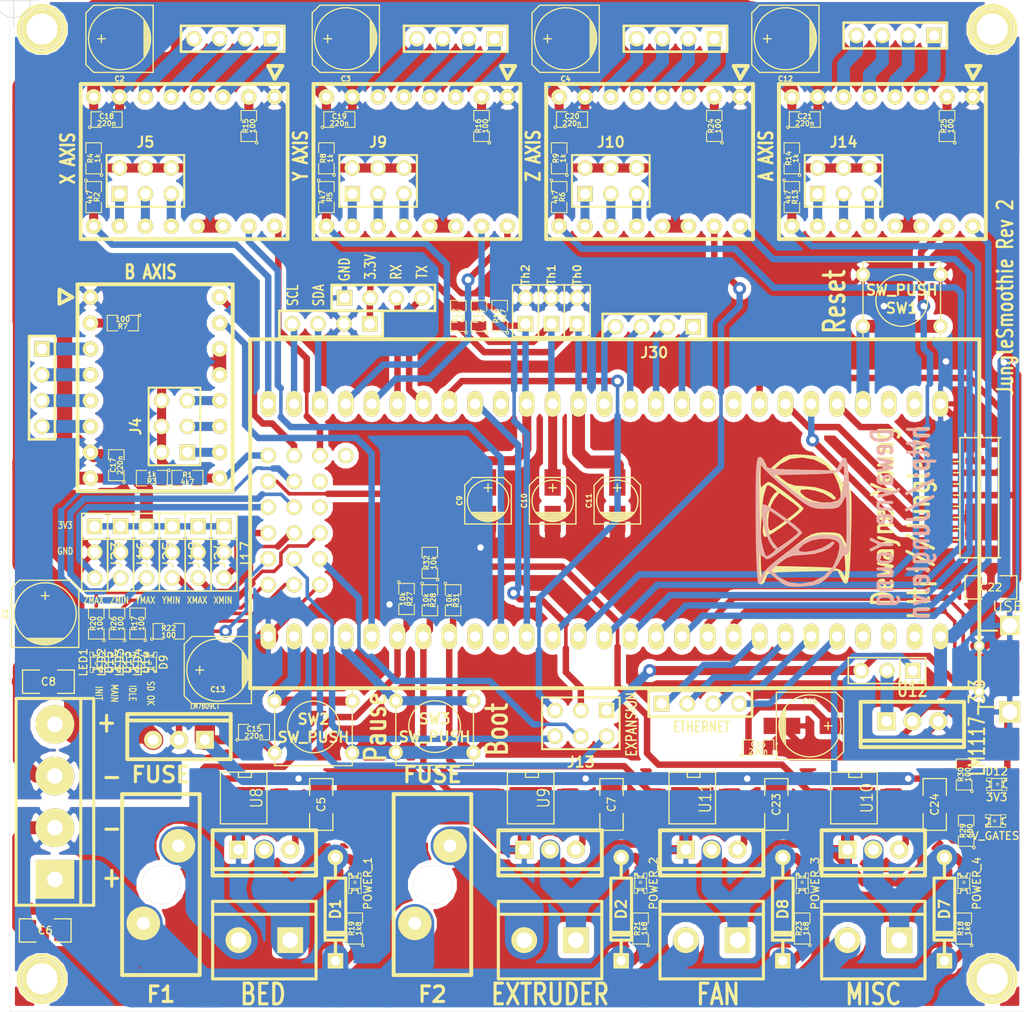
<source format=kicad_pcb>
(kicad_pcb (version 4) (host pcbnew "(after 2015-may-25 BZR unknown)-product")
  (title_block (title XpressoSmoothie))
  (layers (0 F.Cu signal) (31 B.Cu signal) (34 B.Paste user) (35 F.Paste user) (36 B.SilkS user) (37 F.SilkS user) (38 B.Mask user) (39 F.Mask user) (44 Edge.Cuts user hide))
  (net 0 "")
  (net 1 *32_RD-)
  (net 2 *33_RD+)
  (net 3 *34_TD-)
  (net 4 *35_TD+)
  (net 5 *Bootloader)
  (net 6 *CS)
  (net 7 *CS0)
  (net 8 *LED1)
  (net 9 *LED2)
  (net 10 *LED3)
  (net 11 *LED4)
  (net 12 *MISO)
  (net 13 *MISO0)
  (net 14 *MOSI)
  (net 15 *MOSI0)
  (net 16 *PLAY/PAUSE)
  (net 17 *PLAY_LED)
  (net 18 *RESET)
  (net 19 *RX)
  (net 20 *SCK)
  (net 21 *SCK0)
  (net 22 *SCL0)
  (net 23 *SDA0)
  (net 24 *THERM0)
  (net 25 *THERM1)
  (net 26 *THERM2)
  (net 27 *TX)
  (net 28 *USB-D+)
  (net 29 *USB-D-)
  (net 30 *USB_SOFT_CONNECT)
  (net 31 +3.3VP)
  (net 32 +5V)
  (net 33 /THERM3)
  (net 34 A-DIR)
  (net 35 A-EN)
  (net 36 A-STEP)
  (net 37 B-DIR)
  (net 38 B-EN)
  (net 39 B-STEP)
  (net 40 BUZZ)
  (net 41 CLICK)
  (net 42 ENC_A)
  (net 43 ENC_B)
  (net 44 GND)
  (net 45 GNDPWR)
  (net 46 N-000001)
  (net 47 N-00000109)
  (net 48 N-00000110)
  (net 49 N-00000111)
  (net 50 N-00000112)
  (net 51 N-00000113)
  (net 52 N-00000114)
  (net 53 N-00000120)
  (net 54 N-00000124)
  (net 55 N-00000125)
  (net 56 N-00000126)
  (net 57 N-00000127)
  (net 58 N-00000128)
  (net 59 N-00000129)
  (net 60 N-00000130)
  (net 61 N-00000131)
  (net 62 N-00000132)
  (net 63 N-00000133)
  (net 64 N-00000134)
  (net 65 N-00000135)
  (net 66 N-00000136)
  (net 67 N-00000141)
  (net 68 N-00000142)
  (net 69 N-00000143)
  (net 70 N-00000144)
  (net 71 N-00000145)
  (net 72 N-00000146)
  (net 73 N-00000147)
  (net 74 N-00000148)
  (net 75 N-00000149)
  (net 76 N-0000015)
  (net 77 N-00000150)
  (net 78 N-00000151)
  (net 79 N-00000152)
  (net 80 N-00000153)
  (net 81 N-00000154)
  (net 82 N-0000017)
  (net 83 N-0000018)
  (net 84 N-0000019)
  (net 85 N-000002)
  (net 86 N-0000020)
  (net 87 N-0000021)
  (net 88 N-0000022)
  (net 89 N-0000023)
  (net 90 N-0000024)
  (net 91 N-0000025)
  (net 92 N-0000026)
  (net 93 N-0000027)
  (net 94 N-0000028)
  (net 95 N-0000029)
  (net 96 N-000003)
  (net 97 N-0000030)
  (net 98 N-0000031)
  (net 99 N-0000033)
  (net 100 N-0000034)
  (net 101 N-0000035)
  (net 102 N-0000036)
  (net 103 N-0000037)
  (net 104 N-0000038)
  (net 105 N-0000039)
  (net 106 N-000004)
  (net 107 N-0000040)
  (net 108 N-0000042)
  (net 109 N-0000043)
  (net 110 N-0000044)
  (net 111 N-0000045)
  (net 112 N-0000046)
  (net 113 N-0000047)
  (net 114 N-0000048)
  (net 115 N-000005)
  (net 116 N-0000050)
  (net 117 N-0000052)
  (net 118 N-0000054)
  (net 119 N-0000059)
  (net 120 N-000006)
  (net 121 N-0000065)
  (net 122 N-0000067)
  (net 123 N-000007)
  (net 124 N-0000072)
  (net 125 N-0000077)
  (net 126 N-0000078)
  (net 127 N-0000079)
  (net 128 N-0000085)
  (net 129 N-0000090)
  (net 130 PANEL_KILL)
  (net 131 POWER1)
  (net 132 POWER2)
  (net 133 POWER3)
  (net 134 POWER4)
  (net 135 PS-ON)
  (net 136 SD_card_detect)
  (net 137 Vgates)
  (net 138 Vin_Hi_curr)
  (net 139 Vin_rmot)
  (net 140 X-DIR)
  (net 141 X-EN)
  (net 142 X-STEP)
  (net 143 XMAX)
  (net 144 XMIN)
  (net 145 Y-DIR)
  (net 146 Y-EN)
  (net 147 Y-STEP)
  (net 148 YMAX)
  (net 149 YMIN)
  (net 150 Z-DIR)
  (net 151 Z-EN)
  (net 152 Z-STEP)
  (net 153 ZMAX)
  (net 154 ZMIN)
  (module MyLib:LOGO (layer F.Cu) (at 149.68 105.33 90)
    (fp_text reference G*** hide)
    (fp_text value LOGO hide)
  )
  (module LPCXPRESS0_1769 (layer F.Cu) (at 167.005 87.63 180)
    (fp_text reference J6 hide)
    (fp_text value LPCXPRESSO_1769_HEADER hide)
    (pad 119 thru_hole circle (at 62.23 -11.43) (size 1.524 1.524) (drill 1.016) (layers *.Cu *.Mask F.SilkS) (net 30 *USB_SOFT_CONNECT))
    (pad 115 thru_hole circle (at 64.77 -13.97) (size 1.524 1.524) (drill 1.016) (layers *.Cu *.Mask F.SilkS) (net 17 *PLAY_LED))
    (pad 109 thru_hole circle (at 64.77 -19.05) (size 1.524 1.524) (drill 1.016) (layers *.Cu *.Mask F.SilkS) (net 149 YMIN))
    (pad 112 thru_hole circle (at 64.77 -16.51) (size 1.524 1.524) (drill 1.016) (layers *.Cu *.Mask F.SilkS) (net 129 N-0000090))
    (pad 106 thru_hole circle (at 64.77 -21.59) (size 1.524 1.524) (drill 1.016) (layers *.Cu *.Mask F.SilkS) (net 43 ENC_B))
    (pad 118 thru_hole circle (at 64.77 -11.43) (size 1.524 1.524) (drill 1.016) (layers *.Cu *.Mask F.SilkS) (net 140 X-DIR))
    (pad 103 thru_hole circle (at 64.77 -24.13) (size 1.524 1.524) (drill 1.016) (layers *.Cu *.Mask F.SilkS) (net 10 *LED3))
    (pad 102 thru_hole circle (at 67.31 -24.13) (size 1.524 1.524) (drill 1.016) (layers *.Cu *.Mask F.SilkS) (net 9 *LED2))
    (pad 117 thru_hole circle (at 67.31 -11.43) (size 1.524 1.524) (drill 1.016) (layers *.Cu *.Mask F.SilkS) (net 37 B-DIR))
    (pad 105 thru_hole circle (at 67.31 -21.59) (size 1.524 1.524) (drill 1.016) (layers *.Cu *.Mask F.SilkS) (net 42 ENC_A))
    (pad 111 thru_hole circle (at 67.31 -16.51) (size 1.524 1.524) (drill 1.016) (layers *.Cu *.Mask F.SilkS) (net 154 ZMIN))
    (pad 108 thru_hole circle (at 67.31 -19.05) (size 1.524 1.524) (drill 1.016) (layers *.Cu *.Mask F.SilkS) (net 143 XMAX))
    (pad 114 thru_hole circle (at 67.31 -13.97) (size 1.524 1.524) (drill 1.016) (layers *.Cu *.Mask F.SilkS) (net 148 YMAX))
    (pad 113 thru_hole circle (at 69.85 -13.97) (size 1.524 1.524) (drill 1.016) (layers *.Cu *.Mask F.SilkS) (net 134 POWER4))
    (pad 107 thru_hole circle (at 69.85 -19.05) (size 1.524 1.524) (drill 1.016) (layers *.Cu *.Mask F.SilkS) (net 144 XMIN))
    (pad 110 thru_hole circle (at 69.85 -16.51) (size 1.524 1.524) (drill 1.016) (layers *.Cu *.Mask F.SilkS) (net 153 ZMAX))
    (pad 104 thru_hole circle (at 69.85 -21.59) (size 1.524 1.524) (drill 1.016) (layers *.Cu *.Mask F.SilkS) (net 11 *LED4))
    (pad 116 thru_hole circle (at 69.85 -11.43) (size 1.524 1.524) (drill 1.016) (layers *.Cu *.Mask F.SilkS) (net 38 B-EN))
    (pad 101 thru_hole circle (at 69.85 -24.13) (size 1.524 1.524) (drill 1.016) (layers *.Cu *.Mask F.SilkS) (net 8 *LED1))
    (pad 30 thru_hole oval (at 8.89 -29.21 270) (size 2.54 1.524) (drill 1.016) (layers *.Cu *.Mask F.SilkS) (net 71 N-00000145))
    (pad 28 thru_hole oval (at 3.81 -29.21 270) (size 2.54 1.524) (drill 1.016) (layers *.Cu *.Mask F.SilkS) (net 31 +3.3VP))
    (pad 29 thru_hole oval (at 6.35 -29.21 270) (size 2.54 1.524) (drill 1.016) (layers *.Cu *.Mask F.SilkS) (net 72 N-00000146))
    (pad 31 thru_hole oval (at 11.43 -29.21 270) (size 2.54 1.524) (drill 1.016) (layers *.Cu *.Mask F.SilkS) (net 70 N-00000144))
    (pad 32 thru_hole oval (at 13.97 -29.21 270) (size 2.54 1.524) (drill 1.016) (layers *.Cu *.Mask F.SilkS) (net 1 *32_RD-))
    (pad 33 thru_hole oval (at 16.51 -29.21 270) (size 2.54 1.524) (drill 1.016) (layers *.Cu *.Mask F.SilkS) (net 2 *33_RD+))
    (pad 36 thru_hole oval (at 24.13 -29.21 270) (size 2.54 1.524) (drill 1.016) (layers *.Cu *.Mask F.SilkS) (net 29 *USB-D-))
    (pad 35 thru_hole oval (at 21.59 -29.21 270) (size 2.54 1.524) (drill 1.016) (layers *.Cu *.Mask F.SilkS) (net 4 *35_TD+))
    (pad 34 thru_hole oval (at 19.05 -29.21 270) (size 2.54 1.524) (drill 1.016) (layers *.Cu *.Mask F.SilkS) (net 3 *34_TD-))
    (pad 37 thru_hole oval (at 26.67 -29.21 270) (size 2.54 1.524) (drill 1.016) (layers *.Cu *.Mask F.SilkS) (net 28 *USB-D+))
    (pad 38 thru_hole oval (at 29.21 -29.21 270) (size 2.54 1.524) (drill 1.016) (layers *.Cu *.Mask F.SilkS) (net 34 A-DIR))
    (pad 39 thru_hole oval (at 31.75 -29.21 270) (size 2.54 1.524) (drill 1.016) (layers *.Cu *.Mask F.SilkS) (net 35 A-EN))
    (pad 45 thru_hole oval (at 46.99 -29.21 270) (size 2.54 1.524) (drill 1.016) (layers *.Cu *.Mask F.SilkS) (net 142 X-STEP))
    (pad 44 thru_hole oval (at 44.45 -29.21 270) (size 2.54 1.524) (drill 1.016) (layers *.Cu *.Mask F.SilkS) (net 147 Y-STEP))
    (pad 43 thru_hole oval (at 41.91 -29.21 270) (size 2.54 1.524) (drill 1.016) (layers *.Cu *.Mask F.SilkS) (net 152 Z-STEP))
    (pad 40 thru_hole oval (at 34.29 -29.21 270) (size 2.54 1.524) (drill 1.016) (layers *.Cu *.Mask F.SilkS) (net 150 Z-DIR))
    (pad 41 thru_hole oval (at 36.83 -29.21 270) (size 2.54 1.524) (drill 1.016) (layers *.Cu *.Mask F.SilkS) (net 151 Z-EN))
    (pad 42 thru_hole oval (at 39.37 -29.21 270) (size 2.54 1.524) (drill 1.016) (layers *.Cu *.Mask F.SilkS) (net 36 A-STEP))
    (pad 46 thru_hole oval (at 49.53 -29.21 270) (size 2.54 1.524) (drill 1.016) (layers *.Cu *.Mask F.SilkS) (net 135 PS-ON))
    (pad 47 thru_hole oval (at 52.07 -29.21 270) (size 2.54 1.524) (drill 1.016) (layers *.Cu *.Mask F.SilkS) (net 133 POWER3))
    (pad 48 thru_hole oval (at 54.61 -29.21 270) (size 2.54 1.524) (drill 1.016) (layers *.Cu *.Mask F.SilkS) (net 132 POWER2))
    (pad 49 thru_hole oval (at 57.15 -29.21 270) (size 2.54 1.524) (drill 1.016) (layers *.Cu *.Mask F.SilkS) (net 131 POWER1))
    (pad 54 thru_hole oval (at 69.85 -29.21 270) (size 2.54 1.524) (drill 1.016) (layers *.Cu *.Mask F.SilkS) (net 44 GND))
    (pad 53 thru_hole oval (at 67.31 -29.21 270) (size 2.54 1.524) (drill 1.016) (layers *.Cu *.Mask F.SilkS) (net 16 *PLAY/PAUSE))
    (pad 52 thru_hole oval (at 64.77 -29.21 270) (size 2.54 1.524) (drill 1.016) (layers *.Cu *.Mask F.SilkS) (net 130 PANEL_KILL))
    (pad 51 thru_hole oval (at 62.23 -29.21 270) (size 2.54 1.524) (drill 1.016) (layers *.Cu *.Mask F.SilkS) (net 5 *Bootloader))
    (pad 50 thru_hole oval (at 59.69 -29.21 270) (size 2.54 1.524) (drill 1.016) (layers *.Cu *.Mask F.SilkS) (net 39 B-STEP))
    (pad 23 thru_hole oval (at 59.69 -6.35 270) (size 2.54 1.524) (drill 1.016) (layers *.Cu *.Mask F.SilkS) (net 145 Y-DIR))
    (pad 24 thru_hole oval (at 62.23 -6.35 270) (size 2.54 1.524) (drill 1.016) (layers *.Cu *.Mask F.SilkS) (net 146 Y-EN))
    (pad 25 thru_hole oval (at 64.77 -6.35 270) (size 2.54 1.524) (drill 1.016) (layers *.Cu *.Mask F.SilkS) (net 23 *SDA0))
    (pad 26 thru_hole oval (at 67.31 -6.35 270) (size 2.54 1.524) (drill 1.016) (layers *.Cu *.Mask F.SilkS) (net 22 *SCL0))
    (pad 27 thru_hole oval (at 69.85 -6.35 270) (size 2.54 1.524) (drill 1.016) (layers *.Cu *.Mask F.SilkS) (net 141 X-EN))
    (pad 22 thru_hole oval (at 57.15 -6.35 270) (size 2.54 1.524) (drill 1.016) (layers *.Cu *.Mask F.SilkS) (net 27 *TX))
    (pad 21 thru_hole oval (at 54.61 -6.35 270) (size 2.54 1.524) (drill 1.016) (layers *.Cu *.Mask F.SilkS) (net 19 *RX))
    (pad 20 thru_hole oval (at 52.07 -6.35 270) (size 2.54 1.524) (drill 1.016) (layers *.Cu *.Mask F.SilkS) (net 40 BUZZ))
    (pad 19 thru_hole oval (at 49.53 -6.35 270) (size 2.54 1.524) (drill 1.016) (layers *.Cu *.Mask F.SilkS) (net 41 CLICK))
    (pad 15 thru_hole oval (at 39.37 -6.35 270) (size 2.54 1.524) (drill 1.016) (layers *.Cu *.Mask F.SilkS) (net 24 *THERM0))
    (pad 14 thru_hole oval (at 36.83 -6.35 270) (size 2.54 1.524) (drill 1.016) (layers *.Cu *.Mask F.SilkS) (net 7 *CS0))
    (pad 13 thru_hole oval (at 34.29 -6.35 270) (size 2.54 1.524) (drill 1.016) (layers *.Cu *.Mask F.SilkS) (net 21 *SCK0))
    (pad 16 thru_hole oval (at 41.91 -6.35 270) (size 2.54 1.524) (drill 1.016) (layers *.Cu *.Mask F.SilkS) (net 25 *THERM1))
    (pad 17 thru_hole oval (at 44.45 -6.35 270) (size 2.54 1.524) (drill 1.016) (layers *.Cu *.Mask F.SilkS) (net 26 *THERM2))
    (pad 18 thru_hole oval (at 46.99 -6.35 270) (size 2.54 1.524) (drill 1.016) (layers *.Cu *.Mask F.SilkS) (net 33 /THERM3))
    (pad 12 thru_hole oval (at 31.75 -6.35 270) (size 2.54 1.524) (drill 1.016) (layers *.Cu *.Mask F.SilkS) (net 13 *MISO0))
    (pad 11 thru_hole oval (at 29.21 -6.35 270) (size 2.54 1.524) (drill 1.016) (layers *.Cu *.Mask F.SilkS) (net 15 *MOSI0))
    (pad 10 thru_hole oval (at 26.67 -6.35 270) (size 2.54 1.524) (drill 1.016) (layers *.Cu *.Mask F.SilkS) (net 121 N-0000065))
    (pad 7 thru_hole oval (at 19.05 -6.35 270) (size 2.54 1.524) (drill 1.016) (layers *.Cu *.Mask F.SilkS) (net 20 *SCK))
    (pad 8 thru_hole oval (at 21.59 -6.35 270) (size 2.54 1.524) (drill 1.016) (layers *.Cu *.Mask F.SilkS) (net 6 *CS))
    (pad 9 thru_hole oval (at 24.13 -6.35 270) (size 2.54 1.524) (drill 1.016) (layers *.Cu *.Mask F.SilkS) (net 119 N-0000059))
    (pad 6 thru_hole oval (at 16.51 -6.35 270) (size 2.54 1.524) (drill 1.016) (layers *.Cu *.Mask F.SilkS) (net 12 *MISO))
    (pad 5 thru_hole oval (at 13.97 -6.35 270) (size 2.54 1.524) (drill 1.016) (layers *.Cu *.Mask F.SilkS) (net 14 *MOSI))
    (pad 4 thru_hole oval (at 11.43 -6.35 270) (size 2.54 1.524) (drill 1.016) (layers *.Cu *.Mask F.SilkS) (net 18 *RESET))
    (pad 2 thru_hole oval (at 6.35 -6.35 270) (size 2.54 1.524) (drill 1.016) (layers *.Cu *.Mask F.SilkS) (net 122 N-0000067))
    (pad 1 thru_hole oval (at 3.81 -6.35 270) (size 2.54 1.524) (drill 1.016) (layers *.Cu *.Mask F.SilkS) (net 44 GND))
    (pad 3 thru_hole oval (at 8.89 -6.35 270) (size 2.54 1.524) (drill 1.016) (layers *.Cu *.Mask F.SilkS) (net 67 N-00000141))
  )
  (module TO220_VERT_C (layer F.Cu) (at 96.774 137.795 270)
    (fp_text reference Q1 hide)
    (fp_text value "IRLB 8743" hide)
    (pad G thru_hole circle (at 0 -2.54 270) (size 1.778 1.778) (drill 1.016) (layers *.Cu *.Mask F.SilkS) (net 97 N-0000030))
    (pad D thru_hole circle (at 0 0 270) (size 1.778 1.778) (drill 1.016) (layers *.Cu *.Mask F.SilkS) (net 95 N-0000029))
    (pad S thru_hole rect (at 0 2.54 270) (size 1.778 1.778) (drill 1.016) (layers *.Cu *.Mask F.SilkS) (net 45 GNDPWR))
  )
  (module TO220_VERT_C (layer F.Cu) (at 124.841 137.795 270)
    (fp_text reference Q2 hide)
    (fp_text value "IRLB 8743" hide)
    (pad G thru_hole circle (at 0 -2.54 270) (size 1.778 1.778) (drill 1.016) (layers *.Cu *.Mask F.SilkS) (net 92 N-0000026))
    (pad D thru_hole circle (at 0 0 270) (size 1.778 1.778) (drill 1.016) (layers *.Cu *.Mask F.SilkS) (net 91 N-0000025))
    (pad S thru_hole rect (at 0 2.54 270) (size 1.778 1.778) (drill 1.016) (layers *.Cu *.Mask F.SilkS) (net 45 GNDPWR))
  )
  (module TO220_VERT_C (layer F.Cu) (at 140.716 137.795 270)
    (fp_text reference Q3 hide)
    (fp_text value "IRLB 8743" hide)
    (pad G thru_hole circle (at 0 -2.54 270) (size 1.778 1.778) (drill 1.016) (layers *.Cu *.Mask F.SilkS) (net 51 N-00000113))
    (pad D thru_hole circle (at 0 0 270) (size 1.778 1.778) (drill 1.016) (layers *.Cu *.Mask F.SilkS) (net 50 N-00000112))
    (pad S thru_hole rect (at 0 2.54 270) (size 1.778 1.778) (drill 1.016) (layers *.Cu *.Mask F.SilkS) (net 45 GNDPWR))
  )
  (module TO220_VERT_C (layer F.Cu) (at 156.591 137.795 270)
    (fp_text reference Q4 hide)
    (fp_text value "IRLB 8743" hide)
    (pad G thru_hole circle (at 0 -2.54 270) (size 1.778 1.778) (drill 1.016) (layers *.Cu *.Mask F.SilkS) (net 48 N-00000110))
    (pad D thru_hole circle (at 0 0 270) (size 1.778 1.778) (drill 1.016) (layers *.Cu *.Mask F.SilkS) (net 47 N-00000109))
    (pad S thru_hole rect (at 0 2.54 270) (size 1.778 1.778) (drill 1.016) (layers *.Cu *.Mask F.SilkS) (net 45 GNDPWR))
  )
  (module SW_PUSH_SMALL (layer F.Cu) (at 159.385 83.82 180)
    (fp_text reference SW1 (at 0 -0.762 180) (layer F.SilkS) (effects (font (size 1.016 1.016) (thickness 0.2032))))
    (fp_text value SW_PUSH (at 0 1.016 180) (layer F.SilkS) (effects (font (size 1.016 1.016) (thickness 0.2032))))
    (pad 1 thru_hole circle (at 3.81 -2.54 180) (size 1.397 1.397) (drill 0.8128) (layers *.Cu *.Mask F.SilkS) (net 18 *RESET))
    (pad 2 thru_hole circle (at 3.81 2.54 180) (size 1.397 1.397) (drill 0.8128) (layers *.Cu *.Mask F.SilkS) (net 44 GND))
    (pad 1 thru_hole circle (at -3.81 -2.54 180) (size 1.397 1.397) (drill 0.8128) (layers *.Cu *.Mask F.SilkS) (net 18 *RESET))
    (pad 2 thru_hole circle (at -3.81 2.54 180) (size 1.397 1.397) (drill 0.8128) (layers *.Cu *.Mask F.SilkS) (net 44 GND))
  )
  (module SW_PUSH_SMALL (layer F.Cu) (at 101.6 125.73)
    (fp_text reference SW2 (at 0 -0.762) (layer F.SilkS) (effects (font (size 1.016 1.016) (thickness 0.2032))))
    (fp_text value SW_PUSH (at 0 1.016) (layer F.SilkS) (effects (font (size 1.016 1.016) (thickness 0.2032))))
    (pad 1 thru_hole circle (at 3.81 -2.54) (size 1.397 1.397) (drill 0.8128) (layers *.Cu *.Mask F.SilkS) (net 16 *PLAY/PAUSE))
    (pad 2 thru_hole circle (at 3.81 2.54) (size 1.397 1.397) (drill 0.8128) (layers *.Cu *.Mask F.SilkS) (net 44 GND))
    (pad 1 thru_hole circle (at -3.81 -2.54) (size 1.397 1.397) (drill 0.8128) (layers *.Cu *.Mask F.SilkS) (net 16 *PLAY/PAUSE))
    (pad 2 thru_hole circle (at -3.81 2.54) (size 1.397 1.397) (drill 0.8128) (layers *.Cu *.Mask F.SilkS) (net 44 GND))
  )
  (module SM0805 (layer F.Cu) (at 148.59 73.66 270)
    (fp_text reference R13 (at 0 -0.3175 270) (layer F.SilkS) (effects (font (size 0.50038 0.50038) (thickness 0.10922))))
    (fp_text value 4k7 (at 0 0.381 270) (layer F.SilkS) (effects (font (size 0.50038 0.50038) (thickness 0.10922))))
    (pad 1 smd rect (at -0.9525 0 270) (size 0.889 1.397) (layers F.Cu F.Paste F.Mask) (net 76 N-0000015))
    (pad 2 smd rect (at 0.9525 0 270) (size 0.889 1.397) (layers F.Cu F.Paste F.Mask) (net 35 A-EN))
  )
  (module SM0805 (layer F.Cu) (at 119.888 85.344 90)
    (fp_text reference R10 (at 0 -0.3175 90) (layer F.SilkS) (effects (font (size 0.50038 0.50038) (thickness 0.10922))))
    (fp_text value 4k7 (at 0 0.381 90) (layer F.SilkS) (effects (font (size 0.50038 0.50038) (thickness 0.10922))))
    (pad 1 smd rect (at -0.9525 0 90) (size 0.889 1.397) (layers F.Cu F.Paste F.Mask) (net 26 *THERM2))
    (pad 2 smd rect (at 0.9525 0 90) (size 0.889 1.397) (layers F.Cu F.Paste F.Mask) (net 31 +3.3VP))
  )
  (module SM0805 (layer F.Cu) (at 117.856 85.344 90)
    (fp_text reference R11 (at 0 -0.3175 90) (layer F.SilkS) (effects (font (size 0.50038 0.50038) (thickness 0.10922))))
    (fp_text value 4k7 (at 0 0.381 90) (layer F.SilkS) (effects (font (size 0.50038 0.50038) (thickness 0.10922))))
    (pad 1 smd rect (at -0.9525 0 90) (size 0.889 1.397) (layers F.Cu F.Paste F.Mask) (net 25 *THERM1))
    (pad 2 smd rect (at 0.9525 0 90) (size 0.889 1.397) (layers F.Cu F.Paste F.Mask) (net 31 +3.3VP))
  )
  (module SM0805 (layer F.Cu) (at 89.2175 101.2825)
    (fp_text reference R1 (at 0 -0.3175) (layer F.SilkS) (effects (font (size 0.50038 0.50038) (thickness 0.10922))))
    (fp_text value 4k7 (at 0 0.381) (layer F.SilkS) (effects (font (size 0.50038 0.50038) (thickness 0.10922))))
    (pad 1 smd rect (at -0.9525 0) (size 0.889 1.397) (layers F.Cu F.Paste F.Mask) (net 61 N-00000131))
    (pad 2 smd rect (at 0.9525 0) (size 0.889 1.397) (layers F.Cu F.Paste F.Mask) (net 38 B-EN))
  )
  (module SM0805 (layer F.Cu) (at 115.824 85.344 90)
    (fp_text reference R12 (at 0 -0.3175 90) (layer F.SilkS) (effects (font (size 0.50038 0.50038) (thickness 0.10922))))
    (fp_text value 4k7 (at 0 0.381 90) (layer F.SilkS) (effects (font (size 0.50038 0.50038) (thickness 0.10922))))
    (pad 1 smd rect (at -0.9525 0 90) (size 0.889 1.397) (layers F.Cu F.Paste F.Mask) (net 24 *THERM0))
    (pad 2 smd rect (at 0.9525 0 90) (size 0.889 1.397) (layers F.Cu F.Paste F.Mask) (net 31 +3.3VP))
  )
  (module SM0805 (layer F.Cu) (at 149.86 66.04)
    (fp_text reference C21 (at 0 -0.3175) (layer F.SilkS) (effects (font (size 0.50038 0.50038) (thickness 0.10922))))
    (fp_text value 220n (at 0 0.381) (layer F.SilkS) (effects (font (size 0.50038 0.50038) (thickness 0.10922))))
    (pad 1 smd rect (at -0.9525 0) (size 0.889 1.397) (layers F.Cu F.Paste F.Mask) (net 139 Vin_rmot))
    (pad 2 smd rect (at 0.9525 0) (size 0.889 1.397) (layers F.Cu F.Paste F.Mask) (net 44 GND))
  )
  (module SM0805 (layer F.Cu) (at 149.606 145.542 90)
    (fp_text reference R23 (at 0 -0.3175 90) (layer F.SilkS) (effects (font (size 0.50038 0.50038) (thickness 0.10922))))
    (fp_text value 1k8 (at 0 0.381 90) (layer F.SilkS) (effects (font (size 0.50038 0.50038) (thickness 0.10922))))
    (pad 1 smd rect (at -0.9525 0 90) (size 0.889 1.397) (layers F.Cu F.Paste F.Mask) (net 138 Vin_Hi_curr))
    (pad 2 smd rect (at 0.9525 0 90) (size 0.889 1.397) (layers F.Cu F.Paste F.Mask) (net 52 N-00000114))
  )
  (module SM0805 (layer F.Cu) (at 85.725 101.2825 180)
    (fp_text reference R3 (at 0 -0.3175 180) (layer F.SilkS) (effects (font (size 0.50038 0.50038) (thickness 0.10922))))
    (fp_text value 1k (at 0 0.381 180) (layer F.SilkS) (effects (font (size 0.50038 0.50038) (thickness 0.10922))))
    (pad 1 smd rect (at -0.9525 0 180) (size 0.889 1.397) (layers F.Cu F.Paste F.Mask) (net 61 N-00000131))
    (pad 2 smd rect (at 0.9525 0 180) (size 0.889 1.397) (layers F.Cu F.Paste F.Mask) (net 31 +3.3VP))
  )
  (module SM0805 (layer F.Cu) (at 127 66.04)
    (fp_text reference C20 (at 0 -0.3175) (layer F.SilkS) (effects (font (size 0.50038 0.50038) (thickness 0.10922))))
    (fp_text value 220n (at 0 0.381) (layer F.SilkS) (effects (font (size 0.50038 0.50038) (thickness 0.10922))))
    (pad 1 smd rect (at -0.9525 0) (size 0.889 1.397) (layers F.Cu F.Paste F.Mask) (net 139 Vin_rmot))
    (pad 2 smd rect (at 0.9525 0) (size 0.889 1.397) (layers F.Cu F.Paste F.Mask) (net 44 GND))
  )
  (module SM0805 (layer F.Cu) (at 133.731 145.542 90)
    (fp_text reference R21 (at 0 -0.3175 90) (layer F.SilkS) (effects (font (size 0.50038 0.50038) (thickness 0.10922))))
    (fp_text value 1k8 (at 0 0.381 90) (layer F.SilkS) (effects (font (size 0.50038 0.50038) (thickness 0.10922))))
    (pad 1 smd rect (at -0.9525 0 90) (size 0.889 1.397) (layers F.Cu F.Paste F.Mask) (net 138 Vin_Hi_curr))
    (pad 2 smd rect (at 0.9525 0 90) (size 0.889 1.397) (layers F.Cu F.Paste F.Mask) (net 93 N-0000027))
  )
  (module SM0805 (layer F.Cu) (at 105.664 145.542 90)
    (fp_text reference R19 (at 0 -0.3175 90) (layer F.SilkS) (effects (font (size 0.50038 0.50038) (thickness 0.10922))))
    (fp_text value 1k8 (at 0 0.381 90) (layer F.SilkS) (effects (font (size 0.50038 0.50038) (thickness 0.10922))))
    (pad 1 smd rect (at -0.9525 0 90) (size 0.889 1.397) (layers F.Cu F.Paste F.Mask) (net 138 Vin_Hi_curr))
    (pad 2 smd rect (at 0.9525 0 90) (size 0.889 1.397) (layers F.Cu F.Paste F.Mask) (net 98 N-0000031))
  )
  (module SM0805 (layer F.Cu) (at 125.73 73.66 270)
    (fp_text reference R6 (at 0 -0.3175 270) (layer F.SilkS) (effects (font (size 0.50038 0.50038) (thickness 0.10922))))
    (fp_text value 4k7 (at 0 0.381 270) (layer F.SilkS) (effects (font (size 0.50038 0.50038) (thickness 0.10922))))
    (pad 1 smd rect (at -0.9525 0 270) (size 0.889 1.397) (layers F.Cu F.Paste F.Mask) (net 82 N-0000017))
    (pad 2 smd rect (at 0.9525 0 270) (size 0.889 1.397) (layers F.Cu F.Paste F.Mask) (net 151 Z-EN))
  )
  (module SM0805 (layer F.Cu) (at 125.73 69.85 90)
    (fp_text reference R9 (at 0 -0.3175 90) (layer F.SilkS) (effects (font (size 0.50038 0.50038) (thickness 0.10922))))
    (fp_text value 1k (at 0 0.381 90) (layer F.SilkS) (effects (font (size 0.50038 0.50038) (thickness 0.10922))))
    (pad 1 smd rect (at -0.9525 0 90) (size 0.889 1.397) (layers F.Cu F.Paste F.Mask) (net 82 N-0000017))
    (pad 2 smd rect (at 0.9525 0 90) (size 0.889 1.397) (layers F.Cu F.Paste F.Mask) (net 31 +3.3VP))
  )
  (module SM0805 (layer F.Cu) (at 81.28 66.04)
    (fp_text reference C18 (at 0 -0.3175) (layer F.SilkS) (effects (font (size 0.50038 0.50038) (thickness 0.10922))))
    (fp_text value 220n (at 0 0.381) (layer F.SilkS) (effects (font (size 0.50038 0.50038) (thickness 0.10922))))
    (pad 1 smd rect (at -0.9525 0) (size 0.889 1.397) (layers F.Cu F.Paste F.Mask) (net 139 Vin_rmot))
    (pad 2 smd rect (at 0.9525 0) (size 0.889 1.397) (layers F.Cu F.Paste F.Mask) (net 44 GND))
  )
  (module SM0805 (layer F.Cu) (at 148.59 69.85 90)
    (fp_text reference R14 (at 0 -0.3175 90) (layer F.SilkS) (effects (font (size 0.50038 0.50038) (thickness 0.10922))))
    (fp_text value 1k (at 0 0.381 90) (layer F.SilkS) (effects (font (size 0.50038 0.50038) (thickness 0.10922))))
    (pad 1 smd rect (at -0.9525 0 90) (size 0.889 1.397) (layers F.Cu F.Paste F.Mask) (net 76 N-0000015))
    (pad 2 smd rect (at 0.9525 0 90) (size 0.889 1.397) (layers F.Cu F.Paste F.Mask) (net 31 +3.3VP))
  )
  (module SM0805 (layer F.Cu) (at 102.87 69.85 90)
    (fp_text reference R8 (at 0 -0.3175 90) (layer F.SilkS) (effects (font (size 0.50038 0.50038) (thickness 0.10922))))
    (fp_text value 1k (at 0 0.381 90) (layer F.SilkS) (effects (font (size 0.50038 0.50038) (thickness 0.10922))))
    (pad 1 smd rect (at -0.9525 0 90) (size 0.889 1.397) (layers F.Cu F.Paste F.Mask) (net 107 N-0000040))
    (pad 2 smd rect (at 0.9525 0 90) (size 0.889 1.397) (layers F.Cu F.Paste F.Mask) (net 31 +3.3VP))
  )
  (module SM0805 (layer F.Cu) (at 165.481 145.542 90)
    (fp_text reference R18 (at 0 -0.3175 90) (layer F.SilkS) (effects (font (size 0.50038 0.50038) (thickness 0.10922))))
    (fp_text value 1k8 (at 0 0.381 90) (layer F.SilkS) (effects (font (size 0.50038 0.50038) (thickness 0.10922))))
    (pad 1 smd rect (at -0.9525 0 90) (size 0.889 1.397) (layers F.Cu F.Paste F.Mask) (net 138 Vin_Hi_curr))
    (pad 2 smd rect (at 0.9525 0 90) (size 0.889 1.397) (layers F.Cu F.Paste F.Mask) (net 49 N-00000111))
  )
  (module SM0805 (layer F.Cu) (at 145.288 127.762)
    (fp_text reference C16 (at 0 -0.3175) (layer F.SilkS) (effects (font (size 0.50038 0.50038) (thickness 0.10922))))
    (fp_text value 220n (at 0 0.381) (layer F.SilkS) (effects (font (size 0.50038 0.50038) (thickness 0.10922))))
    (pad 1 smd rect (at -0.9525 0) (size 0.889 1.397) (layers F.Cu F.Paste F.Mask) (net 31 +3.3VP))
    (pad 2 smd rect (at 0.9525 0) (size 0.889 1.397) (layers F.Cu F.Paste F.Mask) (net 44 GND))
  )
  (module SM0805 (layer F.Cu) (at 95.758 126.238)
    (fp_text reference C15 (at 0 -0.3175) (layer F.SilkS) (effects (font (size 0.50038 0.50038) (thickness 0.10922))))
    (fp_text value 220n (at 0 0.381) (layer F.SilkS) (effects (font (size 0.50038 0.50038) (thickness 0.10922))))
    (pad 1 smd rect (at -0.9525 0) (size 0.889 1.397) (layers F.Cu F.Paste F.Mask) (net 137 Vgates))
    (pad 2 smd rect (at 0.9525 0) (size 0.889 1.397) (layers F.Cu F.Paste F.Mask) (net 44 GND))
  )
  (module SM0805 (layer F.Cu) (at 80.01 73.66 270)
    (fp_text reference R2 (at 0 -0.3175 270) (layer F.SilkS) (effects (font (size 0.50038 0.50038) (thickness 0.10922))))
    (fp_text value 4k7 (at 0 0.381 270) (layer F.SilkS) (effects (font (size 0.50038 0.50038) (thickness 0.10922))))
    (pad 1 smd rect (at -0.9525 0 270) (size 0.889 1.397) (layers F.Cu F.Paste F.Mask) (net 94 N-0000028))
    (pad 2 smd rect (at 0.9525 0 270) (size 0.889 1.397) (layers F.Cu F.Paste F.Mask) (net 141 X-EN))
  )
  (module SM0805 (layer F.Cu) (at 102.87 73.66 270)
    (fp_text reference R5 (at 0 -0.3175 270) (layer F.SilkS) (effects (font (size 0.50038 0.50038) (thickness 0.10922))))
    (fp_text value 4k7 (at 0 0.381 270) (layer F.SilkS) (effects (font (size 0.50038 0.50038) (thickness 0.10922))))
    (pad 1 smd rect (at -0.9525 0 270) (size 0.889 1.397) (layers F.Cu F.Paste F.Mask) (net 107 N-0000040))
    (pad 2 smd rect (at 0.9525 0 270) (size 0.889 1.397) (layers F.Cu F.Paste F.Mask) (net 146 Y-EN))
  )
  (module SM0805 (layer F.Cu) (at 82.2325 100.0125 90)
    (fp_text reference C17 (at 0 -0.3175 90) (layer F.SilkS) (effects (font (size 0.50038 0.50038) (thickness 0.10922))))
    (fp_text value 220n (at 0 0.381 90) (layer F.SilkS) (effects (font (size 0.50038 0.50038) (thickness 0.10922))))
    (pad 1 smd rect (at -0.9525 0 90) (size 0.889 1.397) (layers F.Cu F.Paste F.Mask) (net 139 Vin_rmot))
    (pad 2 smd rect (at 0.9525 0 90) (size 0.889 1.397) (layers F.Cu F.Paste F.Mask) (net 44 GND))
  )
  (module SM0805 (layer F.Cu) (at 104.14 66.04)
    (fp_text reference C19 (at 0 -0.3175) (layer F.SilkS) (effects (font (size 0.50038 0.50038) (thickness 0.10922))))
    (fp_text value 220n (at 0 0.381) (layer F.SilkS) (effects (font (size 0.50038 0.50038) (thickness 0.10922))))
    (pad 1 smd rect (at -0.9525 0) (size 0.889 1.397) (layers F.Cu F.Paste F.Mask) (net 139 Vin_rmot))
    (pad 2 smd rect (at 0.9525 0) (size 0.889 1.397) (layers F.Cu F.Paste F.Mask) (net 44 GND))
  )
  (module SM0805 (layer F.Cu) (at 80.01 69.85 90)
    (fp_text reference R4 (at 0 -0.3175 90) (layer F.SilkS) (effects (font (size 0.50038 0.50038) (thickness 0.10922))))
    (fp_text value 1k (at 0 0.381 90) (layer F.SilkS) (effects (font (size 0.50038 0.50038) (thickness 0.10922))))
    (pad 1 smd rect (at -0.9525 0 90) (size 0.889 1.397) (layers F.Cu F.Paste F.Mask) (net 94 N-0000028))
    (pad 2 smd rect (at 0.9525 0 90) (size 0.889 1.397) (layers F.Cu F.Paste F.Mask) (net 31 +3.3VP))
  )
  (module POLOLU (layer F.Cu) (at 88.9 63.8175 180)
    (fp_text reference U2 hide)
    (fp_text value POLOLU_A4988 hide)
    (pad 1 thru_hole circle (at -8.89 0 180) (size 1.524 1.524) (drill 0.8128) (layers *.Cu *.Mask F.SilkS) (net 44 GND))
    (pad 2 thru_hole circle (at -6.35 0 180) (size 1.524 1.524) (drill 0.8128) (layers *.Cu *.Mask F.SilkS) (net 62 N-00000132))
    (pad 3 thru_hole circle (at -3.81 0 180) (size 1.524 1.524) (drill 0.8128) (layers *.Cu *.Mask F.SilkS) (net 111 N-0000045))
    (pad 4 thru_hole circle (at -1.27 0 180) (size 1.524 1.524) (drill 0.8128) (layers *.Cu *.Mask F.SilkS) (net 112 N-0000046))
    (pad 5 thru_hole circle (at 1.27 0 180) (size 1.524 1.524) (drill 0.8128) (layers *.Cu *.Mask F.SilkS) (net 113 N-0000047))
    (pad 6 thru_hole circle (at 3.81 0 180) (size 1.524 1.524) (drill 0.8128) (layers *.Cu *.Mask F.SilkS) (net 110 N-0000044))
    (pad 7 thru_hole circle (at 6.35 0 180) (size 1.524 1.524) (drill 0.8128) (layers *.Cu *.Mask F.SilkS) (net 44 GND))
    (pad 8 thru_hole circle (at 8.89 0 180) (size 1.524 1.524) (drill 0.8128) (layers *.Cu *.Mask F.SilkS) (net 139 Vin_rmot))
    (pad 9 thru_hole circle (at 8.89 -12.7 180) (size 1.524 1.524) (drill 0.8128) (layers *.Cu *.Mask F.SilkS) (net 141 X-EN))
    (pad 10 thru_hole circle (at 6.35 -12.7 180) (size 1.524 1.524) (drill 0.8128) (layers *.Cu *.Mask F.SilkS) (net 109 N-0000043))
    (pad 11 thru_hole circle (at 3.81 -12.7 180) (size 1.524 1.524) (drill 0.8128) (layers *.Cu *.Mask F.SilkS) (net 114 N-0000048))
    (pad 12 thru_hole circle (at 1.27 -12.7 180) (size 1.524 1.524) (drill 0.8128) (layers *.Cu *.Mask F.SilkS) (net 108 N-0000042))
    (pad 13 thru_hole circle (at -1.27 -12.7 180) (size 1.524 1.524) (drill 0.8128) (layers *.Cu *.Mask F.SilkS) (net 94 N-0000028))
    (pad 14 thru_hole circle (at -3.81 -12.7 180) (size 1.524 1.524) (drill 0.8128) (layers *.Cu *.Mask F.SilkS) (net 94 N-0000028))
    (pad 15 thru_hole circle (at -6.35 -12.7 180) (size 1.524 1.524) (drill 0.8128) (layers *.Cu *.Mask F.SilkS) (net 142 X-STEP))
    (pad 16 thru_hole circle (at -8.89 -12.7 180) (size 1.524 1.524) (drill 0.8128) (layers *.Cu *.Mask F.SilkS) (net 140 X-DIR))
  )
  (module POLOLU (layer F.Cu) (at 134.62 63.8175 180)
    (fp_text reference U4 hide)
    (fp_text value POLOLU_A4988 hide)
    (pad 1 thru_hole circle (at -8.89 0 180) (size 1.524 1.524) (drill 0.8128) (layers *.Cu *.Mask F.SilkS) (net 44 GND))
    (pad 2 thru_hole circle (at -6.35 0 180) (size 1.524 1.524) (drill 0.8128) (layers *.Cu *.Mask F.SilkS) (net 64 N-00000134))
    (pad 3 thru_hole circle (at -3.81 0 180) (size 1.524 1.524) (drill 0.8128) (layers *.Cu *.Mask F.SilkS) (net 106 N-000004))
    (pad 4 thru_hole circle (at -1.27 0 180) (size 1.524 1.524) (drill 0.8128) (layers *.Cu *.Mask F.SilkS) (net 115 N-000005))
    (pad 5 thru_hole circle (at 1.27 0 180) (size 1.524 1.524) (drill 0.8128) (layers *.Cu *.Mask F.SilkS) (net 120 N-000006))
    (pad 6 thru_hole circle (at 3.81 0 180) (size 1.524 1.524) (drill 0.8128) (layers *.Cu *.Mask F.SilkS) (net 96 N-000003))
    (pad 7 thru_hole circle (at 6.35 0 180) (size 1.524 1.524) (drill 0.8128) (layers *.Cu *.Mask F.SilkS) (net 44 GND))
    (pad 8 thru_hole circle (at 8.89 0 180) (size 1.524 1.524) (drill 0.8128) (layers *.Cu *.Mask F.SilkS) (net 139 Vin_rmot))
    (pad 9 thru_hole circle (at 8.89 -12.7 180) (size 1.524 1.524) (drill 0.8128) (layers *.Cu *.Mask F.SilkS) (net 151 Z-EN))
    (pad 10 thru_hole circle (at 6.35 -12.7 180) (size 1.524 1.524) (drill 0.8128) (layers *.Cu *.Mask F.SilkS) (net 85 N-000002))
    (pad 11 thru_hole circle (at 3.81 -12.7 180) (size 1.524 1.524) (drill 0.8128) (layers *.Cu *.Mask F.SilkS) (net 123 N-000007))
    (pad 12 thru_hole circle (at 1.27 -12.7 180) (size 1.524 1.524) (drill 0.8128) (layers *.Cu *.Mask F.SilkS) (net 46 N-000001))
    (pad 13 thru_hole circle (at -1.27 -12.7 180) (size 1.524 1.524) (drill 0.8128) (layers *.Cu *.Mask F.SilkS) (net 82 N-0000017))
    (pad 14 thru_hole circle (at -3.81 -12.7 180) (size 1.524 1.524) (drill 0.8128) (layers *.Cu *.Mask F.SilkS) (net 82 N-0000017))
    (pad 15 thru_hole circle (at -6.35 -12.7 180) (size 1.524 1.524) (drill 0.8128) (layers *.Cu *.Mask F.SilkS) (net 152 Z-STEP))
    (pad 16 thru_hole circle (at -8.89 -12.7 180) (size 1.524 1.524) (drill 0.8128) (layers *.Cu *.Mask F.SilkS) (net 150 Z-DIR))
  )
  (module POLOLU (layer F.Cu) (at 157.48 63.8175 180)
    (fp_text reference U5 hide)
    (fp_text value POLOLU_A4988 hide)
    (pad 1 thru_hole circle (at -8.89 0 180) (size 1.524 1.524) (drill 0.8128) (layers *.Cu *.Mask F.SilkS) (net 44 GND))
    (pad 2 thru_hole circle (at -6.35 0 180) (size 1.524 1.524) (drill 0.8128) (layers *.Cu *.Mask F.SilkS) (net 65 N-00000135))
    (pad 3 thru_hole circle (at -3.81 0 180) (size 1.524 1.524) (drill 0.8128) (layers *.Cu *.Mask F.SilkS) (net 87 N-0000021))
    (pad 4 thru_hole circle (at -1.27 0 180) (size 1.524 1.524) (drill 0.8128) (layers *.Cu *.Mask F.SilkS) (net 88 N-0000022))
    (pad 5 thru_hole circle (at 1.27 0 180) (size 1.524 1.524) (drill 0.8128) (layers *.Cu *.Mask F.SilkS) (net 89 N-0000023))
    (pad 6 thru_hole circle (at 3.81 0 180) (size 1.524 1.524) (drill 0.8128) (layers *.Cu *.Mask F.SilkS) (net 86 N-0000020))
    (pad 7 thru_hole circle (at 6.35 0 180) (size 1.524 1.524) (drill 0.8128) (layers *.Cu *.Mask F.SilkS) (net 44 GND))
    (pad 8 thru_hole circle (at 8.89 0 180) (size 1.524 1.524) (drill 0.8128) (layers *.Cu *.Mask F.SilkS) (net 139 Vin_rmot))
    (pad 9 thru_hole circle (at 8.89 -12.7 180) (size 1.524 1.524) (drill 0.8128) (layers *.Cu *.Mask F.SilkS) (net 35 A-EN))
    (pad 10 thru_hole circle (at 6.35 -12.7 180) (size 1.524 1.524) (drill 0.8128) (layers *.Cu *.Mask F.SilkS) (net 84 N-0000019))
    (pad 11 thru_hole circle (at 3.81 -12.7 180) (size 1.524 1.524) (drill 0.8128) (layers *.Cu *.Mask F.SilkS) (net 90 N-0000024))
    (pad 12 thru_hole circle (at 1.27 -12.7 180) (size 1.524 1.524) (drill 0.8128) (layers *.Cu *.Mask F.SilkS) (net 83 N-0000018))
    (pad 13 thru_hole circle (at -1.27 -12.7 180) (size 1.524 1.524) (drill 0.8128) (layers *.Cu *.Mask F.SilkS) (net 76 N-0000015))
    (pad 14 thru_hole circle (at -3.81 -12.7 180) (size 1.524 1.524) (drill 0.8128) (layers *.Cu *.Mask F.SilkS) (net 76 N-0000015))
    (pad 15 thru_hole circle (at -6.35 -12.7 180) (size 1.524 1.524) (drill 0.8128) (layers *.Cu *.Mask F.SilkS) (net 36 A-STEP))
    (pad 16 thru_hole circle (at -8.89 -12.7 180) (size 1.524 1.524) (drill 0.8128) (layers *.Cu *.Mask F.SilkS) (net 34 A-DIR))
  )
  (module POLOLU (layer F.Cu) (at 79.6925 92.3925 270)
    (fp_text reference U1 hide)
    (fp_text value POLOLU_A4988 hide)
    (pad 1 thru_hole circle (at -8.89 0 270) (size 1.524 1.524) (drill 0.8128) (layers *.Cu *.Mask F.SilkS) (net 44 GND))
    (pad 2 thru_hole circle (at -6.35 0 270) (size 1.524 1.524) (drill 0.8128) (layers *.Cu *.Mask F.SilkS) (net 66 N-00000136))
    (pad 3 thru_hole circle (at -3.81 0 270) (size 1.524 1.524) (drill 0.8128) (layers *.Cu *.Mask F.SilkS) (net 57 N-00000127))
    (pad 4 thru_hole circle (at -1.27 0 270) (size 1.524 1.524) (drill 0.8128) (layers *.Cu *.Mask F.SilkS) (net 58 N-00000128))
    (pad 5 thru_hole circle (at 1.27 0 270) (size 1.524 1.524) (drill 0.8128) (layers *.Cu *.Mask F.SilkS) (net 59 N-00000129))
    (pad 6 thru_hole circle (at 3.81 0 270) (size 1.524 1.524) (drill 0.8128) (layers *.Cu *.Mask F.SilkS) (net 56 N-00000126))
    (pad 7 thru_hole circle (at 6.35 0 270) (size 1.524 1.524) (drill 0.8128) (layers *.Cu *.Mask F.SilkS) (net 44 GND))
    (pad 8 thru_hole circle (at 8.89 0 270) (size 1.524 1.524) (drill 0.8128) (layers *.Cu *.Mask F.SilkS) (net 139 Vin_rmot))
    (pad 9 thru_hole circle (at 8.89 -12.7 270) (size 1.524 1.524) (drill 0.8128) (layers *.Cu *.Mask F.SilkS) (net 38 B-EN))
    (pad 10 thru_hole circle (at 6.35 -12.7 270) (size 1.524 1.524) (drill 0.8128) (layers *.Cu *.Mask F.SilkS) (net 55 N-00000125))
    (pad 11 thru_hole circle (at 3.81 -12.7 270) (size 1.524 1.524) (drill 0.8128) (layers *.Cu *.Mask F.SilkS) (net 60 N-00000130))
    (pad 12 thru_hole circle (at 1.27 -12.7 270) (size 1.524 1.524) (drill 0.8128) (layers *.Cu *.Mask F.SilkS) (net 54 N-00000124))
    (pad 13 thru_hole circle (at -1.27 -12.7 270) (size 1.524 1.524) (drill 0.8128) (layers *.Cu *.Mask F.SilkS) (net 61 N-00000131))
    (pad 14 thru_hole circle (at -3.81 -12.7 270) (size 1.524 1.524) (drill 0.8128) (layers *.Cu *.Mask F.SilkS) (net 61 N-00000131))
    (pad 15 thru_hole circle (at -6.35 -12.7 270) (size 1.524 1.524) (drill 0.8128) (layers *.Cu *.Mask F.SilkS) (net 39 B-STEP))
    (pad 16 thru_hole circle (at -8.89 -12.7 270) (size 1.524 1.524) (drill 0.8128) (layers *.Cu *.Mask F.SilkS) (net 37 B-DIR))
  )
  (module POLOLU (layer F.Cu) (at 111.76 63.8175 180)
    (fp_text reference U3 hide)
    (fp_text value POLOLU_A4988 hide)
    (pad 1 thru_hole circle (at -8.89 0 180) (size 1.524 1.524) (drill 0.8128) (layers *.Cu *.Mask F.SilkS) (net 44 GND))
    (pad 2 thru_hole circle (at -6.35 0 180) (size 1.524 1.524) (drill 0.8128) (layers *.Cu *.Mask F.SilkS) (net 63 N-00000133))
    (pad 3 thru_hole circle (at -3.81 0 180) (size 1.524 1.524) (drill 0.8128) (layers *.Cu *.Mask F.SilkS) (net 102 N-0000036))
    (pad 4 thru_hole circle (at -1.27 0 180) (size 1.524 1.524) (drill 0.8128) (layers *.Cu *.Mask F.SilkS) (net 103 N-0000037))
    (pad 5 thru_hole circle (at 1.27 0 180) (size 1.524 1.524) (drill 0.8128) (layers *.Cu *.Mask F.SilkS) (net 104 N-0000038))
    (pad 6 thru_hole circle (at 3.81 0 180) (size 1.524 1.524) (drill 0.8128) (layers *.Cu *.Mask F.SilkS) (net 101 N-0000035))
    (pad 7 thru_hole circle (at 6.35 0 180) (size 1.524 1.524) (drill 0.8128) (layers *.Cu *.Mask F.SilkS) (net 44 GND))
    (pad 8 thru_hole circle (at 8.89 0 180) (size 1.524 1.524) (drill 0.8128) (layers *.Cu *.Mask F.SilkS) (net 139 Vin_rmot))
    (pad 9 thru_hole circle (at 8.89 -12.7 180) (size 1.524 1.524) (drill 0.8128) (layers *.Cu *.Mask F.SilkS) (net 146 Y-EN))
    (pad 10 thru_hole circle (at 6.35 -12.7 180) (size 1.524 1.524) (drill 0.8128) (layers *.Cu *.Mask F.SilkS) (net 100 N-0000034))
    (pad 11 thru_hole circle (at 3.81 -12.7 180) (size 1.524 1.524) (drill 0.8128) (layers *.Cu *.Mask F.SilkS) (net 105 N-0000039))
    (pad 12 thru_hole circle (at 1.27 -12.7 180) (size 1.524 1.524) (drill 0.8128) (layers *.Cu *.Mask F.SilkS) (net 99 N-0000033))
    (pad 13 thru_hole circle (at -1.27 -12.7 180) (size 1.524 1.524) (drill 0.8128) (layers *.Cu *.Mask F.SilkS) (net 107 N-0000040))
    (pad 14 thru_hole circle (at -3.81 -12.7 180) (size 1.524 1.524) (drill 0.8128) (layers *.Cu *.Mask F.SilkS) (net 107 N-0000040))
    (pad 15 thru_hole circle (at -6.35 -12.7 180) (size 1.524 1.524) (drill 0.8128) (layers *.Cu *.Mask F.SilkS) (net 147 Y-STEP))
    (pad 16 thru_hole circle (at -8.89 -12.7 180) (size 1.524 1.524) (drill 0.8128) (layers *.Cu *.Mask F.SilkS) (net 145 Y-DIR))
  )
  (module PIN_ARRAY_4x1 (layer F.Cu) (at 158.75 57.785 180)
    (fp_text reference J12 hide)
    (fp_text value HEADER_4 hide)
    (pad 1 thru_hole rect (at -3.81 0 180) (size 1.524 1.524) (drill 1.016) (layers *.Cu *.Mask F.SilkS) (net 87 N-0000021))
    (pad 2 thru_hole circle (at -1.27 0 180) (size 1.524 1.524) (drill 1.016) (layers *.Cu *.Mask F.SilkS) (net 88 N-0000022))
    (pad 3 thru_hole circle (at 1.27 0 180) (size 1.524 1.524) (drill 1.016) (layers *.Cu *.Mask F.SilkS) (net 89 N-0000023))
    (pad 4 thru_hole circle (at 3.81 0 180) (size 1.524 1.524) (drill 1.016) (layers *.Cu *.Mask F.SilkS) (net 86 N-0000020))
  )
  (module PIN_ARRAY_4x1 (layer F.Cu) (at 74.93 92.3925 270)
    (fp_text reference J1 hide)
    (fp_text value HEADER_4 hide)
    (pad 1 thru_hole rect (at -3.81 0 270) (size 1.524 1.524) (drill 1.016) (layers *.Cu *.Mask F.SilkS) (net 57 N-00000127))
    (pad 2 thru_hole circle (at -1.27 0 270) (size 1.524 1.524) (drill 1.016) (layers *.Cu *.Mask F.SilkS) (net 58 N-00000128))
    (pad 3 thru_hole circle (at 1.27 0 270) (size 1.524 1.524) (drill 1.016) (layers *.Cu *.Mask F.SilkS) (net 59 N-00000129))
    (pad 4 thru_hole circle (at 3.81 0 270) (size 1.524 1.524) (drill 1.016) (layers *.Cu *.Mask F.SilkS) (net 56 N-00000126))
  )
  (module PIN_ARRAY_4x1 (layer F.Cu) (at 115.57 58.1025 180)
    (fp_text reference J7 hide)
    (fp_text value HEADER_4 hide)
    (pad 1 thru_hole rect (at -3.81 0 180) (size 1.524 1.524) (drill 1.016) (layers *.Cu *.Mask F.SilkS) (net 102 N-0000036))
    (pad 2 thru_hole circle (at -1.27 0 180) (size 1.524 1.524) (drill 1.016) (layers *.Cu *.Mask F.SilkS) (net 103 N-0000037))
    (pad 3 thru_hole circle (at 1.27 0 180) (size 1.524 1.524) (drill 1.016) (layers *.Cu *.Mask F.SilkS) (net 104 N-0000038))
    (pad 4 thru_hole circle (at 3.81 0 180) (size 1.524 1.524) (drill 1.016) (layers *.Cu *.Mask F.SilkS) (net 101 N-0000035))
  )
  (module PIN_ARRAY_4x1 (layer F.Cu) (at 103.3272 86.106 180)
    (fp_text reference J15 hide)
    (fp_text value HEADER_4 hide)
    (pad 1 thru_hole rect (at -3.81 0 180) (size 1.524 1.524) (drill 1.016) (layers *.Cu *.Mask F.SilkS) (net 31 +3.3VP))
    (pad 2 thru_hole circle (at -1.27 0 180) (size 1.524 1.524) (drill 1.016) (layers *.Cu *.Mask F.SilkS) (net 44 GND))
    (pad 3 thru_hole circle (at 1.27 0 180) (size 1.524 1.524) (drill 1.016) (layers *.Cu *.Mask F.SilkS) (net 23 *SDA0))
    (pad 4 thru_hole circle (at 3.81 0 180) (size 1.524 1.524) (drill 1.016) (layers *.Cu *.Mask F.SilkS) (net 22 *SCL0))
  )
  (module PIN_ARRAY_4x1 (layer F.Cu) (at 137.16 58.1025 180)
    (fp_text reference J8 hide)
    (fp_text value HEADER_4 hide)
    (pad 1 thru_hole rect (at -3.81 0 180) (size 1.524 1.524) (drill 1.016) (layers *.Cu *.Mask F.SilkS) (net 106 N-000004))
    (pad 2 thru_hole circle (at -1.27 0 180) (size 1.524 1.524) (drill 1.016) (layers *.Cu *.Mask F.SilkS) (net 115 N-000005))
    (pad 3 thru_hole circle (at 1.27 0 180) (size 1.524 1.524) (drill 1.016) (layers *.Cu *.Mask F.SilkS) (net 120 N-000006))
    (pad 4 thru_hole circle (at 3.81 0 180) (size 1.524 1.524) (drill 1.016) (layers *.Cu *.Mask F.SilkS) (net 96 N-000003))
  )
  (module PIN_ARRAY_4x1 (layer F.Cu) (at 93.6625 58.1025 180)
    (fp_text reference J2 hide)
    (fp_text value HEADER_4 hide)
    (pad 1 thru_hole rect (at -3.81 0 180) (size 1.524 1.524) (drill 1.016) (layers *.Cu *.Mask F.SilkS) (net 111 N-0000045))
    (pad 2 thru_hole circle (at -1.27 0 180) (size 1.524 1.524) (drill 1.016) (layers *.Cu *.Mask F.SilkS) (net 112 N-0000046))
    (pad 3 thru_hole circle (at 1.27 0 180) (size 1.524 1.524) (drill 1.016) (layers *.Cu *.Mask F.SilkS) (net 113 N-0000047))
    (pad 4 thru_hole circle (at 3.81 0 180) (size 1.524 1.524) (drill 1.016) (layers *.Cu *.Mask F.SilkS) (net 110 N-0000044))
  )
  (module pin_array_3x2 (layer F.Cu) (at 107.95 72.0725)
    (fp_text reference J9 (at 0 -3.81) (layer F.SilkS) (effects (font (size 1.016 1.016) (thickness 0.2032))))
    (fp_text value HEADER_3X2 hide)
    (pad 1 thru_hole rect (at -2.54 1.27) (size 1.524 1.524) (drill 1.016) (layers *.Cu *.Mask F.SilkS) (net 100 N-0000034))
    (pad 2 thru_hole circle (at -2.54 -1.27) (size 1.524 1.524) (drill 1.016) (layers *.Cu *.Mask F.SilkS) (net 107 N-0000040))
    (pad 3 thru_hole circle (at 0 1.27) (size 1.524 1.524) (drill 1.016) (layers *.Cu *.Mask F.SilkS) (net 105 N-0000039))
    (pad 4 thru_hole circle (at 0 -1.27) (size 1.524 1.524) (drill 1.016) (layers *.Cu *.Mask F.SilkS) (net 107 N-0000040))
    (pad 5 thru_hole circle (at 2.54 1.27) (size 1.524 1.524) (drill 1.016) (layers *.Cu *.Mask F.SilkS) (net 99 N-0000033))
    (pad 6 thru_hole circle (at 2.54 -1.27) (size 1.524 1.524) (drill 1.016) (layers *.Cu *.Mask F.SilkS) (net 107 N-0000040))
  )
  (module pin_array_3x2 (layer F.Cu) (at 85.09 72.0725)
    (fp_text reference J5 (at 0 -3.81) (layer F.SilkS) (effects (font (size 1.016 1.016) (thickness 0.2032))))
    (fp_text value HEADER_3X2 hide)
    (pad 1 thru_hole rect (at -2.54 1.27) (size 1.524 1.524) (drill 1.016) (layers *.Cu *.Mask F.SilkS) (net 109 N-0000043))
    (pad 2 thru_hole circle (at -2.54 -1.27) (size 1.524 1.524) (drill 1.016) (layers *.Cu *.Mask F.SilkS) (net 94 N-0000028))
    (pad 3 thru_hole circle (at 0 1.27) (size 1.524 1.524) (drill 1.016) (layers *.Cu *.Mask F.SilkS) (net 114 N-0000048))
    (pad 4 thru_hole circle (at 0 -1.27) (size 1.524 1.524) (drill 1.016) (layers *.Cu *.Mask F.SilkS) (net 94 N-0000028))
    (pad 5 thru_hole circle (at 2.54 1.27) (size 1.524 1.524) (drill 1.016) (layers *.Cu *.Mask F.SilkS) (net 108 N-0000042))
    (pad 6 thru_hole circle (at 2.54 -1.27) (size 1.524 1.524) (drill 1.016) (layers *.Cu *.Mask F.SilkS) (net 94 N-0000028))
  )
  (module pin_array_3x2 (layer F.Cu) (at 130.81 72.0725)
    (fp_text reference J10 (at 0 -3.81) (layer F.SilkS) (effects (font (size 1.016 1.016) (thickness 0.2032))))
    (fp_text value HEADER_3X2 hide)
    (pad 1 thru_hole rect (at -2.54 1.27) (size 1.524 1.524) (drill 1.016) (layers *.Cu *.Mask F.SilkS) (net 85 N-000002))
    (pad 2 thru_hole circle (at -2.54 -1.27) (size 1.524 1.524) (drill 1.016) (layers *.Cu *.Mask F.SilkS) (net 82 N-0000017))
    (pad 3 thru_hole circle (at 0 1.27) (size 1.524 1.524) (drill 1.016) (layers *.Cu *.Mask F.SilkS) (net 123 N-000007))
    (pad 4 thru_hole circle (at 0 -1.27) (size 1.524 1.524) (drill 1.016) (layers *.Cu *.Mask F.SilkS) (net 82 N-0000017))
    (pad 5 thru_hole circle (at 2.54 1.27) (size 1.524 1.524) (drill 1.016) (layers *.Cu *.Mask F.SilkS) (net 46 N-000001))
    (pad 6 thru_hole circle (at 2.54 -1.27) (size 1.524 1.524) (drill 1.016) (layers *.Cu *.Mask F.SilkS) (net 82 N-0000017))
  )
  (module pin_array_3x2 (layer F.Cu) (at 153.67 72.0725)
    (fp_text reference J14 (at 0 -3.81) (layer F.SilkS) (effects (font (size 1.016 1.016) (thickness 0.2032))))
    (fp_text value HEADER_3X2 hide)
    (pad 1 thru_hole rect (at -2.54 1.27) (size 1.524 1.524) (drill 1.016) (layers *.Cu *.Mask F.SilkS) (net 84 N-0000019))
    (pad 2 thru_hole circle (at -2.54 -1.27) (size 1.524 1.524) (drill 1.016) (layers *.Cu *.Mask F.SilkS) (net 76 N-0000015))
    (pad 3 thru_hole circle (at 0 1.27) (size 1.524 1.524) (drill 1.016) (layers *.Cu *.Mask F.SilkS) (net 90 N-0000024))
    (pad 4 thru_hole circle (at 0 -1.27) (size 1.524 1.524) (drill 1.016) (layers *.Cu *.Mask F.SilkS) (net 76 N-0000015))
    (pad 5 thru_hole circle (at 2.54 1.27) (size 1.524 1.524) (drill 1.016) (layers *.Cu *.Mask F.SilkS) (net 83 N-0000018))
    (pad 6 thru_hole circle (at 2.54 -1.27) (size 1.524 1.524) (drill 1.016) (layers *.Cu *.Mask F.SilkS) (net 76 N-0000015))
  )
  (module pin_array_3x2 (layer F.Cu) (at 87.9475 96.2025 90)
    (fp_text reference J4 (at 0 -3.81 90) (layer F.SilkS) (effects (font (size 1.016 1.016) (thickness 0.2032))))
    (fp_text value HEADER_3X2 hide)
    (pad 1 thru_hole rect (at -2.54 1.27 90) (size 1.524 1.524) (drill 1.016) (layers *.Cu *.Mask F.SilkS) (net 55 N-00000125))
    (pad 2 thru_hole circle (at -2.54 -1.27 90) (size 1.524 1.524) (drill 1.016) (layers *.Cu *.Mask F.SilkS) (net 61 N-00000131))
    (pad 3 thru_hole circle (at 0 1.27 90) (size 1.524 1.524) (drill 1.016) (layers *.Cu *.Mask F.SilkS) (net 60 N-00000130))
    (pad 4 thru_hole circle (at 0 -1.27 90) (size 1.524 1.524) (drill 1.016) (layers *.Cu *.Mask F.SilkS) (net 61 N-00000131))
    (pad 5 thru_hole circle (at 2.54 1.27 90) (size 1.524 1.524) (drill 1.016) (layers *.Cu *.Mask F.SilkS) (net 54 N-00000124))
    (pad 6 thru_hole circle (at 2.54 -1.27 90) (size 1.524 1.524) (drill 1.016) (layers *.Cu *.Mask F.SilkS) (net 61 N-00000131))
  )
  (module PIN_ARRAY_3X1 (layer F.Cu) (at 157.9372 120.1928 180)
    (fp_text reference J3 hide)
    (fp_text value HEADER_3 hide)
    (pad 1 thru_hole rect (at -2.54 0 180) (size 1.524 1.524) (drill 1.016) (layers *.Cu *.Mask F.SilkS) (net 137 Vgates))
    (pad 2 thru_hole circle (at 0 0 180) (size 1.524 1.524) (drill 1.016) (layers *.Cu *.Mask F.SilkS) (net 125 N-0000077))
    (pad 3 thru_hole circle (at 2.54 0 180) (size 1.524 1.524) (drill 1.016) (layers *.Cu *.Mask F.SilkS) (net 32 +5V))
  )
  (module LED-0805 (layer F.Cu) (at 165.481 141.097 90)
    (fp_text reference D6 hide)
    (fp_text value POWER_4 (at 0 1.27 90) (layer F.SilkS) (effects (font (size 0.762 0.762) (thickness 0.127))))
    (pad 1 smd rect (at -1.04902 0 90) (size 1.19888 1.19888) (layers F.Cu F.Paste F.Mask) (net 49 N-00000111))
    (pad 2 smd rect (at 1.04902 0 90) (size 1.19888 1.19888) (layers F.Cu F.Paste F.Mask) (net 47 N-00000109))
  )
  (module LED-0805 (layer F.Cu) (at 149.606 141.097 90)
    (fp_text reference D5 hide)
    (fp_text value POWER_3 (at 0 1.27 90) (layer F.SilkS) (effects (font (size 0.762 0.762) (thickness 0.127))))
    (pad 1 smd rect (at -1.04902 0 90) (size 1.19888 1.19888) (layers F.Cu F.Paste F.Mask) (net 52 N-00000114))
    (pad 2 smd rect (at 1.04902 0 90) (size 1.19888 1.19888) (layers F.Cu F.Paste F.Mask) (net 50 N-00000112))
  )
  (module LED-0805 (layer F.Cu) (at 105.664 141.097 90)
    (fp_text reference D3 hide)
    (fp_text value POWER_1 (at 0 1.27 90) (layer F.SilkS) (effects (font (size 0.762 0.762) (thickness 0.127))))
    (pad 1 smd rect (at -1.04902 0 90) (size 1.19888 1.19888) (layers F.Cu F.Paste F.Mask) (net 98 N-0000031))
    (pad 2 smd rect (at 1.04902 0 90) (size 1.19888 1.19888) (layers F.Cu F.Paste F.Mask) (net 95 N-0000029))
  )
  (module LED-0805 (layer F.Cu) (at 133.731 141.097 90)
    (fp_text reference D4 hide)
    (fp_text value POWER_2 (at 0 1.27 90) (layer F.SilkS) (effects (font (size 0.762 0.762) (thickness 0.127))))
    (pad 1 smd rect (at -1.04902 0 90) (size 1.19888 1.19888) (layers F.Cu F.Paste F.Mask) (net 93 N-0000027))
    (pad 2 smd rect (at 1.04902 0 90) (size 1.19888 1.19888) (layers F.Cu F.Paste F.Mask) (net 91 N-0000025))
  )
  (module c_elec_6.3x7.7 (layer F.Cu) (at 147.955 58.1025 180)
    (fp_text reference C12 (at 0 -3.937 180) (layer F.SilkS) (effects (font (size 0.50038 0.50038) (thickness 0.11938))))
    (fp_text value 100u hide)
    (pad 1 smd rect (at 2.75082 0 180) (size 3.59918 1.6002) (layers F.Cu F.Paste F.Mask) (net 139 Vin_rmot))
    (pad 2 smd rect (at -2.75082 0 180) (size 3.59918 1.6002) (layers F.Cu F.Paste F.Mask) (net 44 GND))
  )
  (module c_elec_6.3x7.7 (layer F.Cu) (at 82.55 58.1025 180)
    (fp_text reference C2 (at 0 -3.937 180) (layer F.SilkS) (effects (font (size 0.50038 0.50038) (thickness 0.11938))))
    (fp_text value 100u hide)
    (pad 1 smd rect (at 2.75082 0 180) (size 3.59918 1.6002) (layers F.Cu F.Paste F.Mask) (net 139 Vin_rmot))
    (pad 2 smd rect (at -2.75082 0 180) (size 3.59918 1.6002) (layers F.Cu F.Paste F.Mask) (net 44 GND))
  )
  (module c_elec_6.3x7.7 (layer F.Cu) (at 126.365 58.1025 180)
    (fp_text reference C4 (at 0 -3.937 180) (layer F.SilkS) (effects (font (size 0.50038 0.50038) (thickness 0.11938))))
    (fp_text value 100u hide)
    (pad 1 smd rect (at 2.75082 0 180) (size 3.59918 1.6002) (layers F.Cu F.Paste F.Mask) (net 139 Vin_rmot))
    (pad 2 smd rect (at -2.75082 0 180) (size 3.59918 1.6002) (layers F.Cu F.Paste F.Mask) (net 44 GND))
  )
  (module c_elec_6.3x7.7 (layer F.Cu) (at 104.775 58.1025 180)
    (fp_text reference C3 (at 0 -3.937 180) (layer F.SilkS) (effects (font (size 0.50038 0.50038) (thickness 0.11938))))
    (fp_text value 100u hide)
    (pad 1 smd rect (at 2.75082 0 180) (size 3.59918 1.6002) (layers F.Cu F.Paste F.Mask) (net 139 Vin_rmot))
    (pad 2 smd rect (at -2.75082 0 180) (size 3.59918 1.6002) (layers F.Cu F.Paste F.Mask) (net 44 GND))
  )
  (module c_elec_6.3x7.7 (layer F.Cu) (at 75.2475 114.6175 90)
    (fp_text reference C1 (at 0 -3.937 90) (layer F.SilkS) (effects (font (size 0.50038 0.50038) (thickness 0.11938))))
    (fp_text value 100u hide)
    (pad 1 smd rect (at 2.75082 0 90) (size 3.59918 1.6002) (layers F.Cu F.Paste F.Mask) (net 139 Vin_rmot))
    (pad 2 smd rect (at -2.75082 0 90) (size 3.59918 1.6002) (layers F.Cu F.Paste F.Mask) (net 44 GND))
  )
  (module c_elec_4x5.3 (layer F.Cu) (at 118.745 103.505 90)
    (fp_text reference C9 (at 0 -2.794 90) (layer F.SilkS) (effects (font (size 0.50038 0.50038) (thickness 0.11938))))
    (fp_text value 10u hide)
    (pad 1 smd rect (at 1.80086 0 90) (size 2.60096 1.6002) (layers F.Cu F.Paste F.Mask) (net 26 *THERM2))
    (pad 2 smd rect (at -1.80086 0 90) (size 2.60096 1.6002) (layers F.Cu F.Paste F.Mask) (net 44 GND))
  )
  (module c_elec_4x5.3 (layer F.Cu) (at 131.445 103.505 90)
    (fp_text reference C11 (at 0 -2.794 90) (layer F.SilkS) (effects (font (size 0.50038 0.50038) (thickness 0.11938))))
    (fp_text value 10u hide)
    (pad 1 smd rect (at 1.80086 0 90) (size 2.60096 1.6002) (layers F.Cu F.Paste F.Mask) (net 24 *THERM0))
    (pad 2 smd rect (at -1.80086 0 90) (size 2.60096 1.6002) (layers F.Cu F.Paste F.Mask) (net 44 GND))
  )
  (module c_elec_4x5.3 (layer F.Cu) (at 125.095 103.505 90)
    (fp_text reference C10 (at 0 -2.794 90) (layer F.SilkS) (effects (font (size 0.50038 0.50038) (thickness 0.11938))))
    (fp_text value 10u hide)
    (pad 1 smd rect (at 1.80086 0 90) (size 2.60096 1.6002) (layers F.Cu F.Paste F.Mask) (net 25 *THERM1))
    (pad 2 smd rect (at -1.80086 0 90) (size 2.60096 1.6002) (layers F.Cu F.Paste F.Mask) (net 44 GND))
  )
  (module bornier4 (layer F.Cu) (at 76.2 133.096 90)
    (fp_text reference J11 hide)
    (fp_text value Pwr_in hide)
    (pad 2 thru_hole circle (at -2.54 0 90) (size 3.81 3.81) (drill 1.524) (layers *.Cu *.Mask F.SilkS) (net 45 GNDPWR))
    (pad 3 thru_hole circle (at 2.54 0 90) (size 3.81 3.81) (drill 1.524) (layers *.Cu *.Mask F.SilkS) (net 44 GND))
    (pad 1 thru_hole rect (at -7.62 0 90) (size 3.81 3.81) (drill 1.524) (layers *.Cu *.Mask F.SilkS) (net 138 Vin_Hi_curr))
    (pad 4 thru_hole circle (at 7.62 0 90) (size 3.81 3.81) (drill 1.524) (layers *.Cu *.Mask F.SilkS) (net 139 Vin_rmot))
  )
  (module bornier2 (layer F.Cu) (at 156.591 146.685 180)
    (fp_text reference J22 hide)
    (fp_text value HEADER_2 hide)
    (pad 1 thru_hole rect (at -2.54 0 180) (size 2.54 2.54) (drill 1.524) (layers *.Cu *.Mask F.SilkS) (net 47 N-00000109))
    (pad 2 thru_hole circle (at 2.54 0 180) (size 2.54 2.54) (drill 1.524) (layers *.Cu *.Mask F.SilkS) (net 138 Vin_Hi_curr))
  )
  (module bornier2 (layer F.Cu) (at 96.774 146.685 180)
    (fp_text reference J19 hide)
    (fp_text value HEADER_2 hide)
    (pad 1 thru_hole rect (at -2.54 0 180) (size 2.54 2.54) (drill 1.524) (layers *.Cu *.Mask F.SilkS) (net 95 N-0000029))
    (pad 2 thru_hole circle (at 2.54 0 180) (size 2.54 2.54) (drill 1.524) (layers *.Cu *.Mask F.SilkS) (net 126 N-0000078))
  )
  (module bornier2 (layer F.Cu) (at 124.841 146.685 180)
    (fp_text reference J20 hide)
    (fp_text value HEADER_2 hide)
    (pad 1 thru_hole rect (at -2.54 0 180) (size 2.54 2.54) (drill 1.524) (layers *.Cu *.Mask F.SilkS) (net 91 N-0000025))
    (pad 2 thru_hole circle (at 2.54 0 180) (size 2.54 2.54) (drill 1.524) (layers *.Cu *.Mask F.SilkS) (net 127 N-0000079))
  )
  (module bornier2 (layer F.Cu) (at 140.716 146.685 180)
    (fp_text reference J21 hide)
    (fp_text value HEADER_2 hide)
    (pad 1 thru_hole rect (at -2.54 0 180) (size 2.54 2.54) (drill 1.524) (layers *.Cu *.Mask F.SilkS) (net 50 N-00000112))
    (pad 2 thru_hole circle (at 2.54 0 180) (size 2.54 2.54) (drill 1.524) (layers *.Cu *.Mask F.SilkS) (net 138 Vin_Hi_curr))
  )
  (module 1pin (layer F.Cu) (at 74.93 150.495)
    (fp_text reference Hole1 hide)
    (fp_text value CONN_1 hide)
    (pad 1 thru_hole circle (at 0 0) (size 4.064 4.064) (drill 3.048) (layers *.Cu *.Mask F.SilkS) (net 77 N-00000150))
  )
  (module 1pin (layer F.Cu) (at 74.93 57.15)
    (fp_text reference Hole2 hide)
    (fp_text value CONN_1 hide)
    (pad 1 thru_hole circle (at 0 0) (size 4.064 4.064) (drill 3.048) (layers *.Cu *.Mask F.SilkS) (net 75 N-00000149))
  )
  (module 1pin (layer F.Cu) (at 168.275 57.15)
    (fp_text reference Hole3 hide)
    (fp_text value CONN_1 hide)
    (pad 1 thru_hole circle (at 0 0) (size 4.064 4.064) (drill 3.048) (layers *.Cu *.Mask F.SilkS) (net 74 N-00000148))
  )
  (module 1pin (layer F.Cu) (at 168.275 150.495)
    (fp_text reference Hole4 hide)
    (fp_text value CONN_1 hide)
    (pad 1 thru_hole circle (at 0 0) (size 4.064 4.064) (drill 3.048) (layers *.Cu *.Mask F.SilkS) (net 73 N-00000147))
  )
  (module DO-41 (layer F.Cu) (at 147.701 143.637 270)
    (fp_text reference D8 (at 0 0 270) (layer F.SilkS) (effects (font (size 1.016 1.016) (thickness 0.2032))))
    (fp_text value 1N4007 hide)
    (pad 2 thru_hole rect (at 5.08 0 270) (size 1.524 1.524) (drill 0.889) (layers *.Cu *.Mask F.SilkS) (net 138 Vin_Hi_curr))
    (pad 1 thru_hole circle (at -5.08 0 270) (size 1.524 1.524) (drill 0.889) (layers *.Cu *.Mask F.SilkS) (net 50 N-00000112))
  )
  (module DO-41 (layer F.Cu) (at 163.576 143.637 270)
    (fp_text reference D7 (at 0 0 270) (layer F.SilkS) (effects (font (size 1.016 1.016) (thickness 0.2032))))
    (fp_text value 1N4007 hide)
    (pad 2 thru_hole rect (at 5.08 0 270) (size 1.524 1.524) (drill 0.889) (layers *.Cu *.Mask F.SilkS) (net 138 Vin_Hi_curr))
    (pad 1 thru_hole circle (at -5.08 0 270) (size 1.524 1.524) (drill 0.889) (layers *.Cu *.Mask F.SilkS) (net 47 N-00000109))
  )
  (module DO-41 (layer F.Cu) (at 131.826 143.637 270)
    (fp_text reference D2 (at 0 0 270) (layer F.SilkS) (effects (font (size 1.016 1.016) (thickness 0.2032))))
    (fp_text value 1N4007 hide)
    (pad 2 thru_hole rect (at 5.08 0 270) (size 1.524 1.524) (drill 0.889) (layers *.Cu *.Mask F.SilkS) (net 138 Vin_Hi_curr))
    (pad 1 thru_hole circle (at -5.08 0 270) (size 1.524 1.524) (drill 0.889) (layers *.Cu *.Mask F.SilkS) (net 91 N-0000025))
  )
  (module DO-41 (layer F.Cu) (at 103.759 143.637 270)
    (fp_text reference D1 (at 0 0 270) (layer F.SilkS) (effects (font (size 1.016 1.016) (thickness 0.2032))))
    (fp_text value 1N4007 hide)
    (pad 2 thru_hole rect (at 5.08 0 270) (size 1.524 1.524) (drill 0.889) (layers *.Cu *.Mask F.SilkS) (net 138 Vin_Hi_curr))
    (pad 1 thru_hole circle (at -5.08 0 270) (size 1.524 1.524) (drill 0.889) (layers *.Cu *.Mask F.SilkS) (net 95 N-0000029))
  )
  (module SM1206 (layer F.Cu) (at 75.2475 145.7325 180)
    (fp_text reference C6 (at 0 0 180) (layer F.SilkS) (effects (font (size 0.762 0.762) (thickness 0.127))))
    (fp_text value 1u/50v hide)
    (pad 1 smd rect (at -1.651 0 180) (size 1.524 2.032) (layers F.Cu F.Paste F.Mask) (net 138 Vin_Hi_curr))
    (pad 2 smd rect (at 1.651 0 180) (size 1.524 2.032) (layers F.Cu F.Paste F.Mask) (net 45 GNDPWR))
  )
  (module SM1206 (layer F.Cu) (at 75.565 121.285 180)
    (fp_text reference C8 (at 0 0 180) (layer F.SilkS) (effects (font (size 0.762 0.762) (thickness 0.127))))
    (fp_text value 1u/50v hide)
    (pad 1 smd rect (at -1.651 0 180) (size 1.524 2.032) (layers F.Cu F.Paste F.Mask) (net 139 Vin_rmot))
    (pad 2 smd rect (at 1.651 0 180) (size 1.524 2.032) (layers F.Cu F.Paste F.Mask) (net 44 GND))
  )
  (module SM0805 (layer F.Cu) (at 82.8675 86.0425 180)
    (fp_text reference R7 (at 0 -0.3175 180) (layer F.SilkS) (effects (font (size 0.50038 0.50038) (thickness 0.10922))))
    (fp_text value 100 (at 0 0.381 180) (layer F.SilkS) (effects (font (size 0.50038 0.50038) (thickness 0.10922))))
    (pad 1 smd rect (at -0.9525 0 180) (size 0.889 1.397) (layers F.Cu F.Paste F.Mask) (net 31 +3.3VP))
    (pad 2 smd rect (at 0.9525 0 180) (size 0.889 1.397) (layers F.Cu F.Paste F.Mask) (net 66 N-00000136))
  )
  (module SM0805 (layer F.Cu) (at 95.25 66.675 90)
    (fp_text reference R15 (at 0 -0.3175 90) (layer F.SilkS) (effects (font (size 0.50038 0.50038) (thickness 0.10922))))
    (fp_text value 100 (at 0 0.381 90) (layer F.SilkS) (effects (font (size 0.50038 0.50038) (thickness 0.10922))))
    (pad 1 smd rect (at -0.9525 0 90) (size 0.889 1.397) (layers F.Cu F.Paste F.Mask) (net 31 +3.3VP))
    (pad 2 smd rect (at 0.9525 0 90) (size 0.889 1.397) (layers F.Cu F.Paste F.Mask) (net 62 N-00000132))
  )
  (module SM0805 (layer F.Cu) (at 118.11 66.675 90)
    (fp_text reference R16 (at 0 -0.3175 90) (layer F.SilkS) (effects (font (size 0.50038 0.50038) (thickness 0.10922))))
    (fp_text value 100 (at 0 0.381 90) (layer F.SilkS) (effects (font (size 0.50038 0.50038) (thickness 0.10922))))
    (pad 1 smd rect (at -0.9525 0 90) (size 0.889 1.397) (layers F.Cu F.Paste F.Mask) (net 31 +3.3VP))
    (pad 2 smd rect (at 0.9525 0 90) (size 0.889 1.397) (layers F.Cu F.Paste F.Mask) (net 63 N-00000133))
  )
  (module SM0805 (layer F.Cu) (at 140.97 66.675 90)
    (fp_text reference R24 (at 0 -0.3175 90) (layer F.SilkS) (effects (font (size 0.50038 0.50038) (thickness 0.10922))))
    (fp_text value 100 (at 0 0.381 90) (layer F.SilkS) (effects (font (size 0.50038 0.50038) (thickness 0.10922))))
    (pad 1 smd rect (at -0.9525 0 90) (size 0.889 1.397) (layers F.Cu F.Paste F.Mask) (net 31 +3.3VP))
    (pad 2 smd rect (at 0.9525 0 90) (size 0.889 1.397) (layers F.Cu F.Paste F.Mask) (net 64 N-00000134))
  )
  (module SM0805 (layer F.Cu) (at 163.83 66.675 90)
    (fp_text reference R25 (at 0 -0.3175 90) (layer F.SilkS) (effects (font (size 0.50038 0.50038) (thickness 0.10922))))
    (fp_text value 100 (at 0 0.381 90) (layer F.SilkS) (effects (font (size 0.50038 0.50038) (thickness 0.10922))))
    (pad 1 smd rect (at -0.9525 0 90) (size 0.889 1.397) (layers F.Cu F.Paste F.Mask) (net 31 +3.3VP))
    (pad 2 smd rect (at 0.9525 0 90) (size 0.889 1.397) (layers F.Cu F.Paste F.Mask) (net 65 N-00000135))
  )
  (module TO220_VERT_1117 (layer F.Cu) (at 88.392 127 90)
    (fp_text reference U7 hide)
    (fp_text value LM7809CT (at 3.302 2.54 180) (layer F.SilkS) (effects (font (size 0.508 0.381) (thickness 0.09525))))
    (pad 1 thru_hole circle (at 0 -2.54 90) (size 1.778 1.778) (drill 1.016) (layers *.Cu *.Mask F.SilkS) (net 139 Vin_rmot))
    (pad 2 thru_hole circle (at 0 0 90) (size 1.778 1.778) (drill 1.016) (layers *.Cu *.Mask F.SilkS) (net 44 GND))
    (pad 3 thru_hole rect (at 0 2.54 90) (size 1.778 1.778) (drill 1.016) (layers *.Cu *.Mask F.SilkS) (net 137 Vgates))
  )
  (module SM1206 (layer F.Cu) (at 168.148 112.014 180)
    (fp_text reference C22 (at 0 0 180) (layer F.SilkS) (effects (font (size 0.762 0.762) (thickness 0.127))))
    (fp_text value 1u hide)
    (pad 1 smd rect (at -1.651 0 180) (size 1.524 2.032) (layers F.Cu F.Paste F.Mask) (net 31 +3.3VP))
    (pad 2 smd rect (at 1.651 0 180) (size 1.524 2.032) (layers F.Cu F.Paste F.Mask) (net 44 GND))
  )
  (module c_elec_6.3x7.7 (layer F.Cu) (at 150.368 125.6284)
    (fp_text reference C14 (at 0 -2.413) (layer F.SilkS) (effects (font (size 0.50038 0.50038) (thickness 0.11938))))
    (fp_text value 100u hide)
    (pad 1 smd rect (at 2.75082 0) (size 3.59918 1.6002) (layers F.Cu F.Paste F.Mask) (net 31 +3.3VP))
    (pad 2 smd rect (at -2.75082 0) (size 3.59918 1.6002) (layers F.Cu F.Paste F.Mask) (net 44 GND))
  )
  (module c_elec_6.3x7.7 (layer F.Cu) (at 92.202 120.142 180)
    (fp_text reference C13 (at 0 -1.905 180) (layer F.SilkS) (effects (font (size 0.50038 0.50038) (thickness 0.11938))))
    (fp_text value 100u hide)
    (pad 1 smd rect (at 2.75082 0 180) (size 3.59918 1.6002) (layers F.Cu F.Paste F.Mask) (net 137 Vgates))
    (pad 2 smd rect (at -2.75082 0 180) (size 3.59918 1.6002) (layers F.Cu F.Paste F.Mask) (net 44 GND))
  )
  (module SM0805 (layer F.Cu) (at 165.7096 135.9408 90)
    (fp_text reference R29 (at 0 -0.3175 90) (layer F.SilkS) (effects (font (size 0.50038 0.50038) (thickness 0.10922))))
    (fp_text value 680 (at 0 0.381 90) (layer F.SilkS) (effects (font (size 0.50038 0.50038) (thickness 0.10922))))
    (pad 1 smd rect (at -0.9525 0 90) (size 0.889 1.397) (layers F.Cu F.Paste F.Mask) (net 45 GNDPWR))
    (pad 2 smd rect (at 0.9525 0 90) (size 0.889 1.397) (layers F.Cu F.Paste F.Mask) (net 128 N-0000085))
  )
  (module SM0805 (layer F.Cu) (at 165.5064 130.4036 90)
    (fp_text reference R30 (at 0 -0.3175 90) (layer F.SilkS) (effects (font (size 0.50038 0.50038) (thickness 0.10922))))
    (fp_text value 100 (at 0 0.381 90) (layer F.SilkS) (effects (font (size 0.50038 0.50038) (thickness 0.10922))))
    (pad 1 smd rect (at -0.9525 0 90) (size 0.889 1.397) (layers F.Cu F.Paste F.Mask) (net 53 N-00000120))
    (pad 2 smd rect (at 0.9525 0 90) (size 0.889 1.397) (layers F.Cu F.Paste F.Mask) (net 31 +3.3VP))
  )
  (module LED-0805 (layer F.Cu) (at 168.6052 134.9756 180)
    (fp_text reference D11 hide)
    (fp_text value V_GATES (at 0 -1.4605 180) (layer F.SilkS) (effects (font (size 0.762 0.762) (thickness 0.127))))
    (pad 1 smd rect (at -1.04902 0 180) (size 1.19888 1.19888) (layers F.Cu F.Paste F.Mask) (net 137 Vgates))
    (pad 2 smd rect (at 1.04902 0 180) (size 1.19888 1.19888) (layers F.Cu F.Paste F.Mask) (net 128 N-0000085))
  )
  (module LED-0805 (layer F.Cu) (at 168.7068 131.3688)
    (fp_text reference D12 (at 0 -1.27) (layer F.SilkS) (effects (font (size 0.762 0.762) (thickness 0.127))))
    (fp_text value 3V3 (at 0 1.27) (layer F.SilkS) (effects (font (size 0.762 0.762) (thickness 0.127))))
    (pad 1 smd rect (at -1.04902 0) (size 1.19888 1.19888) (layers F.Cu F.Paste F.Mask) (net 53 N-00000120))
    (pad 2 smd rect (at 1.04902 0) (size 1.19888 1.19888) (layers F.Cu F.Paste F.Mask) (net 44 GND))
  )
  (module PIN_ARRAY_4x1 (layer F.Cu) (at 139.5984 123.444)
    (fp_text reference J27 hide)
    (fp_text value HEADER_4 hide)
    (pad 1 thru_hole rect (at -3.81 0) (size 1.524 1.524) (drill 1.016) (layers *.Cu *.Mask F.SilkS) (net 4 *35_TD+))
    (pad 2 thru_hole circle (at -1.27 0) (size 1.524 1.524) (drill 1.016) (layers *.Cu *.Mask F.SilkS) (net 3 *34_TD-))
    (pad 3 thru_hole circle (at 1.27 0) (size 1.524 1.524) (drill 1.016) (layers *.Cu *.Mask F.SilkS) (net 2 *33_RD+))
    (pad 4 thru_hole circle (at 3.81 0) (size 1.524 1.524) (drill 1.016) (layers *.Cu *.Mask F.SilkS) (net 1 *32_RD-))
  )
  (module SO8N (layer F.Cu) (at 138.811 132.715 270)
    (fp_text reference U11 (at 0 -1.27 270) (layer F.SilkS) (effects (font (size 1.143 1.016) (thickness 0.127))))
    (fp_text value TC4422A hide)
    (pad 8 smd rect (at -1.905 -3.175 270) (size 0.508 1.143) (layers F.Cu F.Paste F.Mask) (net 137 Vgates))
    (pad 7 smd rect (at -0.635 -3.175 270) (size 0.508 1.143) (layers F.Cu F.Paste F.Mask) (net 51 N-00000113))
    (pad 6 smd rect (at 0.635 -3.175 270) (size 0.508 1.143) (layers F.Cu F.Paste F.Mask) (net 51 N-00000113))
    (pad 5 smd rect (at 1.905 -3.175 270) (size 0.508 1.143) (layers F.Cu F.Paste F.Mask) (net 45 GNDPWR))
    (pad 4 smd rect (at 1.905 3.175 270) (size 0.508 1.143) (layers F.Cu F.Paste F.Mask) (net 45 GNDPWR))
    (pad 3 smd rect (at 0.635 3.175 270) (size 0.508 1.143) (layers F.Cu F.Paste F.Mask) (net 79 N-00000152))
    (pad 2 smd rect (at -0.635 3.175 270) (size 0.508 1.143) (layers F.Cu F.Paste F.Mask) (net 133 POWER3))
    (pad 1 smd rect (at -1.905 3.175 270) (size 0.508 1.143) (layers F.Cu F.Paste F.Mask) (net 137 Vgates))
  )
  (module SO8N (layer F.Cu) (at 94.742 132.715 270)
    (fp_text reference U8 (at 0 -1.27 270) (layer F.SilkS) (effects (font (size 1.143 1.016) (thickness 0.127))))
    (fp_text value TC4422A hide)
    (pad 8 smd rect (at -1.905 -3.175 270) (size 0.508 1.143) (layers F.Cu F.Paste F.Mask) (net 137 Vgates))
    (pad 7 smd rect (at -0.635 -3.175 270) (size 0.508 1.143) (layers F.Cu F.Paste F.Mask) (net 97 N-0000030))
    (pad 6 smd rect (at 0.635 -3.175 270) (size 0.508 1.143) (layers F.Cu F.Paste F.Mask) (net 97 N-0000030))
    (pad 5 smd rect (at 1.905 -3.175 270) (size 0.508 1.143) (layers F.Cu F.Paste F.Mask) (net 45 GNDPWR))
    (pad 4 smd rect (at 1.905 3.175 270) (size 0.508 1.143) (layers F.Cu F.Paste F.Mask) (net 45 GNDPWR))
    (pad 3 smd rect (at 0.635 3.175 270) (size 0.508 1.143) (layers F.Cu F.Paste F.Mask) (net 81 N-00000154))
    (pad 2 smd rect (at -0.635 3.175 270) (size 0.508 1.143) (layers F.Cu F.Paste F.Mask) (net 131 POWER1))
    (pad 1 smd rect (at -1.905 3.175 270) (size 0.508 1.143) (layers F.Cu F.Paste F.Mask) (net 137 Vgates))
  )
  (module SO8N (layer F.Cu) (at 154.686 132.715 270)
    (fp_text reference U10 (at 0 -1.27 270) (layer F.SilkS) (effects (font (size 1.143 1.016) (thickness 0.127))))
    (fp_text value TC4422A hide)
    (pad 8 smd rect (at -1.905 -3.175 270) (size 0.508 1.143) (layers F.Cu F.Paste F.Mask) (net 137 Vgates))
    (pad 7 smd rect (at -0.635 -3.175 270) (size 0.508 1.143) (layers F.Cu F.Paste F.Mask) (net 48 N-00000110))
    (pad 6 smd rect (at 0.635 -3.175 270) (size 0.508 1.143) (layers F.Cu F.Paste F.Mask) (net 48 N-00000110))
    (pad 5 smd rect (at 1.905 -3.175 270) (size 0.508 1.143) (layers F.Cu F.Paste F.Mask) (net 45 GNDPWR))
    (pad 4 smd rect (at 1.905 3.175 270) (size 0.508 1.143) (layers F.Cu F.Paste F.Mask) (net 45 GNDPWR))
    (pad 3 smd rect (at 0.635 3.175 270) (size 0.508 1.143) (layers F.Cu F.Paste F.Mask) (net 80 N-00000153))
    (pad 2 smd rect (at -0.635 3.175 270) (size 0.508 1.143) (layers F.Cu F.Paste F.Mask) (net 134 POWER4))
    (pad 1 smd rect (at -1.905 3.175 270) (size 0.508 1.143) (layers F.Cu F.Paste F.Mask) (net 137 Vgates))
  )
  (module SO8N (layer F.Cu) (at 122.936 132.715 270)
    (fp_text reference U9 (at 0 -1.27 270) (layer F.SilkS) (effects (font (size 1.143 1.016) (thickness 0.127))))
    (fp_text value TC4422A hide)
    (pad 8 smd rect (at -1.905 -3.175 270) (size 0.508 1.143) (layers F.Cu F.Paste F.Mask) (net 137 Vgates))
    (pad 7 smd rect (at -0.635 -3.175 270) (size 0.508 1.143) (layers F.Cu F.Paste F.Mask) (net 92 N-0000026))
    (pad 6 smd rect (at 0.635 -3.175 270) (size 0.508 1.143) (layers F.Cu F.Paste F.Mask) (net 92 N-0000026))
    (pad 5 smd rect (at 1.905 -3.175 270) (size 0.508 1.143) (layers F.Cu F.Paste F.Mask) (net 45 GNDPWR))
    (pad 4 smd rect (at 1.905 3.175 270) (size 0.508 1.143) (layers F.Cu F.Paste F.Mask) (net 45 GNDPWR))
    (pad 3 smd rect (at 0.635 3.175 270) (size 0.508 1.143) (layers F.Cu F.Paste F.Mask) (net 78 N-00000151))
    (pad 2 smd rect (at -0.635 3.175 270) (size 0.508 1.143) (layers F.Cu F.Paste F.Mask) (net 132 POWER2))
    (pad 1 smd rect (at -1.905 3.175 270) (size 0.508 1.143) (layers F.Cu F.Paste F.Mask) (net 137 Vgates))
  )
  (module SM1206 (layer F.Cu) (at 162.6235 133.35 270)
    (fp_text reference C24 (at 0 0 270) (layer F.SilkS) (effects (font (size 0.762 0.762) (thickness 0.127))))
    (fp_text value 1u/50v hide)
    (pad 1 smd rect (at -1.651 0 270) (size 1.524 2.032) (layers F.Cu F.Paste F.Mask) (net 137 Vgates))
    (pad 2 smd rect (at 1.651 0 270) (size 1.524 2.032) (layers F.Cu F.Paste F.Mask) (net 45 GNDPWR))
  )
  (module SM1206 (layer F.Cu) (at 102.362 133.35 270)
    (fp_text reference C5 (at 0 0 270) (layer F.SilkS) (effects (font (size 0.762 0.762) (thickness 0.127))))
    (fp_text value 1u/50v hide)
    (pad 1 smd rect (at -1.651 0 270) (size 1.524 2.032) (layers F.Cu F.Paste F.Mask) (net 137 Vgates))
    (pad 2 smd rect (at 1.651 0 270) (size 1.524 2.032) (layers F.Cu F.Paste F.Mask) (net 45 GNDPWR))
  )
  (module SM1206 (layer F.Cu) (at 130.8735 133.35 270)
    (fp_text reference C7 (at 0 0 270) (layer F.SilkS) (effects (font (size 0.762 0.762) (thickness 0.127))))
    (fp_text value 1u/50v hide)
    (pad 1 smd rect (at -1.651 0 270) (size 1.524 2.032) (layers F.Cu F.Paste F.Mask) (net 137 Vgates))
    (pad 2 smd rect (at 1.651 0 270) (size 1.524 2.032) (layers F.Cu F.Paste F.Mask) (net 45 GNDPWR))
  )
  (module SM1206 (layer F.Cu) (at 147.066 133.35 270)
    (fp_text reference C23 (at 0 0 270) (layer F.SilkS) (effects (font (size 0.762 0.762) (thickness 0.127))))
    (fp_text value 1u/50v hide)
    (pad 1 smd rect (at -1.651 0 270) (size 1.524 2.032) (layers F.Cu F.Paste F.Mask) (net 137 Vgates))
    (pad 2 smd rect (at 1.651 0 270) (size 1.524 2.032) (layers F.Cu F.Paste F.Mask) (net 45 GNDPWR))
  )
  (module microsd-molex-47309 (layer F.Cu) (at 165.1 103.505 90)
    (fp_text reference J28 hide)
    (fp_text value MICROSD-MOLEX hide)
    (pad 1 smd rect (at 3.85 -0.625) (size 1.25 0.6) (layers F.Cu F.Paste F.Mask) (net 69 N-00000143))
    (pad 2 smd rect (at 2.75 -0.625) (size 1.25 0.6) (layers F.Cu F.Paste F.Mask) (net 6 *CS))
    (pad 3 smd rect (at 1.65 -0.625) (size 1.25 0.6) (layers F.Cu F.Paste F.Mask) (net 14 *MOSI))
    (pad 4 smd rect (at 0.55 -0.625) (size 1.25 0.6) (layers F.Cu F.Paste F.Mask) (net 31 +3.3VP))
    (pad 5 smd rect (at -0.55 -0.625) (size 1.25 0.6) (layers F.Cu F.Paste F.Mask) (net 20 *SCK))
    (pad 6 smd rect (at -1.65 -0.625) (size 1.25 0.6) (layers F.Cu F.Paste F.Mask) (net 44 GND))
    (pad 7 smd rect (at -2.75 -0.625) (size 1.25 0.6) (layers F.Cu F.Paste F.Mask) (net 12 *MISO))
    (pad 8 smd rect (at -3.85 -0.625) (size 1.25 0.6) (layers F.Cu F.Paste F.Mask) (net 68 N-00000142))
    (pad POL smd rect (at 5.7 2.35) (size 0.6 1) (layers F.Cu F.Paste F.Mask) (net 44 GND))
    (pad GND smd rect (at 5.475 1.1 90) (size 1.45 1.4) (layers F.Cu F.Paste F.Mask) (net 44 GND))
    (pad GND smd rect (at -5 1.855 90) (size 1.2 3.79) (layers F.Cu F.Paste F.Mask) (net 44 GND))
    (pad DET smd rect (at 4.775 3.315) (size 0.85 0.95) (layers F.Cu F.Paste F.Mask) (net 136 SD_card_detect))
  )
  (module USB_MICRO_RMC_noedge (layer F.Cu) (at 169.9895 120.015 180)
    (fp_text reference J26 hide)
    (fp_text value USB (at 0.1905 6.096 180) (layer F.SilkS) (effects (font (size 1.016 1.016) (thickness 0.127))))
    (pad 5 smd rect (at 0 0 180) (size 1.89992 2.90068) (layers F.Cu F.Paste F.Mask) (net 44 GND))
    (pad 5 thru_hole rect (at 0 -4.24942 180) (size 2.10058 2.10058) (drill 1.50114) (layers *.Cu *.Mask F.SilkS) (net 44 GND))
    (pad 5 thru_hole rect (at 0 4.24942 180) (size 1.89992 1.89992) (drill 1.50114) (layers *.Cu *.Mask F.SilkS) (net 44 GND))
    (pad 5 thru_hole circle (at 2.99974 2.25044 180) (size 1.04902 1.04902) (drill 0.65024) (layers *.Cu *.Mask F.SilkS) (net 44 GND))
    (pad 5 thru_hole circle (at 2.99974 -2.25044 180) (size 1.04902 1.04902) (drill 0.65024) (layers *.Cu *.Mask F.SilkS) (net 44 GND))
    (pad 3 smd rect (at 2.64922 0 180) (size 1.34874 0.39878) (layers F.Cu F.Paste F.Mask) (net 28 *USB-D+))
    (pad 6 smd rect (at 2.64922 0.65024 180) (size 1.34874 0.39878) (layers F.Cu F.Paste F.Mask) (net 44 GND))
    (pad 4 smd rect (at 2.64922 1.30048 180) (size 1.34874 0.39878) (layers F.Cu F.Paste F.Mask) (net 44 GND))
    (pad 2 smd rect (at 2.64922 -0.65024 180) (size 1.34874 0.39878) (layers F.Cu F.Paste F.Mask) (net 29 *USB-D-))
    (pad 1 smd rect (at 2.64922 -1.30048 180) (size 1.34874 0.39878) (layers F.Cu F.Paste F.Mask) (net 32 +5V))
  )
  (module SW_PUSH_SMALL (layer F.Cu) (at 113.5 125.7)
    (fp_text reference SW3 (at 0 -0.762) (layer F.SilkS) (effects (font (size 1.016 1.016) (thickness 0.2032))))
    (fp_text value SW_PUSH (at 0 1.016) (layer F.SilkS) (effects (font (size 1.016 1.016) (thickness 0.2032))))
    (pad 1 thru_hole circle (at 3.81 -2.54) (size 1.397 1.397) (drill 0.8128) (layers *.Cu *.Mask F.SilkS) (net 5 *Bootloader))
    (pad 2 thru_hole circle (at 3.81 2.54) (size 1.397 1.397) (drill 0.8128) (layers *.Cu *.Mask F.SilkS) (net 44 GND))
    (pad 1 thru_hole circle (at -3.81 -2.54) (size 1.397 1.397) (drill 0.8128) (layers *.Cu *.Mask F.SilkS) (net 5 *Bootloader))
    (pad 2 thru_hole circle (at -3.81 2.54) (size 1.397 1.397) (drill 0.8128) (layers *.Cu *.Mask F.SilkS) (net 44 GND))
  )
  (module PIN_ARRAY_4x1 (layer F.Cu) (at 108.458 83.566)
    (fp_text reference J29 hide)
    (fp_text value HEADER_4 hide)
    (pad 1 thru_hole rect (at -3.81 0) (size 1.524 1.524) (drill 1.016) (layers *.Cu *.Mask F.SilkS) (net 44 GND))
    (pad 2 thru_hole circle (at -1.27 0) (size 1.524 1.524) (drill 1.016) (layers *.Cu *.Mask F.SilkS) (net 31 +3.3VP))
    (pad 3 thru_hole circle (at 1.27 0) (size 1.524 1.524) (drill 1.016) (layers *.Cu *.Mask F.SilkS) (net 27 *TX))
    (pad 4 thru_hole circle (at 3.81 0) (size 1.524 1.524) (drill 1.016) (layers *.Cu *.Mask F.SilkS) (net 19 *RX))
  )
  (module PIN_ARRAY_2X1 (layer F.Cu) (at 127.508 84.836 90)
    (fp_text reference Th0 (at 3.556 0 90) (layer F.SilkS) (effects (font (size 0.762 0.762) (thickness 0.1524))))
    (fp_text value CONN_2 hide)
    (pad 1 thru_hole rect (at -1.27 0 90) (size 1.524 1.524) (drill 1.016) (layers *.Cu *.Mask F.SilkS) (net 24 *THERM0))
    (pad 2 thru_hole circle (at 1.27 0 90) (size 1.524 1.524) (drill 1.016) (layers *.Cu *.Mask F.SilkS) (net 44 GND))
  )
  (module PIN_ARRAY_2X1 (layer F.Cu) (at 124.968 84.836 90)
    (fp_text reference Th1 (at 3.556 0 90) (layer F.SilkS) (effects (font (size 0.762 0.762) (thickness 0.1524))))
    (fp_text value CONN_2 hide)
    (pad 1 thru_hole rect (at -1.27 0 90) (size 1.524 1.524) (drill 1.016) (layers *.Cu *.Mask F.SilkS) (net 25 *THERM1))
    (pad 2 thru_hole circle (at 1.27 0 90) (size 1.524 1.524) (drill 1.016) (layers *.Cu *.Mask F.SilkS) (net 44 GND))
  )
  (module PIN_ARRAY_2X1 (layer F.Cu) (at 122.428 84.836 90)
    (fp_text reference Th2 (at 3.556 0 90) (layer F.SilkS) (effects (font (size 0.762 0.762) (thickness 0.1524))))
    (fp_text value CONN_2 hide)
    (pad 1 thru_hole rect (at -1.27 0 90) (size 1.524 1.524) (drill 1.016) (layers *.Cu *.Mask F.SilkS) (net 26 *THERM2))
    (pad 2 thru_hole circle (at 1.27 0 90) (size 1.524 1.524) (drill 1.016) (layers *.Cu *.Mask F.SilkS) (net 44 GND))
  )
  (module LED-0805 (layer F.Cu) (at 85.598 119.38 270)
    (fp_text reference D9 (at 0 -1.27 270) (layer F.SilkS) (effects (font (size 0.762 0.762) (thickness 0.127))))
    (fp_text value LED4 (at 0 1.27 270) (layer F.SilkS) (effects (font (size 0.762 0.762) (thickness 0.127))))
    (pad 1 smd rect (at -1.04902 0 270) (size 1.19888 1.19888) (layers F.Cu F.Paste F.Mask) (net 116 N-0000050))
    (pad 2 smd rect (at 1.04902 0 270) (size 1.19888 1.19888) (layers F.Cu F.Paste F.Mask) (net 44 GND))
  )
  (module LED-0805 (layer F.Cu) (at 82.042 119.38 270)
    (fp_text reference D13 (at 0 -1.27 270) (layer F.SilkS) (effects (font (size 0.762 0.762) (thickness 0.127))))
    (fp_text value LED2 (at 0 1.27 270) (layer F.SilkS) (effects (font (size 0.762 0.762) (thickness 0.127))))
    (pad 1 smd rect (at -1.04902 0 270) (size 1.19888 1.19888) (layers F.Cu F.Paste F.Mask) (net 118 N-0000054))
    (pad 2 smd rect (at 1.04902 0 270) (size 1.19888 1.19888) (layers F.Cu F.Paste F.Mask) (net 44 GND))
  )
  (module LED-0805 (layer F.Cu) (at 83.82 119.38 270)
    (fp_text reference D14 (at 0 -1.27 270) (layer F.SilkS) (effects (font (size 0.762 0.762) (thickness 0.127))))
    (fp_text value LED3 (at 0 1.27 270) (layer F.SilkS) (effects (font (size 0.762 0.762) (thickness 0.127))))
    (pad 1 smd rect (at -1.04902 0 270) (size 1.19888 1.19888) (layers F.Cu F.Paste F.Mask) (net 117 N-0000052))
    (pad 2 smd rect (at 1.04902 0 270) (size 1.19888 1.19888) (layers F.Cu F.Paste F.Mask) (net 44 GND))
  )
  (module LED-0805 (layer F.Cu) (at 80.264 119.38 270)
    (fp_text reference D15 (at 0 -1.27 270) (layer F.SilkS) (effects (font (size 0.762 0.762) (thickness 0.127))))
    (fp_text value LED1 (at 0 1.27 270) (layer F.SilkS) (effects (font (size 0.762 0.762) (thickness 0.127))))
    (pad 1 smd rect (at -1.04902 0 270) (size 1.19888 1.19888) (layers F.Cu F.Paste F.Mask) (net 124 N-0000072))
    (pad 2 smd rect (at 1.04902 0 270) (size 1.19888 1.19888) (layers F.Cu F.Paste F.Mask) (net 44 GND))
  )
  (module pin_array_3x2 (layer F.Cu) (at 127.8636 125.3744 180)
    (fp_text reference J13 (at 0 -3.81 180) (layer F.SilkS) (effects (font (size 1.016 1.016) (thickness 0.2032))))
    (fp_text value HEADER_6 hide)
    (pad 1 thru_hole rect (at -2.54 1.27 180) (size 1.524 1.524) (drill 1.016) (layers *.Cu *.Mask F.SilkS) (net 32 +5V))
    (pad 2 thru_hole circle (at -2.54 -1.27 180) (size 1.524 1.524) (drill 1.016) (layers *.Cu *.Mask F.SilkS) (net 130 PANEL_KILL))
    (pad 3 thru_hole circle (at 0 1.27 180) (size 1.524 1.524) (drill 1.016) (layers *.Cu *.Mask F.SilkS) (net 41 CLICK))
    (pad 4 thru_hole circle (at 0 -1.27 180) (size 1.524 1.524) (drill 1.016) (layers *.Cu *.Mask F.SilkS) (net 43 ENC_B))
    (pad 5 thru_hole circle (at 2.54 1.27 180) (size 1.524 1.524) (drill 1.016) (layers *.Cu *.Mask F.SilkS) (net 40 BUZZ))
    (pad 6 thru_hole circle (at 2.54 -1.27 180) (size 1.524 1.524) (drill 1.016) (layers *.Cu *.Mask F.SilkS) (net 42 ENC_A))
  )
  (module PIN_ARRAY_4x1 (layer F.Cu) (at 135.0772 86.4108 180)
    (fp_text reference J30 (at 0 -2.54 180) (layer F.SilkS) (effects (font (size 1.016 1.016) (thickness 0.2032))))
    (fp_text value HEADER_4 hide)
    (pad 1 thru_hole rect (at -3.81 0 180) (size 1.524 1.524) (drill 1.016) (layers *.Cu *.Mask F.SilkS) (net 15 *MOSI0))
    (pad 2 thru_hole circle (at -1.27 0 180) (size 1.524 1.524) (drill 1.016) (layers *.Cu *.Mask F.SilkS) (net 13 *MISO0))
    (pad 3 thru_hole circle (at 1.27 0 180) (size 1.524 1.524) (drill 1.016) (layers *.Cu *.Mask F.SilkS) (net 21 *SCK0))
    (pad 4 thru_hole circle (at 3.81 0 180) (size 1.524 1.524) (drill 1.016) (layers *.Cu *.Mask F.SilkS) (net 7 *CS0))
  )
  (module SM0805 (layer F.Cu) (at 84.328 115.57 90)
    (fp_text reference R17 (at 0 -0.3175 90) (layer F.SilkS) (effects (font (size 0.50038 0.50038) (thickness 0.10922))))
    (fp_text value 100 (at 0 0.381 90) (layer F.SilkS) (effects (font (size 0.50038 0.50038) (thickness 0.10922))))
    (pad 1 smd rect (at -0.9525 0 90) (size 0.889 1.397) (layers F.Cu F.Paste F.Mask) (net 117 N-0000052))
    (pad 2 smd rect (at 0.9525 0 90) (size 0.889 1.397) (layers F.Cu F.Paste F.Mask) (net 10 *LED3))
  )
  (module SM0805 (layer F.Cu) (at 80.264 115.57 90)
    (fp_text reference R20 (at 0 -0.3175 90) (layer F.SilkS) (effects (font (size 0.50038 0.50038) (thickness 0.10922))))
    (fp_text value 100 (at 0 0.381 90) (layer F.SilkS) (effects (font (size 0.50038 0.50038) (thickness 0.10922))))
    (pad 1 smd rect (at -0.9525 0 90) (size 0.889 1.397) (layers F.Cu F.Paste F.Mask) (net 124 N-0000072))
    (pad 2 smd rect (at 0.9525 0 90) (size 0.889 1.397) (layers F.Cu F.Paste F.Mask) (net 8 *LED1))
  )
  (module SM0805 (layer F.Cu) (at 87.376 116.332)
    (fp_text reference R22 (at 0 -0.3175) (layer F.SilkS) (effects (font (size 0.50038 0.50038) (thickness 0.10922))))
    (fp_text value 100 (at 0 0.381) (layer F.SilkS) (effects (font (size 0.50038 0.50038) (thickness 0.10922))))
    (pad 1 smd rect (at -0.9525 0) (size 0.889 1.397) (layers F.Cu F.Paste F.Mask) (net 116 N-0000050))
    (pad 2 smd rect (at 0.9525 0) (size 0.889 1.397) (layers F.Cu F.Paste F.Mask) (net 11 *LED4))
  )
  (module SM0805 (layer F.Cu) (at 82.296 115.57 90)
    (fp_text reference R26 (at 0 -0.3175 90) (layer F.SilkS) (effects (font (size 0.50038 0.50038) (thickness 0.10922))))
    (fp_text value 100 (at 0 0.381 90) (layer F.SilkS) (effects (font (size 0.50038 0.50038) (thickness 0.10922))))
    (pad 1 smd rect (at -0.9525 0 90) (size 0.889 1.397) (layers F.Cu F.Paste F.Mask) (net 118 N-0000054))
    (pad 2 smd rect (at 0.9525 0 90) (size 0.889 1.397) (layers F.Cu F.Paste F.Mask) (net 9 *LED2))
  )
  (module FUSE-MINI-AUTO (layer F.Cu) (at 86.614 141.224 180)
    (fp_text reference F1 (at 0 -10.795 180) (layer F.SilkS) (effects (font (thickness 0.3048))))
    (fp_text value FUSE (at 0 10.795 180) (layer F.SilkS) (effects (font (thickness 0.3048))))
    (pad 1 thru_hole circle (at 1.7272 -3.81 180) (size 3.302 3.302) (drill 1.27) (layers *.Cu *.Mask F.SilkS) (net 138 Vin_Hi_curr))
    (pad 2 thru_hole circle (at -1.7272 3.81 180) (size 3.302 3.302) (drill 1.27) (layers *.Cu *.Mask F.SilkS) (net 126 N-0000078))
    (pad "" thru_hole circle (at 0 0 180) (size 3.7846 3.7846) (drill 3.7846) (layers *.Cu *.Mask F.SilkS))
  )
  (module FUSE-MINI-AUTO (layer F.Cu) (at 113.284 141.224 180)
    (fp_text reference F2 (at 0 -10.795 180) (layer F.SilkS) (effects (font (thickness 0.3048))))
    (fp_text value FUSE (at 0 10.795 180) (layer F.SilkS) (effects (font (thickness 0.3048))))
    (pad 1 thru_hole circle (at 1.7272 -3.81 180) (size 3.302 3.302) (drill 1.27) (layers *.Cu *.Mask F.SilkS) (net 138 Vin_Hi_curr))
    (pad 2 thru_hole circle (at -1.7272 3.81 180) (size 3.302 3.302) (drill 1.27) (layers *.Cu *.Mask F.SilkS) (net 127 N-0000079))
    (pad "" thru_hole circle (at 0 0 180) (size 3.7846 3.7846) (drill 3.7846) (layers *.Cu *.Mask F.SilkS))
  )
  (module PIN_ARRAY_3X1 (layer F.Cu) (at 82.6516 108.5596 270)
    (fp_text reference J16 (at 0.254 -2.159 270) (layer F.SilkS) (effects (font (size 1.016 1.016) (thickness 0.1524))))
    (fp_text value HEADER_3 hide)
    (pad 1 thru_hole rect (at -2.54 0 270) (size 1.524 1.524) (drill 1.016) (layers *.Cu *.Mask F.SilkS) (net 31 +3.3VP))
    (pad 2 thru_hole circle (at 0 0 270) (size 1.524 1.524) (drill 1.016) (layers *.Cu *.Mask F.SilkS) (net 44 GND))
    (pad 3 thru_hole circle (at 2.54 0 270) (size 1.524 1.524) (drill 1.016) (layers *.Cu *.Mask F.SilkS) (net 154 ZMIN))
  )
  (module PIN_ARRAY_3X1 (layer F.Cu) (at 92.8116 108.5596 270)
    (fp_text reference J17 (at 0.254 -2.159 270) (layer F.SilkS) (effects (font (size 1.016 1.016) (thickness 0.1524))))
    (fp_text value HEADER_3 hide)
    (pad 1 thru_hole rect (at -2.54 0 270) (size 1.524 1.524) (drill 1.016) (layers *.Cu *.Mask F.SilkS) (net 31 +3.3VP))
    (pad 2 thru_hole circle (at 0 0 270) (size 1.524 1.524) (drill 1.016) (layers *.Cu *.Mask F.SilkS) (net 44 GND))
    (pad 3 thru_hole circle (at 2.54 0 270) (size 1.524 1.524) (drill 1.016) (layers *.Cu *.Mask F.SilkS) (net 144 XMIN))
  )
  (module PIN_ARRAY_3X1 (layer F.Cu) (at 87.7316 108.5596 270)
    (fp_text reference J18 (at 0.254 -2.159 270) (layer F.SilkS) (effects (font (size 1.016 1.016) (thickness 0.1524))))
    (fp_text value HEADER_3 hide)
    (pad 1 thru_hole rect (at -2.54 0 270) (size 1.524 1.524) (drill 1.016) (layers *.Cu *.Mask F.SilkS) (net 31 +3.3VP))
    (pad 2 thru_hole circle (at 0 0 270) (size 1.524 1.524) (drill 1.016) (layers *.Cu *.Mask F.SilkS) (net 44 GND))
    (pad 3 thru_hole circle (at 2.54 0 270) (size 1.524 1.524) (drill 1.016) (layers *.Cu *.Mask F.SilkS) (net 149 YMIN))
  )
  (module PIN_ARRAY_3X1 (layer F.Cu) (at 80.1116 108.5596 270)
    (fp_text reference J23 (at 0.254 -2.159 270) (layer F.SilkS) (effects (font (size 1.016 1.016) (thickness 0.1524))))
    (fp_text value HEADER_3 hide)
    (pad 1 thru_hole rect (at -2.54 0 270) (size 1.524 1.524) (drill 1.016) (layers *.Cu *.Mask F.SilkS) (net 31 +3.3VP))
    (pad 2 thru_hole circle (at 0 0 270) (size 1.524 1.524) (drill 1.016) (layers *.Cu *.Mask F.SilkS) (net 44 GND))
    (pad 3 thru_hole circle (at 2.54 0 270) (size 1.524 1.524) (drill 1.016) (layers *.Cu *.Mask F.SilkS) (net 153 ZMAX))
  )
  (module PIN_ARRAY_3X1 (layer F.Cu) (at 90.2716 108.5596 270)
    (fp_text reference J24 (at 0.254 -2.159 270) (layer F.SilkS) (effects (font (size 1.016 1.016) (thickness 0.1524))))
    (fp_text value HEADER_3 hide)
    (pad 1 thru_hole rect (at -2.54 0 270) (size 1.524 1.524) (drill 1.016) (layers *.Cu *.Mask F.SilkS) (net 31 +3.3VP))
    (pad 2 thru_hole circle (at 0 0 270) (size 1.524 1.524) (drill 1.016) (layers *.Cu *.Mask F.SilkS) (net 44 GND))
    (pad 3 thru_hole circle (at 2.54 0 270) (size 1.524 1.524) (drill 1.016) (layers *.Cu *.Mask F.SilkS) (net 143 XMAX))
  )
  (module PIN_ARRAY_3X1 (layer F.Cu) (at 85.1916 108.5596 270)
    (fp_text reference J25 (at 0.254 -2.159 270) (layer F.SilkS) (effects (font (size 1.016 1.016) (thickness 0.1524))))
    (fp_text value HEADER_3 hide)
    (pad 1 thru_hole rect (at -2.54 0 270) (size 1.524 1.524) (drill 1.016) (layers *.Cu *.Mask F.SilkS) (net 31 +3.3VP))
    (pad 2 thru_hole circle (at 0 0 270) (size 1.524 1.524) (drill 1.016) (layers *.Cu *.Mask F.SilkS) (net 44 GND))
    (pad 3 thru_hole circle (at 2.54 0 270) (size 1.524 1.524) (drill 1.016) (layers *.Cu *.Mask F.SilkS) (net 148 YMAX))
  )
  (module TO220_VERT_1117 (layer F.Cu) (at 160.4264 125.1712 270)
    (fp_text reference U12 (at -3.175 0 360) (layer F.SilkS) (effects (font (size 1.524 1.016) (thickness 0.2032))))
    (fp_text value LM1117-3.3 (at 0.635 -6.35 270) (layer F.SilkS) (effects (font (size 1.524 1.016) (thickness 0.2032))))
    (pad 1 thru_hole circle (at 0 -2.54 270) (size 1.778 1.778) (drill 1.016) (layers *.Cu *.Mask F.SilkS) (net 44 GND))
    (pad 2 thru_hole circle (at 0 0 270) (size 1.778 1.778) (drill 1.016) (layers *.Cu *.Mask F.SilkS) (net 31 +3.3VP))
    (pad 3 thru_hole rect (at 0 2.54 270) (size 1.778 1.778) (drill 1.016) (layers *.Cu *.Mask F.SilkS) (net 125 N-0000077))
  )
  (module SM0805 (layer F.Cu) (at 110.744 113.157 270)
    (fp_text reference R27 (at 0 -0.3175 270) (layer F.SilkS) (effects (font (size 0.50038 0.50038) (thickness 0.10922))))
    (fp_text value 10k (at 0 0.381 270) (layer F.SilkS) (effects (font (size 0.50038 0.50038) (thickness 0.10922))))
    (pad 1 smd rect (at -0.9525 0 270) (size 0.889 1.397) (layers F.Cu F.Paste F.Mask) (net 44 GND))
    (pad 2 smd rect (at 0.9525 0 270) (size 0.889 1.397) (layers F.Cu F.Paste F.Mask) (net 131 POWER1))
  )
  (module SM0805 (layer F.Cu) (at 113.03 113.284 270)
    (fp_text reference R28 (at 0 -0.3175 270) (layer F.SilkS) (effects (font (size 0.50038 0.50038) (thickness 0.10922))))
    (fp_text value 10k (at 0 0.381 270) (layer F.SilkS) (effects (font (size 0.50038 0.50038) (thickness 0.10922))))
    (pad 1 smd rect (at -0.9525 0 270) (size 0.889 1.397) (layers F.Cu F.Paste F.Mask) (net 44 GND))
    (pad 2 smd rect (at 0.9525 0 270) (size 0.889 1.397) (layers F.Cu F.Paste F.Mask) (net 132 POWER2))
  )
  (module SM0805 (layer F.Cu) (at 115.316 113.284 270)
    (fp_text reference R31 (at 0 -0.3175 270) (layer F.SilkS) (effects (font (size 0.50038 0.50038) (thickness 0.10922))))
    (fp_text value 10k (at 0 0.381 270) (layer F.SilkS) (effects (font (size 0.50038 0.50038) (thickness 0.10922))))
    (pad 1 smd rect (at -0.9525 0 270) (size 0.889 1.397) (layers F.Cu F.Paste F.Mask) (net 44 GND))
    (pad 2 smd rect (at 0.9525 0 270) (size 0.889 1.397) (layers F.Cu F.Paste F.Mask) (net 133 POWER3))
  )
  (module SM0805 (layer F.Cu) (at 113.03 109.601 90)
    (fp_text reference R32 (at 0 -0.3175 90) (layer F.SilkS) (effects (font (size 0.50038 0.50038) (thickness 0.10922))))
    (fp_text value 10k (at 0 0.381 90) (layer F.SilkS) (effects (font (size 0.50038 0.50038) (thickness 0.10922))))
    (pad 1 smd rect (at -0.9525 0 90) (size 0.889 1.397) (layers F.Cu F.Paste F.Mask) (net 44 GND))
    (pad 2 smd rect (at 0.9525 0 90) (size 0.889 1.397) (layers F.Cu F.Paste F.Mask) (net 134 POWER4))
  )
  (module MyLib:LOGO (layer B.Cu) (at 149.55 105.58 270)
    (fp_text reference G*** hide)
    (fp_text value LOGO hide)
  )
  (target plus (at 72.14 54.36) (size 5) (width 0.0254) (layer Edge.Cuts))
  (target plus (at 72.14 54.36) (size 5) (width 0.0254) (layer Edge.Cuts))
  (target plus (at 72.14 54.36) (size 5) (width 0.0254) (layer Edge.Cuts))
  (target plus (at 72.14 54.36) (size 5) (width 0.0254) (layer Edge.Cuts))
  (target plus (at 72.14 54.36) (size 5) (width 0.0254) (layer Edge.Cuts))
  (gr_text http://Jungle.vn (at 161.09 105.61 90) (layer F.SilkS) (effects (font (size 2.032 1.524) (thickness 0.3048))))
  (gr_text http://Jungle.vn (at 161.05 105.67 90) (layer B.SilkS) (effects (font (size 2.032 1.524) (thickness 0.3048)) (justify mirror)))
  (gr_text "Dewayne Young" (at 157.48 105.16 90) (layer B.SilkS) (effects (font (size 2.032 1.524) (thickness 0.3048)) (justify mirror)))
  (gr_text "Dewayne Young" (at 157.53 105.05 90) (layer F.SilkS) (effects (font (size 2.032 1.524) (thickness 0.3048))))
  (gr_text "SD OK" (at 85.598 122.428 270) (layer F.SilkS) (effects (font (size 0.6604 0.508) (thickness 0.1016))))
  (gr_text IDLE (at 83.82 122.428 270) (layer F.SilkS) (effects (font (size 0.6604 0.508) (thickness 0.1016))))
  (gr_text MAIN (at 82.042 122.428 270) (layer F.SilkS) (effects (font (size 0.6604 0.508) (thickness 0.1016))))
  (gr_text INIT (at 80.518 122.428 270) (layer F.SilkS) (effects (font (size 0.6604 0.508) (thickness 0.1016))))
  (gr_text GND (at 77.216 108.458) (layer F.SilkS) (effects (font (size 0.6604 0.508) (thickness 0.1016))))
  (gr_text 3V3 (at 77.216 105.918) (layer F.SilkS) (effects (font (size 0.6604 0.508) (thickness 0.1016))))
  (gr_text XMIN (at 92.71 113.284) (layer F.SilkS) (effects (font (size 0.6604 0.508) (thickness 0.1016))))
  (gr_text XMAX (at 90.17 113.284) (layer F.SilkS) (effects (font (size 0.6604 0.508) (thickness 0.1016))))
  (gr_text YMAX (at 85.09 113.284) (layer F.SilkS) (effects (font (size 0.6604 0.508) (thickness 0.1016))))
  (gr_text YMIN (at 87.63 113.284) (layer F.SilkS) (effects (font (size 0.6604 0.508) (thickness 0.1016))))
  (gr_text ZMIN (at 82.55 113.284) (layer F.SilkS) (effects (font (size 0.6604 0.508) (thickness 0.1016))))
  (gr_text ZMAX (at 80.01 113.284) (layer F.SilkS) (effects (font (size 0.6604 0.508) (thickness 0.1016))))
  (gr_text SDA (at 102.108 83.312 90) (layer F.SilkS) (effects (font (size 1.016 0.762) (thickness 0.1524))))
  (gr_text SCL (at 99.568 83.312 90) (layer F.SilkS) (effects (font (size 1.016 0.762) (thickness 0.1524))))
  (gr_text + (at 81.28 125.222) (layer F.SilkS) (effects (font (size 2.032 1.524) (thickness 0.3048))))
  (gr_text - (at 81.788 130.556) (layer F.SilkS) (effects (font (size 2.032 1.524) (thickness 0.3048))))
  (gr_text - (at 81.788 135.636) (layer F.SilkS) (effects (font (size 2.032 1.524) (thickness 0.3048))))
  (gr_text + (at 81.788 140.462) (layer F.SilkS) (effects (font (size 2.032 1.524) (thickness 0.3048))))
  (gr_text TX (at 112.268 81.026 90) (layer F.SilkS) (effects (font (size 1.016 0.762) (thickness 0.1524))))
  (gr_text RX (at 109.728 81.026 90) (layer F.SilkS) (effects (font (size 1.016 0.762) (thickness 0.1524))))
  (gr_text 3.3V (at 107.188 80.518 90) (layer F.SilkS) (effects (font (size 1.016 0.762) (thickness 0.1524))))
  (gr_text GND (at 104.648 80.772 90) (layer F.SilkS) (effects (font (size 1.016 0.762) (thickness 0.1524))))
  (gr_text Boot (at 119.634 125.984 90) (layer F.SilkS) (effects (font (size 2.032 1.524) (thickness 0.3048))))
  (gr_text MISC (at 156.591 152.019) (layer F.SilkS) (effects (font (size 2.032 1.524) (thickness 0.3048))))
  (gr_text FAN (at 141.351 152.019) (layer F.SilkS) (effects (font (size 2.032 1.524) (thickness 0.3048))))
  (gr_text EXTRUDER (at 124.841 152.019) (layer F.SilkS) (effects (font (size 2.032 1.524) (thickness 0.3048))))
  (gr_text BED (at 96.647 152.019) (layer F.SilkS) (effects (font (size 2.032 1.524) (thickness 0.3048))))
  (gr_text ETHERNET (at 139.7 125.73) (layer F.SilkS) (effects (font (size 1.016 0.762) (thickness 0.1524))))
  (gr_text EXPANSION (at 132.842 125.476 90) (layer F.SilkS) (effects (font (size 1.016 0.762) (thickness 0.1524))))
  (gr_text "B AXIS" (at 85.598 81.026) (layer F.SilkS) (effects (font (size 1.3462 1.016) (thickness 0.254))))
  (gr_text "A AXIS" (at 146.05 69.596 90) (layer F.SilkS) (effects (font (size 1.3462 1.016) (thickness 0.254))))
  (gr_text "Z AXIS" (at 123.19 69.596 90) (layer F.SilkS) (effects (font (size 1.3462 1.016) (thickness 0.254))))
  (gr_text "Y AXIS" (at 100.33 69.596 90) (layer F.SilkS) (effects (font (size 1.3462 1.016) (thickness 0.254))))
  (gr_text "X AXIS" (at 77.47 69.85 90) (layer F.SilkS) (effects (font (size 1.3462 1.016) (thickness 0.254))))
  (gr_text Reset (at 152.781 83.947 90) (layer F.SilkS) (effects (font (size 2.032 1.524) (thickness 0.3048))))
  (gr_text Pause (at 107.696 125.73 90) (layer F.SilkS) (effects (font (size 2.032 1.524) (thickness 0.3048))))
  (gr_text "JungleSmoothie Rev 2" (at 169.545 83.5025 90) (layer F.SilkS) (effects (font (size 1.524 1.143) (thickness 0.2286))))
  (gr_line (start 71.755 53.975) (end 71.755 153.67) (angle 90) (layer Edge.Cuts) (width 0.0254))
  (gr_line (start 171.45 53.975) (end 71.755 53.975) (angle 90) (layer Edge.Cuts) (width 0.0254))
  (gr_line (start 171.45 153.67) (end 171.45 53.975) (angle 90) (layer Edge.Cuts) (width 0.0254))
  (gr_line (start 71.755 153.67) (end 171.45 153.67) (angle 90) (layer Edge.Cuts) (width 0.0254))
  (segment (start 146.431 123.444) (end 153.035 116.84) (width 0.635) (layer B.Cu) (net 1))
  (segment (start 143.4084 123.444) (end 146.431 123.444) (width 0.635) (layer B.Cu) (net 1))
  (segment (start 141.3256 123.444) (end 142.9004 121.8692) (width 0.635) (layer B.Cu) (net 2))
  (segment (start 142.9004 121.8692) (end 145.4658 121.8692) (width 0.635) (layer B.Cu) (net 2))
  (segment (start 145.4658 121.8692) (end 150.495 116.84) (width 0.635) (layer B.Cu) (net 2))
  (segment (start 140.8684 123.444) (end 141.3256 123.444) (width 0.635) (layer B.Cu) (net 2))
  (segment (start 147.955 117.249598) (end 144.351398 120.8532) (width 0.635) (layer B.Cu) (net 3))
  (segment (start 144.351398 120.8532) (end 140.9192 120.8532) (width 0.635) (layer B.Cu) (net 3))
  (segment (start 140.9192 120.8532) (end 138.3284 123.444) (width 0.635) (layer B.Cu) (net 3))
  (segment (start 147.955 116.84) (end 147.955 117.249598) (width 0.635) (layer B.Cu) (net 3))
  (segment (start 136.144 123.444) (end 139.954 119.634) (width 0.635) (layer B.Cu) (net 4))
  (segment (start 139.954 119.634) (end 142.621 119.634) (width 0.635) (layer B.Cu) (net 4))
  (segment (start 142.621 119.634) (end 145.415 116.84) (width 0.635) (layer B.Cu) (net 4))
  (segment (start 135.7884 123.444) (end 136.144 123.444) (width 0.635) (layer B.Cu) (net 4))
  (segment (start 104.775 118.245) (end 104.775 116.84) (width 0.889) (layer B.Cu) (net 5))
  (segment (start 109.69 123.16) (end 104.775 118.245) (width 0.889) (layer B.Cu) (net 5))
  (segment (start 117.31 123.16) (end 109.69 123.16) (width 0.889) (layer B.Cu) (net 5))
  (segment (start 146.1135 91.44) (end 166.0525 91.44) (width 0.635) (layer F.Cu) (net 6))
  (segment (start 146.1135 91.44) (end 145.415 92.1385) (width 0.635) (layer F.Cu) (net 6))
  (segment (start 145.415 92.1385) (end 145.415 93.98) (width 0.635) (layer F.Cu) (net 6))
  (segment (start 164.475 100.755) (end 168.739 100.755) (width 0.635) (layer F.Cu) (net 6))
  (segment (start 169.672 99.822) (end 169.672 95.0595) (width 0.635) (layer F.Cu) (net 6))
  (segment (start 168.739 100.755) (end 169.672 99.822) (width 0.635) (layer F.Cu) (net 6))
  (segment (start 166.0525 91.44) (end 169.672 95.0595) (width 0.635) (layer F.Cu) (net 6))
  (segment (start 130.175 87.503) (end 131.2672 86.4108) (width 0.635) (layer B.Cu) (net 7))
  (segment (start 130.175 93.98) (end 130.175 87.503) (width 0.635) (layer B.Cu) (net 7))
  (segment (start 96.774 111.76) (end 94.506698 114.027302) (width 0.35) (layer F.Cu) (net 8))
  (segment (start 94.506698 114.027302) (end 89.897302 114.027302) (width 0.35) (layer F.Cu) (net 8))
  (segment (start 89.897302 114.027302) (end 88.392 112.522) (width 0.35) (layer F.Cu) (net 8))
  (segment (start 88.392 112.522) (end 80.264 112.522) (width 0.35) (layer F.Cu) (net 8))
  (segment (start 80.264 112.522) (end 80.264 114.6175) (width 0.35) (layer F.Cu) (net 8))
  (segment (start 97.155 111.76) (end 96.774 111.76) (width 0.35) (layer F.Cu) (net 8))
  (segment (start 98.806 111.76) (end 95.988696 114.577304) (width 0.35) (layer F.Cu) (net 9))
  (segment (start 95.988696 114.577304) (end 89.669484 114.577304) (width 0.35) (layer F.Cu) (net 9))
  (segment (start 89.669484 114.577304) (end 88.37618 113.284) (width 0.35) (layer F.Cu) (net 9))
  (segment (start 88.37618 113.284) (end 83.6295 113.284) (width 0.35) (layer F.Cu) (net 9))
  (segment (start 83.6295 113.284) (end 82.296 114.6175) (width 0.35) (layer F.Cu) (net 9))
  (segment (start 99.695 111.76) (end 98.806 111.76) (width 0.35) (layer F.Cu) (net 9))
  (segment (start 88.4555 114.6175) (end 89.154 115.316) (width 0.35) (layer F.Cu) (net 10))
  (segment (start 89.154 115.316) (end 96.266 115.316) (width 0.35) (layer F.Cu) (net 10))
  (segment (start 96.266 115.316) (end 98.044 113.538) (width 0.35) (layer F.Cu) (net 10))
  (segment (start 98.044 113.538) (end 100.457 113.538) (width 0.35) (layer F.Cu) (net 10))
  (segment (start 100.457 113.538) (end 102.235 111.76) (width 0.35) (layer F.Cu) (net 10))
  (segment (start 84.328 114.6175) (end 88.4555 114.6175) (width 0.35) (layer F.Cu) (net 10))
  (via (at 92.964 116.332) (size 1.27) (layers F.Cu B.Cu) (net 11))
  (segment (start 92.964 116.332) (end 94.996 114.3) (width 0.35) (layer B.Cu) (net 11))
  (segment (start 94.996 114.3) (end 94.996 111.379) (width 0.35) (layer B.Cu) (net 11))
  (segment (start 94.996 111.379) (end 97.155 109.22) (width 0.35) (layer B.Cu) (net 11))
  (segment (start 88.3285 116.332) (end 92.964 116.332) (width 0.35) (layer F.Cu) (net 11))
  (segment (start 159.341 106.255) (end 150.622 97.536) (width 0.635) (layer F.Cu) (net 12))
  (via (at 150.622 97.536) (size 1.27) (layers F.Cu B.Cu) (net 12))
  (segment (start 150.622 97.536) (end 150.495 97.409) (width 0.635) (layer B.Cu) (net 12))
  (segment (start 150.495 97.409) (end 150.495 93.98) (width 0.635) (layer B.Cu) (net 12))
  (segment (start 164.475 106.255) (end 159.341 106.255) (width 0.635) (layer F.Cu) (net 12))
  (segment (start 135.255 87.503) (end 136.3472 86.4108) (width 0.635) (layer B.Cu) (net 13))
  (segment (start 135.255 93.98) (end 135.255 87.503) (width 0.635) (layer B.Cu) (net 13))
  (segment (start 163.577 101.855) (end 157.988 96.266) (width 0.635) (layer F.Cu) (net 14))
  (segment (start 157.988 96.266) (end 155.321 96.266) (width 0.635) (layer F.Cu) (net 14))
  (segment (start 155.321 96.266) (end 153.035 93.98) (width 0.635) (layer F.Cu) (net 14))
  (segment (start 164.475 101.855) (end 163.577 101.855) (width 0.635) (layer F.Cu) (net 14))
  (segment (start 137.795 87.503) (end 138.8872 86.4108) (width 0.635) (layer B.Cu) (net 15))
  (segment (start 137.795 93.98) (end 137.795 87.503) (width 0.635) (layer B.Cu) (net 15))
  (segment (start 100.2792 123.19) (end 97.79 123.19) (width 0.889) (layer F.Cu) (net 16))
  (segment (start 105.41 123.19) (end 100.2792 123.19) (width 0.889) (layer F.Cu) (net 16))
  (segment (start 97.79 122.9868) (end 99.695 121.0818) (width 1.27) (layer B.Cu) (net 16))
  (segment (start 99.695 121.0818) (end 99.695 116.84) (width 1.27) (layer B.Cu) (net 16))
  (segment (start 97.79 123.19) (end 97.79 122.9868) (width 1.27) (layer B.Cu) (net 16))
  (segment (start 155.575 86.36) (end 163.195 86.36) (width 1.27) (layer F.Cu) (net 18))
  (segment (start 155.575 93.98) (end 155.575 86.36) (width 1.27) (layer B.Cu) (net 18))
  (segment (start 110.998 92.583) (end 112.395 93.98) (width 0.635) (layer F.Cu) (net 19))
  (segment (start 110.998 84.836) (end 110.998 92.583) (width 0.635) (layer F.Cu) (net 19))
  (segment (start 112.268 83.566) (end 110.998 84.836) (width 0.635) (layer F.Cu) (net 19))
  (segment (start 160.951 104.055) (end 153.162 96.266) (width 0.635) (layer F.Cu) (net 20))
  (segment (start 153.162 96.266) (end 150.241 96.266) (width 0.635) (layer F.Cu) (net 20))
  (segment (start 150.241 96.266) (end 147.955 93.98) (width 0.635) (layer F.Cu) (net 20))
  (segment (start 164.475 104.055) (end 160.951 104.055) (width 0.635) (layer F.Cu) (net 20))
  (segment (start 132.715 87.503) (end 133.8072 86.4108) (width 0.635) (layer B.Cu) (net 21))
  (segment (start 132.715 93.98) (end 132.715 87.503) (width 0.635) (layer B.Cu) (net 21))
  (segment (start 99.695 86.2838) (end 99.5172 86.106) (width 0.635) (layer B.Cu) (net 22))
  (segment (start 99.695 93.98) (end 99.695 86.2838) (width 0.635) (layer B.Cu) (net 22))
  (segment (start 102.0572 93.8022) (end 102.235 93.98) (width 0.635) (layer B.Cu) (net 23))
  (segment (start 102.0572 86.106) (end 102.0572 93.8022) (width 0.635) (layer B.Cu) (net 23))
  (segment (start 131.445 101.70414) (end 131.445 100.0125) (width 1.27) (layer F.Cu) (net 24))
  (segment (start 131.445 100.0125) (end 131.1275 99.695) (width 1.27) (layer F.Cu) (net 24))
  (segment (start 131.1275 99.695) (end 128.5875 99.695) (width 1.27) (layer F.Cu) (net 24))
  (segment (start 128.5875 99.695) (end 127.635 98.7425) (width 1.27) (layer F.Cu) (net 24))
  (segment (start 127.635 98.7425) (end 127.635 93.98) (width 1.27) (layer F.Cu) (net 24))
  (segment (start 124.714 88.9) (end 127.508 86.106) (width 0.635) (layer F.Cu) (net 24))
  (segment (start 118.364 88.9) (end 124.714 88.9) (width 0.635) (layer F.Cu) (net 24))
  (segment (start 115.824 86.36) (end 118.364 88.9) (width 0.635) (layer F.Cu) (net 24))
  (segment (start 115.824 86.2965) (end 115.824 86.36) (width 0.635) (layer F.Cu) (net 24))
  (segment (start 127.635 86.233) (end 127.508 86.106) (width 0.635) (layer B.Cu) (net 24))
  (segment (start 127.635 93.98) (end 127.635 86.233) (width 0.635) (layer B.Cu) (net 24))
  (segment (start 125.095 93.98) (end 125.095 101.70414) (width 0.889) (layer F.Cu) (net 25))
  (segment (start 117.856 86.868) (end 118.872 87.884) (width 0.635) (layer F.Cu) (net 25))
  (segment (start 118.872 87.884) (end 123.19 87.884) (width 0.635) (layer F.Cu) (net 25))
  (segment (start 123.19 87.884) (end 124.968 86.106) (width 0.635) (layer F.Cu) (net 25))
  (segment (start 117.856 86.2965) (end 117.856 86.868) (width 0.635) (layer F.Cu) (net 25))
  (segment (start 124.968 93.853) (end 125.095 93.98) (width 0.635) (layer B.Cu) (net 25))
  (segment (start 124.968 86.106) (end 124.968 93.853) (width 0.635) (layer B.Cu) (net 25))
  (segment (start 122.555 98.425) (end 122.555 93.98) (width 0.889) (layer F.Cu) (net 26))
  (segment (start 121.412 99.568) (end 122.555 98.425) (width 0.889) (layer F.Cu) (net 26))
  (segment (start 118.872 99.568) (end 121.412 99.568) (width 0.889) (layer F.Cu) (net 26))
  (segment (start 118.745 99.695) (end 118.872 99.568) (width 0.889) (layer F.Cu) (net 26))
  (segment (start 118.745 101.70414) (end 118.745 99.695) (width 0.889) (layer F.Cu) (net 26))
  (segment (start 122.2375 86.2965) (end 122.428 86.106) (width 0.635) (layer F.Cu) (net 26))
  (segment (start 119.888 86.2965) (end 122.2375 86.2965) (width 0.635) (layer F.Cu) (net 26))
  (segment (start 122.428 93.853) (end 122.555 93.98) (width 0.635) (layer B.Cu) (net 26))
  (segment (start 122.428 86.106) (end 122.428 93.853) (width 0.635) (layer B.Cu) (net 26))
  (segment (start 109.855 83.693) (end 109.728 83.566) (width 0.635) (layer F.Cu) (net 27))
  (segment (start 109.855 93.98) (end 109.855 83.693) (width 0.635) (layer F.Cu) (net 27))
  (segment (start 140.335 115.57) (end 142.875 113.03) (width 0.635) (layer F.Cu) (net 28))
  (segment (start 142.875 113.03) (end 163.83 113.03) (width 0.635) (layer F.Cu) (net 28))
  (segment (start 165.4175 114.6175) (end 163.83 113.03) (width 0.35) (layer F.Cu) (net 28))
  (segment (start 165.4175 119.6975) (end 165.4175 114.6175) (width 0.35) (layer F.Cu) (net 28))
  (segment (start 165.735 120.015) (end 165.4175 119.6975) (width 0.35) (layer F.Cu) (net 28))
  (segment (start 165.735 120.015) (end 166.89578 120.015) (width 0.35) (layer F.Cu) (net 28))
  (segment (start 140.335 116.84) (end 140.335 115.57) (width 0.635) (layer F.Cu) (net 28))
  (segment (start 142.875 115.57) (end 144.145 114.3) (width 0.635) (layer F.Cu) (net 29))
  (segment (start 144.145 114.3) (end 163.5125 114.3) (width 0.635) (layer F.Cu) (net 29))
  (segment (start 163.5125 114.3) (end 164.592 115.3795) (width 0.35) (layer F.Cu) (net 29))
  (segment (start 164.592 120.142) (end 164.592 115.3795) (width 0.35) (layer F.Cu) (net 29))
  (segment (start 165.11524 120.66524) (end 164.592 120.142) (width 0.35) (layer F.Cu) (net 29))
  (segment (start 165.11524 120.66524) (end 166.89578 120.66524) (width 0.35) (layer F.Cu) (net 29))
  (segment (start 142.875 116.84) (end 142.875 115.57) (width 0.635) (layer F.Cu) (net 29))
  (segment (start 84.455 101.2825) (end 84.7725 101.2825) (width 0.889) (layer F.Cu) (net 31))
  (segment (start 129.54 68.58) (end 118.11 68.58) (width 1.27) (layer F.Cu) (net 31))
  (segment (start 140.97 68.58) (end 129.54 68.58) (width 1.27) (layer F.Cu) (net 31))
  (segment (start 163.83 68.58) (end 140.97 68.58) (width 1.27) (layer F.Cu) (net 31))
  (segment (start 79.6925 68.58) (end 80.01 68.8975) (width 0.889) (layer F.Cu) (net 31))
  (segment (start 80.01 68.8975) (end 79.6925 68.58) (width 0.889) (layer F.Cu) (net 31))
  (segment (start 102.87 68.58) (end 102.87 68.8975) (width 0.889) (layer F.Cu) (net 31))
  (segment (start 102.87 68.8975) (end 102.87 68.58) (width 0.889) (layer F.Cu) (net 31))
  (segment (start 125.4125 68.8975) (end 125.095 68.58) (width 0.889) (layer F.Cu) (net 31))
  (segment (start 125.095 68.58) (end 125.73 68.8975) (width 0.889) (layer F.Cu) (net 31))
  (segment (start 125.73 68.8975) (end 125.4125 68.8975) (width 0.889) (layer F.Cu) (net 31))
  (segment (start 140.97 68.2752) (end 140.97 68.58) (width 0.889) (layer F.Cu) (net 31))
  (segment (start 140.97 67.6275) (end 140.97 68.2752) (width 0.889) (layer F.Cu) (net 31))
  (segment (start 148.2725 68.8975) (end 147.955 68.58) (width 0.889) (layer F.Cu) (net 31))
  (segment (start 147.955 68.58) (end 148.59 68.8975) (width 0.889) (layer F.Cu) (net 31))
  (segment (start 163.83 67.6275) (end 163.83 68.58) (width 0.889) (layer F.Cu) (net 31))
  (segment (start 170.688 102.997) (end 170.688 102.912) (width 0.635) (layer F.Cu) (net 31))
  (segment (start 100.33 68.58) (end 95.25 68.58) (width 1.27) (layer F.Cu) (net 31))
  (segment (start 101.854 68.58) (end 100.33 68.58) (width 1.27) (layer F.Cu) (net 31))
  (segment (start 118.11 68.58) (end 101.854 68.58) (width 1.27) (layer F.Cu) (net 31))
  (segment (start 80.772 68.58) (end 95.25 68.58) (width 1.27) (layer F.Cu) (net 31))
  (segment (start 78.4225 68.58) (end 76.5175 70.485) (width 1.27) (layer F.Cu) (net 31))
  (segment (start 78.4225 68.58) (end 80.772 68.58) (width 1.27) (layer F.Cu) (net 31))
  (segment (start 76.5175 70.485) (end 76.5175 78.74) (width 1.27) (layer F.Cu) (net 31))
  (segment (start 78.74 80.9625) (end 82.2325 80.9625) (width 1.27) (layer F.Cu) (net 31))
  (segment (start 76.5175 78.74) (end 78.74 80.9625) (width 1.27) (layer F.Cu) (net 31))
  (segment (start 84.455 83.185) (end 82.2325 80.9625) (width 1.27) (layer F.Cu) (net 31))
  (segment (start 84.455 86.106) (end 84.455 83.185) (width 1.27) (layer F.Cu) (net 31))
  (segment (start 84.455 100.33) (end 84.455 86.106) (width 1.27) (layer F.Cu) (net 31))
  (segment (start 84.455 101.6) (end 84.455 100.33) (width 1.27) (layer F.Cu) (net 31))
  (segment (start 84.455 101.2825) (end 84.455 101.6) (width 0.635) (layer F.Cu) (net 31))
  (segment (start 84.455 101.6) (end 84.7725 101.2825) (width 0.635) (layer F.Cu) (net 31))
  (segment (start 84.7725 101.2825) (end 84.455 101.2825) (width 0.635) (layer F.Cu) (net 31))
  (segment (start 84.455 101.2825) (end 84.7725 101.2825) (width 0.635) (layer F.Cu) (net 31))
  (segment (start 84.455 101.6) (end 84.7725 101.2825) (width 0.889) (layer F.Cu) (net 31))
  (segment (start 170.688 111.125) (end 169.799 112.014) (width 0.889) (layer F.Cu) (net 31))
  (segment (start 170.688 102.912) (end 170.688 109.982) (width 0.889) (layer F.Cu) (net 31))
  (segment (start 170.688 109.982) (end 170.688 111.125) (width 0.889) (layer F.Cu) (net 31))
  (segment (start 170.688 102.955) (end 170.688 102.912) (width 0.635) (layer F.Cu) (net 31))
  (segment (start 164.475 102.955) (end 170.688 102.955) (width 0.635) (layer F.Cu) (net 31))
  (segment (start 100.33 78.105) (end 100.33 68.58) (width 0.889) (layer F.Cu) (net 31))
  (segment (start 100.33 78.105) (end 102.235 80.01) (width 0.889) (layer F.Cu) (net 31))
  (segment (start 107.823 80.01) (end 102.235 80.01) (width 0.889) (layer F.Cu) (net 31))
  (segment (start 84.455 86.0425) (end 84.5185 86.106) (width 0.635) (layer F.Cu) (net 31))
  (segment (start 84.5185 86.106) (end 84.582 86.106) (width 0.635) (layer F.Cu) (net 31))
  (segment (start 84.582 86.106) (end 84.455 86.106) (width 0.635) (layer F.Cu) (net 31))
  (segment (start 83.82 86.0425) (end 84.455 86.0425) (width 0.635) (layer F.Cu) (net 31))
  (segment (start 95.25 67.6275) (end 95.25 68.58) (width 0.635) (layer F.Cu) (net 31))
  (segment (start 80.4545 68.8975) (end 80.772 68.58) (width 0.635) (layer F.Cu) (net 31))
  (segment (start 80.01 68.8975) (end 80.4545 68.8975) (width 0.635) (layer F.Cu) (net 31))
  (segment (start 102.1715 68.8975) (end 101.854 68.58) (width 0.635) (layer F.Cu) (net 31))
  (segment (start 102.87 68.8975) (end 102.1715 68.8975) (width 0.635) (layer F.Cu) (net 31))
  (segment (start 118.11 67.6275) (end 118.11 68.58) (width 0.635) (layer F.Cu) (net 31))
  (segment (start 126.0475 68.58) (end 125.73 68.8975) (width 0.635) (layer F.Cu) (net 31))
  (segment (start 129.54 68.58) (end 126.0475 68.58) (width 0.635) (layer F.Cu) (net 31))
  (segment (start 111.4425 80.01) (end 107.823 80.01) (width 0.635) (layer F.Cu) (net 31))
  (segment (start 115.824 84.3915) (end 111.4425 80.01) (width 0.635) (layer F.Cu) (net 31))
  (segment (start 117.856 84.3915) (end 115.824 84.3915) (width 0.635) (layer F.Cu) (net 31))
  (segment (start 119.888 84.3915) (end 117.856 84.3915) (width 0.635) (layer F.Cu) (net 31))
  (segment (start 169.418 111.76) (end 169.418 89.916) (width 1.27) (layer B.Cu) (net 31))
  (segment (start 164.338 116.84) (end 169.418 111.76) (width 1.27) (layer B.Cu) (net 31))
  (segment (start 163.195 116.84) (end 164.338 116.84) (width 1.27) (layer B.Cu) (net 31))
  (via (at 169.418 89.916) (size 1.27) (layers F.Cu B.Cu) (net 31))
  (segment (start 170.18 83.82) (end 169.926 83.566) (width 1.27) (layer F.Cu) (net 31))
  (segment (start 170.18 89.154) (end 170.18 83.82) (width 1.27) (layer F.Cu) (net 31))
  (segment (start 169.418 89.916) (end 170.18 89.154) (width 1.27) (layer F.Cu) (net 31))
  (segment (start 170.18 70.8025) (end 170.18 83.566) (width 1.27) (layer F.Cu) (net 31))
  (segment (start 170.18 70.8025) (end 167.9575 68.58) (width 1.27) (layer F.Cu) (net 31))
  (segment (start 163.83 68.58) (end 167.9575 68.58) (width 1.27) (layer F.Cu) (net 31))
  (segment (start 169.926 83.566) (end 170.18 83.566) (width 1.27) (layer F.Cu) (net 31))
  (segment (start 170.688 91.186) (end 169.418 89.916) (width 0.889) (layer F.Cu) (net 31))
  (segment (start 170.688 102.955) (end 170.688 91.186) (width 0.889) (layer F.Cu) (net 31))
  (segment (start 107.188 80.645) (end 107.823 80.01) (width 0.635) (layer F.Cu) (net 31))
  (segment (start 107.188 83.566) (end 107.188 80.645) (width 0.635) (layer F.Cu) (net 31))
  (segment (start 90.2716 106.0196) (end 92.8116 106.0196) (width 0.635) (layer B.Cu) (net 31))
  (segment (start 87.7316 106.0196) (end 90.2716 106.0196) (width 0.635) (layer B.Cu) (net 31))
  (segment (start 85.1916 106.0196) (end 87.7316 106.0196) (width 0.635) (layer B.Cu) (net 31))
  (segment (start 82.6516 106.0196) (end 85.1916 106.0196) (width 0.635) (layer B.Cu) (net 31))
  (segment (start 80.1116 106.0196) (end 82.6516 106.0196) (width 0.635) (layer B.Cu) (net 31))
  (segment (start 84.455 101.6) (end 84.7725 101.2825) (width 1.27) (layer F.Cu) (net 31))
  (segment (start 85.1916 102.3366) (end 84.455 101.6) (width 1.27) (layer F.Cu) (net 31))
  (segment (start 85.1916 106.0196) (end 85.1916 102.3366) (width 1.27) (layer F.Cu) (net 31))
  (segment (start 160.4264 124.5616) (end 163.195 121.793) (width 1.27) (layer B.Cu) (net 31))
  (segment (start 163.195 121.793) (end 163.195 116.84) (width 1.27) (layer B.Cu) (net 31))
  (segment (start 160.4264 125.1712) (end 160.4264 124.5616) (width 1.27) (layer B.Cu) (net 31))
  (segment (start 160.4264 125.6284) (end 159.004 127.0508) (width 0.635) (layer F.Cu) (net 31))
  (segment (start 159.004 127.0508) (end 154.54122 127.0508) (width 0.635) (layer F.Cu) (net 31))
  (segment (start 154.54122 127.0508) (end 153.11882 125.6284) (width 0.635) (layer F.Cu) (net 31))
  (segment (start 160.4264 125.1712) (end 160.4264 125.6284) (width 0.635) (layer F.Cu) (net 31))
  (segment (start 152.4 125.6284) (end 150.5712 123.7996) (width 0.635) (layer F.Cu) (net 31))
  (segment (start 150.5712 123.7996) (end 145.3388 123.7996) (width 0.635) (layer F.Cu) (net 31))
  (segment (start 145.3388 123.7996) (end 144.3355 124.8029) (width 0.635) (layer F.Cu) (net 31))
  (segment (start 144.3355 124.8029) (end 144.3355 127.762) (width 0.635) (layer F.Cu) (net 31))
  (segment (start 153.11882 125.6284) (end 152.4 125.6284) (width 0.635) (layer F.Cu) (net 31))
  (segment (start 165.5064 125.5776) (end 163.6776 123.7488) (width 0.635) (layer F.Cu) (net 31))
  (segment (start 163.6776 123.7488) (end 161.8488 123.7488) (width 0.635) (layer F.Cu) (net 31))
  (segment (start 161.8488 123.7488) (end 160.4264 125.1712) (width 0.635) (layer F.Cu) (net 31))
  (segment (start 165.5064 129.4511) (end 165.5064 125.5776) (width 0.635) (layer F.Cu) (net 31))
  (segment (start 107.1372 83.6168) (end 107.188 83.566) (width 0.635) (layer F.Cu) (net 31))
  (segment (start 107.1372 86.106) (end 107.1372 83.6168) (width 0.635) (layer F.Cu) (net 31))
  (segment (start 141.0208 68.5292) (end 141.0208 68.2752) (width 0.35) (layer F.Cu) (net 31))
  (segment (start 141.0208 68.2752) (end 140.97 68.2752) (width 0.35) (layer F.Cu) (net 31))
  (segment (start 140.97 68.58) (end 141.0208 68.5292) (width 0.35) (layer F.Cu) (net 31))
  (segment (start 140.97 67.6275) (end 140.97 68.58) (width 0.35) (layer F.Cu) (net 31))
  (segment (start 147.955 68.58) (end 148.59 68.8975) (width 0.35) (layer F.Cu) (net 31))
  (segment (start 148.2725 68.8975) (end 147.955 68.58) (width 0.35) (layer F.Cu) (net 31))
  (segment (start 148.59 68.8975) (end 148.2725 68.8975) (width 0.35) (layer F.Cu) (net 31))
  (segment (start 167.34028 121.31548) (end 164.7444 121.31548) (width 0.35) (layer F.Cu) (net 32))
  (segment (start 164.59708 121.31548) (end 162.052 118.7704) (width 0.635) (layer F.Cu) (net 32))
  (segment (start 162.052 118.7704) (end 156.8196 118.7704) (width 0.635) (layer F.Cu) (net 32))
  (segment (start 156.8196 118.7704) (end 155.3972 120.1928) (width 0.635) (layer F.Cu) (net 32))
  (segment (start 164.7444 121.31548) (end 164.59708 121.31548) (width 0.635) (layer F.Cu) (net 32))
  (via (at 134.62 120.1928) (size 1.27) (layers F.Cu B.Cu) (net 32))
  (segment (start 134.62 120.1928) (end 130.7084 124.1044) (width 0.889) (layer B.Cu) (net 32))
  (segment (start 130.7084 124.1044) (end 130.4036 124.1044) (width 0.889) (layer B.Cu) (net 32))
  (segment (start 155.3972 120.1928) (end 134.62 120.1928) (width 0.889) (layer F.Cu) (net 32))
  (segment (start 166.37 76.708) (end 167.894 78.232) (width 0.635) (layer B.Cu) (net 34))
  (segment (start 167.894 78.232) (end 167.894 109.474) (width 0.635) (layer B.Cu) (net 34))
  (segment (start 167.894 109.474) (end 162.56 114.808) (width 0.635) (layer B.Cu) (net 34))
  (segment (start 162.56 114.808) (end 139.827 114.808) (width 0.635) (layer B.Cu) (net 34))
  (segment (start 139.827 114.808) (end 137.795 116.84) (width 0.635) (layer B.Cu) (net 34))
  (segment (start 166.37 76.5175) (end 166.37 76.708) (width 0.635) (layer B.Cu) (net 34))
  (segment (start 148.59 74.6125) (end 148.59 76.5175) (width 0.889) (layer F.Cu) (net 35))
  (segment (start 135.255 116.713) (end 138.176 113.792) (width 0.635) (layer B.Cu) (net 35))
  (segment (start 138.176 113.792) (end 162.306 113.792) (width 0.635) (layer B.Cu) (net 35))
  (segment (start 162.306 113.792) (end 166.878 109.22) (width 0.635) (layer B.Cu) (net 35))
  (segment (start 166.878 109.22) (end 166.878 80.264) (width 0.635) (layer B.Cu) (net 35))
  (segment (start 166.878 80.264) (end 165.1 78.486) (width 0.635) (layer B.Cu) (net 35))
  (segment (start 165.1 78.486) (end 150.5585 78.486) (width 0.635) (layer B.Cu) (net 35))
  (segment (start 150.5585 78.486) (end 148.59 76.5175) (width 0.635) (layer B.Cu) (net 35))
  (segment (start 135.255 116.84) (end 135.255 116.713) (width 0.635) (layer B.Cu) (net 35))
  (segment (start 162.1536 89.154) (end 161.544 88.5444) (width 0.635) (layer B.Cu) (net 36))
  (segment (start 161.544 88.5444) (end 161.544 84.3788) (width 0.635) (layer B.Cu) (net 36))
  (via (at 161.544 84.3788) (size 1.27) (layers F.Cu B.Cu) (net 36))
  (segment (start 161.544 84.3788) (end 161.29 84.1248) (width 0.635) (layer F.Cu) (net 36))
  (segment (start 161.29 84.1248) (end 161.29 79.0575) (width 0.635) (layer F.Cu) (net 36))
  (segment (start 161.29 79.0575) (end 163.83 76.5175) (width 0.635) (layer F.Cu) (net 36))
  (segment (start 161.8996 96.2152) (end 161.8996 92.2528) (width 0.35) (layer B.Cu) (net 36))
  (segment (start 160.782 97.3328) (end 161.8996 96.2152) (width 0.635) (layer B.Cu) (net 36))
  (segment (start 127.635 116.84) (end 127.635 116.713) (width 0.635) (layer B.Cu) (net 36))
  (segment (start 158.496 110.744) (end 160.782 108.458) (width 0.635) (layer B.Cu) (net 36))
  (segment (start 133.604 110.744) (end 158.496 110.744) (width 0.635) (layer B.Cu) (net 36))
  (segment (start 127.635 116.713) (end 133.604 110.744) (width 0.635) (layer B.Cu) (net 36))
  (segment (start 160.782 108.458) (end 160.782 97.3328) (width 0.635) (layer B.Cu) (net 36))
  (segment (start 161.8996 92.2528) (end 162.1536 91.9988) (width 0.35) (layer B.Cu) (net 36))
  (segment (start 162.1536 91.9988) (end 162.1536 89.154) (width 0.635) (layer B.Cu) (net 36))
  (segment (start 99.695 98.0694) (end 97.536 95.9104) (width 0.635) (layer F.Cu) (net 37))
  (segment (start 97.536 95.9104) (end 96.6216 95.9104) (width 0.635) (layer F.Cu) (net 37))
  (segment (start 96.6216 95.9104) (end 95.758 95.0468) (width 0.635) (layer F.Cu) (net 37))
  (segment (start 95.758 95.0468) (end 95.758 86.868) (width 0.635) (layer F.Cu) (net 37))
  (segment (start 95.758 86.868) (end 92.3925 83.5025) (width 0.635) (layer F.Cu) (net 37))
  (segment (start 99.695 99.06) (end 99.695 98.0694) (width 0.635) (layer F.Cu) (net 37))
  (segment (start 92.1385 101.2825) (end 92.3925 101.0285) (width 0.889) (layer F.Cu) (net 38))
  (segment (start 90.17 101.2825) (end 92.1385 101.2825) (width 0.889) (layer F.Cu) (net 38))
  (segment (start 95.1484 99.06) (end 92.9259 101.2825) (width 0.635) (layer B.Cu) (net 38))
  (segment (start 92.9259 101.2825) (end 92.3925 101.2825) (width 0.635) (layer B.Cu) (net 38))
  (segment (start 97.155 99.06) (end 95.1484 99.06) (width 0.635) (layer B.Cu) (net 38))
  (segment (start 92.7989 86.0425) (end 94.8944 88.138) (width 0.635) (layer B.Cu) (net 39))
  (segment (start 94.8944 88.138) (end 94.8944 96.0628) (width 0.635) (layer B.Cu) (net 39))
  (segment (start 94.8944 96.0628) (end 96.1644 97.3328) (width 0.635) (layer B.Cu) (net 39))
  (segment (start 96.1644 97.3328) (end 105.8164 97.3328) (width 0.635) (layer B.Cu) (net 39))
  (segment (start 105.8164 97.3328) (end 107.315 98.8314) (width 0.635) (layer B.Cu) (net 39))
  (segment (start 107.315 98.8314) (end 107.315 116.84) (width 0.635) (layer B.Cu) (net 39))
  (segment (start 92.3925 86.0425) (end 92.7989 86.0425) (width 0.635) (layer B.Cu) (net 39))
  (segment (start 123.7488 122.5296) (end 125.3236 124.1044) (width 0.635) (layer B.Cu) (net 40))
  (segment (start 123.7488 118.1608) (end 123.7488 115.6716) (width 0.35) (layer B.Cu) (net 40))
  (segment (start 131.4704 105.3592) (end 123.7488 113.0808) (width 0.635) (layer B.Cu) (net 40))
  (segment (start 123.7488 113.0808) (end 123.7488 115.6716) (width 0.635) (layer B.Cu) (net 40))
  (segment (start 131.4704 95.1484) (end 131.4704 91.7448) (width 0.35) (layer B.Cu) (net 40))
  (segment (start 114.935 93.98) (end 114.935 92.9894) (width 0.635) (layer F.Cu) (net 40))
  (segment (start 131.4704 91.7448) (end 116.1796 91.7448) (width 0.635) (layer F.Cu) (net 40))
  (segment (start 114.935 92.9894) (end 116.1796 91.7448) (width 0.635) (layer F.Cu) (net 40))
  (via (at 131.4704 91.7448) (size 1.27) (layers F.Cu B.Cu) (net 40))
  (segment (start 131.4704 95.1484) (end 131.4704 105.3592) (width 0.635) (layer B.Cu) (net 40))
  (segment (start 123.7488 118.1608) (end 123.7488 122.5296) (width 0.635) (layer B.Cu) (net 40))
  (segment (start 126.3904 120.3452) (end 127.8636 121.8184) (width 0.635) (layer F.Cu) (net 41))
  (segment (start 127.8636 121.8184) (end 127.8636 124.1044) (width 0.635) (layer F.Cu) (net 41))
  (segment (start 126.3904 118.0084) (end 126.3904 115.6208) (width 0.35) (layer F.Cu) (net 41))
  (segment (start 117.6528 93.98) (end 121.7168 98.044) (width 0.635) (layer B.Cu) (net 41))
  (segment (start 121.7168 98.044) (end 121.7168 112.1156) (width 0.635) (layer B.Cu) (net 41))
  (segment (start 121.7168 112.1156) (end 121.2596 112.5728) (width 0.635) (layer B.Cu) (net 41))
  (via (at 121.2596 112.5728) (size 1.27) (layers F.Cu B.Cu) (net 41))
  (segment (start 121.2596 112.5728) (end 121.8692 113.1824) (width 0.635) (layer F.Cu) (net 41))
  (segment (start 121.8692 113.1824) (end 123.952 113.1824) (width 0.635) (layer F.Cu) (net 41))
  (segment (start 123.952 113.1824) (end 126.3904 115.6208) (width 0.635) (layer F.Cu) (net 41))
  (segment (start 117.475 93.98) (end 117.6528 93.98) (width 0.635) (layer B.Cu) (net 41))
  (segment (start 126.3904 118.0084) (end 126.3904 120.3452) (width 0.635) (layer F.Cu) (net 41))
  (segment (start 99.695 109.855) (end 100.9904 111.1504) (width 0.35) (layer B.Cu) (net 42))
  (segment (start 100.9904 111.1504) (end 100.9904 112.9284) (width 0.35) (layer B.Cu) (net 42))
  (segment (start 100.9904 112.9284) (end 103.1748 115.1128) (width 0.35) (layer B.Cu) (net 42))
  (segment (start 103.1748 115.1128) (end 103.4288 115.3668) (width 0.35) (layer B.Cu) (net 42))
  (segment (start 103.4288 118.0084) (end 103.4288 118.7196) (width 0.35) (layer B.Cu) (net 42))
  (segment (start 103.4288 115.3668) (end 103.4288 118.0084) (width 0.35) (layer B.Cu) (net 42))
  (segment (start 103.4288 118.7196) (end 103.378 118.7704) (width 0.35) (layer B.Cu) (net 42))
  (segment (start 99.695 109.22) (end 99.695 109.855) (width 0.35) (layer B.Cu) (net 42))
  (segment (start 103.4288 125.5268) (end 104.8004 126.8984) (width 0.635) (layer B.Cu) (net 42))
  (segment (start 104.8004 126.8984) (end 125.0696 126.8984) (width 0.635) (layer B.Cu) (net 42))
  (segment (start 125.0696 126.8984) (end 125.3236 126.6444) (width 0.635) (layer B.Cu) (net 42))
  (segment (start 103.4288 118.0084) (end 103.4288 125.5268) (width 0.635) (layer B.Cu) (net 42))
  (segment (start 127.508 126.6444) (end 126.3396 125.476) (width 0.35) (layer B.Cu) (net 43))
  (segment (start 126.3396 125.476) (end 123.6472 125.476) (width 0.35) (layer B.Cu) (net 43))
  (segment (start 123.6472 125.476) (end 123.5456 125.3744) (width 0.35) (layer B.Cu) (net 43))
  (segment (start 127.8636 126.6444) (end 127.508 126.6444) (width 0.35) (layer B.Cu) (net 43))
  (segment (start 106.0704 113.0554) (end 102.235 109.22) (width 0.635) (layer B.Cu) (net 43))
  (segment (start 107.2896 118.8212) (end 106.934 118.8212) (width 0.35) (layer B.Cu) (net 43))
  (segment (start 123.19 125.476) (end 118.9228 121.2088) (width 0.635) (layer B.Cu) (net 43))
  (segment (start 118.9228 121.2088) (end 109.6772 121.2088) (width 0.635) (layer B.Cu) (net 43))
  (segment (start 109.6772 121.2088) (end 107.2896 118.8212) (width 0.635) (layer B.Cu) (net 43))
  (segment (start 123.6472 125.476) (end 123.19 125.476) (width 0.635) (layer B.Cu) (net 43))
  (segment (start 106.0704 117.9576) (end 106.0704 115.2652) (width 0.35) (layer B.Cu) (net 43))
  (segment (start 106.934 118.8212) (end 106.0704 117.9576) (width 0.35) (layer B.Cu) (net 43))
  (segment (start 106.0704 115.2652) (end 106.0704 113.0554) (width 0.635) (layer B.Cu) (net 43))
  (segment (start 118.4275 107.95) (end 125.095 107.95) (width 1.5) (layer F.Cu) (net 44))
  (segment (start 118.745 107.95) (end 118.4275 107.95) (width 1.5) (layer F.Cu) (net 44))
  (segment (start 118.745 104.98836) (end 118.745 107.95) (width 1.5) (layer F.Cu) (net 44))
  (segment (start 118.1608 107.95) (end 118.0084 108.1024) (width 0.635) (layer F.Cu) (net 44))
  (via (at 118.0084 108.1024) (size 1.27) (layers F.Cu B.Cu) (net 44))
  (segment (start 118.0084 108.1024) (end 112.4204 113.6904) (width 0.635) (layer B.Cu) (net 44))
  (segment (start 112.4204 113.6904) (end 109.0676 113.6904) (width 0.635) (layer B.Cu) (net 44))
  (via (at 109.0676 113.6904) (size 1.27) (layers F.Cu B.Cu) (net 44))
  (segment (start 118.4275 107.95) (end 118.1608 107.95) (width 0.635) (layer F.Cu) (net 44))
  (segment (start 74.3585 130.556) (end 72.7075 128.905) (width 1.27) (layer F.Cu) (net 44))
  (segment (start 72.7075 128.905) (end 72.7075 121.285) (width 1.27) (layer F.Cu) (net 44))
  (segment (start 76.2 130.556) (end 74.3585 130.556) (width 1.27) (layer F.Cu) (net 44))
  (segment (start 151.13 58.52668) (end 150.70582 58.1025) (width 1.27) (layer F.Cu) (net 44))
  (segment (start 151.13 63.8175) (end 151.13 58.52668) (width 1.27) (layer F.Cu) (net 44))
  (segment (start 128.27 61.595) (end 129.11582 60.74918) (width 1.27) (layer F.Cu) (net 44))
  (segment (start 129.11582 60.74918) (end 129.11582 58.1025) (width 1.27) (layer F.Cu) (net 44))
  (segment (start 128.27 63.8175) (end 128.27 61.595) (width 1.27) (layer F.Cu) (net 44))
  (segment (start 82.55 62.5475) (end 85.30082 59.79668) (width 1.27) (layer F.Cu) (net 44))
  (segment (start 85.30082 59.79668) (end 85.30082 58.1025) (width 1.27) (layer F.Cu) (net 44))
  (segment (start 82.55 63.8175) (end 82.55 62.5475) (width 1.27) (layer F.Cu) (net 44))
  (segment (start 105.41 61.9125) (end 107.52582 59.79668) (width 1.27) (layer F.Cu) (net 44))
  (segment (start 107.52582 59.79668) (end 107.52582 58.1025) (width 1.27) (layer F.Cu) (net 44))
  (segment (start 105.41 63.8175) (end 105.41 61.9125) (width 1.27) (layer F.Cu) (net 44))
  (segment (start 82.55 65.7225) (end 82.2325 66.04) (width 0.889) (layer F.Cu) (net 44))
  (segment (start 82.55 63.8175) (end 82.55 65.7225) (width 0.889) (layer F.Cu) (net 44))
  (segment (start 105.41 65.7225) (end 105.0925 66.04) (width 0.889) (layer F.Cu) (net 44))
  (segment (start 105.41 63.8175) (end 105.41 65.7225) (width 0.889) (layer F.Cu) (net 44))
  (segment (start 128.27 65.7225) (end 127.9525 66.04) (width 0.889) (layer F.Cu) (net 44))
  (segment (start 128.27 63.8175) (end 128.27 65.7225) (width 0.889) (layer F.Cu) (net 44))
  (segment (start 151.13 65.7225) (end 150.8125 66.04) (width 0.889) (layer F.Cu) (net 44))
  (segment (start 151.13 63.8175) (end 151.13 65.7225) (width 0.889) (layer F.Cu) (net 44))
  (segment (start 166.89578 119.36476) (end 166.89578 118.71452) (width 0.35) (layer F.Cu) (net 44))
  (segment (start 166.54526 119.01424) (end 166.89578 119.36476) (width 0.35) (layer F.Cu) (net 44))
  (segment (start 166.54526 117.76456) (end 166.54526 119.01424) (width 0.35) (layer F.Cu) (net 44))
  (segment (start 166.54526 117.96776) (end 166.89578 118.31828) (width 0.35) (layer F.Cu) (net 44))
  (segment (start 166.89578 118.31828) (end 166.89578 118.71452) (width 0.35) (layer F.Cu) (net 44))
  (segment (start 166.54526 117.76456) (end 166.54526 117.96776) (width 0.35) (layer F.Cu) (net 44))
  (segment (start 167.54602 117.76456) (end 169.545 115.76558) (width 0.889) (layer F.Cu) (net 44))
  (segment (start 166.54526 117.76456) (end 167.54602 117.76456) (width 0.889) (layer F.Cu) (net 44))
  (segment (start 166.425 97.805) (end 166.2 98.03) (width 0.635) (layer F.Cu) (net 44))
  (segment (start 167.45 97.805) (end 166.425 97.805) (width 0.635) (layer F.Cu) (net 44))
  (segment (start 166.497 108.963) (end 166.955 108.505) (width 1.27) (layer F.Cu) (net 44))
  (segment (start 166.497 113.411) (end 166.497 110.236) (width 1.27) (layer F.Cu) (net 44))
  (segment (start 168.85158 115.76558) (end 166.497 113.411) (width 1.27) (layer F.Cu) (net 44))
  (segment (start 169.545 115.76558) (end 168.85158 115.76558) (width 1.27) (layer F.Cu) (net 44))
  (segment (start 166.497 108.963) (end 166.955 108.505) (width 0.635) (layer F.Cu) (net 44))
  (segment (start 72.7075 120.3325) (end 72.771 120.3325) (width 1.27) (layer F.Cu) (net 44))
  (segment (start 72.7075 120.3325) (end 72.7075 121.285) (width 1.27) (layer F.Cu) (net 44))
  (segment (start 125.095 107.95) (end 131.445 107.95) (width 1.5) (layer F.Cu) (net 44))
  (segment (start 131.445 105.30586) (end 131.445 107.95) (width 1.5) (layer F.Cu) (net 44))
  (segment (start 125.095 105.30586) (end 125.095 107.95) (width 1.5) (layer F.Cu) (net 44))
  (segment (start 72.7075 119.90832) (end 75.2475 117.36832) (width 1.27) (layer F.Cu) (net 44))
  (segment (start 72.7075 120.3325) (end 72.7075 119.90832) (width 1.27) (layer F.Cu) (net 44))
  (segment (start 73.914 121.285) (end 72.7075 121.285) (width 1.5) (layer F.Cu) (net 44))
  (segment (start 166.497 108.963) (end 166.955 108.505) (width 1.27) (layer F.Cu) (net 44))
  (segment (start 166.497 110.236) (end 166.497 108.963) (width 1.27) (layer F.Cu) (net 44))
  (segment (start 166.2 96.985) (end 163.195 93.98) (width 0.635) (layer F.Cu) (net 44))
  (segment (start 166.2 98.03) (end 166.2 96.985) (width 0.635) (layer F.Cu) (net 44))
  (segment (start 165.607 105.155) (end 166.955 106.503) (width 0.635) (layer F.Cu) (net 44))
  (segment (start 166.955 106.503) (end 166.955 108.505) (width 0.635) (layer F.Cu) (net 44))
  (segment (start 164.475 105.155) (end 165.607 105.155) (width 0.635) (layer F.Cu) (net 44))
  (segment (start 94.95282 119.04218) (end 97.155 116.84) (width 2) (layer F.Cu) (net 44))
  (segment (start 94.95282 120.142) (end 94.95282 119.04218) (width 2) (layer F.Cu) (net 44))
  (segment (start 96.7105 127.1905) (end 97.79 128.27) (width 0.889) (layer F.Cu) (net 44))
  (segment (start 96.7105 126.238) (end 96.7105 127.1905) (width 0.889) (layer F.Cu) (net 44))
  (segment (start 82.042 120.42902) (end 80.264 120.42902) (width 0.35) (layer F.Cu) (net 44))
  (segment (start 83.82 120.42902) (end 82.042 120.42902) (width 0.35) (layer F.Cu) (net 44))
  (segment (start 82.042 120.42902) (end 80.264 120.42902) (width 0.635) (layer F.Cu) (net 44))
  (segment (start 83.82 120.42902) (end 82.042 120.42902) (width 0.635) (layer F.Cu) (net 44))
  (segment (start 85.598 120.42902) (end 83.82 120.42902) (width 0.635) (layer F.Cu) (net 44))
  (segment (start 85.598 122.428) (end 88.392 125.222) (width 0.635) (layer F.Cu) (net 44))
  (segment (start 88.392 125.222) (end 88.392 127) (width 0.635) (layer F.Cu) (net 44))
  (segment (start 85.598 120.42902) (end 85.598 122.428) (width 0.635) (layer F.Cu) (net 44))
  (segment (start 90.2716 108.5596) (end 92.8116 108.5596) (width 1.27) (layer B.Cu) (net 44))
  (segment (start 87.7316 108.5596) (end 90.2716 108.5596) (width 1.27) (layer B.Cu) (net 44))
  (segment (start 85.1916 108.5596) (end 87.7316 108.5596) (width 1.27) (layer B.Cu) (net 44))
  (segment (start 108.2548 114.5032) (end 99.4918 114.5032) (width 0.635) (layer F.Cu) (net 44))
  (segment (start 109.0676 113.6904) (end 108.2548 114.5032) (width 0.635) (layer F.Cu) (net 44))
  (segment (start 99.4918 114.5032) (end 97.155 116.84) (width 0.635) (layer F.Cu) (net 44))
  (segment (start 162.9664 125.2728) (end 160.274 127.9652) (width 0.635) (layer F.Cu) (net 44))
  (segment (start 160.274 127.9652) (end 149.95398 127.9652) (width 0.635) (layer F.Cu) (net 44))
  (segment (start 149.95398 127.9652) (end 147.61718 125.6284) (width 0.635) (layer F.Cu) (net 44))
  (segment (start 162.9664 125.1712) (end 162.9664 125.2728) (width 0.635) (layer F.Cu) (net 44))
  (segment (start 147.61718 126.38532) (end 146.2405 127.762) (width 0.635) (layer F.Cu) (net 44))
  (segment (start 147.61718 125.6284) (end 147.61718 126.38532) (width 0.635) (layer F.Cu) (net 44))
  (segment (start 169.75582 124.4981) (end 169.9895 124.26442) (width 0.635) (layer F.Cu) (net 44))
  (segment (start 169.75582 131.3688) (end 169.75582 124.4981) (width 0.635) (layer F.Cu) (net 44))
  (segment (start 80.1116 108.5596) (end 82.6516 108.5596) (width 1.27) (layer B.Cu) (net 44))
  (segment (start 82.6516 108.5596) (end 85.1916 108.5596) (width 1.27) (layer B.Cu) (net 44))
  (segment (start 109.837498 128.24) (end 109.69 128.387498) (width 1.27) (layer B.Cu) (net 44))
  (segment (start 109.69 128.387498) (end 109.69 128.24) (width 1.27) (layer B.Cu) (net 44))
  (segment (start 117.31 128.24) (end 109.837498 128.24) (width 1.27) (layer B.Cu) (net 44))
  (segment (start 105.599098 128.24) (end 105.41 128.050902) (width 1.27) (layer B.Cu) (net 44))
  (segment (start 105.41 128.050902) (end 105.41 128.27) (width 1.27) (layer B.Cu) (net 44))
  (segment (start 109.69 128.24) (end 105.599098 128.24) (width 1.27) (layer B.Cu) (net 44))
  (segment (start 163.077502 81.28) (end 163.195 81.397498) (width 1.27) (layer B.Cu) (net 44))
  (segment (start 163.195 81.397498) (end 163.195 81.28) (width 1.27) (layer B.Cu) (net 44))
  (segment (start 155.575 81.28) (end 163.077502 81.28) (width 1.27) (layer B.Cu) (net 44))
  (segment (start 155.575 82.3214) (end 157.6324 84.3788) (width 0.35) (layer F.Cu) (net 44))
  (via (at 157.6324 84.3788) (size 1.27) (layers F.Cu B.Cu) (net 44))
  (segment (start 155.575 81.28) (end 155.575 82.3214) (width 0.35) (layer F.Cu) (net 44))
  (segment (start 166.497 108.963) (end 166.955 108.505) (width 0.35) (layer F.Cu) (net 44))
  (segment (start 166.497 112.014) (end 166.497 108.963) (width 0.35) (layer F.Cu) (net 44))
  (segment (start 163.195 82.423) (end 164.7952 84.0232) (width 0.35) (layer F.Cu) (net 44))
  (segment (start 164.7952 84.0232) (end 164.7952 88.7476) (width 0.35) (layer F.Cu) (net 44))
  (segment (start 164.7952 88.7476) (end 163.7284 89.8144) (width 0.35) (layer F.Cu) (net 44))
  (via (at 163.7284 89.8144) (size 1.27) (layers F.Cu B.Cu) (net 44))
  (segment (start 163.195 81.28) (end 163.195 82.423) (width 0.35) (layer F.Cu) (net 44))
  (segment (start 169.9895 115.76558) (end 169.9895 120.015) (width 0.35) (layer F.Cu) (net 44))
  (segment (start 169.9895 120.015) (end 169.9895 124.26442) (width 0.35) (layer F.Cu) (net 44))
  (segment (start 112.903 112.2045) (end 113.03 112.3315) (width 0.635) (layer F.Cu) (net 44))
  (segment (start 110.744 112.2045) (end 112.903 112.2045) (width 0.635) (layer F.Cu) (net 44))
  (segment (start 113.03 112.3315) (end 115.316 112.3315) (width 0.635) (layer F.Cu) (net 44))
  (segment (start 113.03 112.3315) (end 113.03 110.5535) (width 0.635) (layer F.Cu) (net 44))
  (segment (start 110.5535 112.2045) (end 109.0676 113.6904) (width 0.635) (layer F.Cu) (net 44))
  (segment (start 110.744 112.2045) (end 110.5535 112.2045) (width 0.635) (layer F.Cu) (net 44))
  (segment (start 80.01 99.06) (end 79.6925 98.7425) (width 1.27) (layer F.Cu) (net 44))
  (segment (start 82.2325 99.06) (end 80.01 99.06) (width 1.27) (layer F.Cu) (net 44))
  (segment (start 73.152 145.796) (end 72.644 145.288) (width 1.27) (layer F.Cu) (net 45))
  (segment (start 72.644 145.288) (end 72.644 136.652) (width 1.27) (layer F.Cu) (net 45))
  (segment (start 72.644 136.652) (end 73.66 135.636) (width 1.27) (layer F.Cu) (net 45))
  (segment (start 73.66 135.636) (end 76.2 135.636) (width 1.27) (layer F.Cu) (net 45))
  (segment (start 73.533 145.796) (end 73.152 145.796) (width 1.27) (layer F.Cu) (net 45))
  (segment (start 138.176 134.62) (end 135.636 134.62) (width 0.635) (layer F.Cu) (net 45))
  (segment (start 141.986 134.62) (end 138.176 134.62) (width 0.635) (layer F.Cu) (net 45))
  (segment (start 154.051 134.62) (end 157.861 134.62) (width 0.635) (layer F.Cu) (net 45))
  (segment (start 151.511 134.62) (end 154.051 134.62) (width 0.635) (layer F.Cu) (net 45))
  (segment (start 154.051 137.795) (end 154.051 134.62) (width 1.27) (layer F.Cu) (net 45))
  (segment (start 138.176 137.795) (end 138.176 134.62) (width 1.27) (layer F.Cu) (net 45))
  (segment (start 122.301 134.62) (end 126.111 134.62) (width 0.635) (layer F.Cu) (net 45))
  (segment (start 119.761 134.62) (end 122.301 134.62) (width 0.635) (layer F.Cu) (net 45))
  (segment (start 94.107 134.62) (end 97.917 134.62) (width 0.635) (layer F.Cu) (net 45))
  (segment (start 91.567 134.62) (end 94.107 134.62) (width 0.635) (layer F.Cu) (net 45))
  (segment (start 94.234 134.62) (end 94.107 134.62) (width 1.27) (layer F.Cu) (net 45))
  (segment (start 94.234 137.795) (end 94.234 134.62) (width 1.27) (layer F.Cu) (net 45))
  (segment (start 122.301 137.795) (end 122.301 134.62) (width 1.27) (layer F.Cu) (net 45))
  (segment (start 151.1935 137.795) (end 149.2885 135.89) (width 0.889) (layer F.Cu) (net 45))
  (segment (start 149.2885 135.89) (end 147.066 135.89) (width 0.889) (layer F.Cu) (net 45))
  (segment (start 147.066 135.89) (end 147.066 135.001) (width 0.889) (layer F.Cu) (net 45))
  (segment (start 152.781 137.795) (end 151.1935 137.795) (width 0.889) (layer F.Cu) (net 45))
  (segment (start 154.051 137.795) (end 152.781 137.795) (width 0.889) (layer F.Cu) (net 45))
  (segment (start 152.4635 137.795) (end 152.781 137.795) (width 0.889) (layer F.Cu) (net 45))
  (segment (start 154.051 139.3825) (end 152.4635 137.795) (width 0.889) (layer F.Cu) (net 45))
  (segment (start 154.051 137.795) (end 154.051 139.3825) (width 0.889) (layer F.Cu) (net 45))
  (segment (start 135.3185 137.795) (end 133.4135 135.89) (width 0.889) (layer F.Cu) (net 45))
  (segment (start 133.4135 135.89) (end 130.8735 135.89) (width 0.889) (layer F.Cu) (net 45))
  (segment (start 130.8735 135.89) (end 130.8735 135.001) (width 0.889) (layer F.Cu) (net 45))
  (segment (start 138.176 137.795) (end 135.3185 137.795) (width 0.889) (layer F.Cu) (net 45))
  (segment (start 108.077 136.8425) (end 105.537 136.8425) (width 0.635) (layer F.Cu) (net 45))
  (segment (start 104.902 136.2075) (end 102.362 136.2075) (width 0.889) (layer F.Cu) (net 45))
  (segment (start 105.537 136.8425) (end 104.902 136.2075) (width 0.635) (layer F.Cu) (net 45))
  (segment (start 102.362 135.001) (end 102.362 136.2075) (width 0.889) (layer F.Cu) (net 45))
  (segment (start 108.3945 136.8425) (end 108.077 136.8425) (width 0.635) (layer F.Cu) (net 45))
  (segment (start 161.3535 137.16) (end 162.6235 135.89) (width 0.889) (layer F.Cu) (net 45))
  (segment (start 162.6235 135.89) (end 162.6235 135.001) (width 0.889) (layer F.Cu) (net 45))
  (segment (start 154.051 139.3825) (end 155.6385 140.97) (width 0.889) (layer F.Cu) (net 45))
  (segment (start 161.3535 139.3825) (end 161.3535 137.795) (width 0.889) (layer F.Cu) (net 45))
  (segment (start 159.766 140.97) (end 161.3535 139.3825) (width 0.889) (layer F.Cu) (net 45))
  (segment (start 155.6385 140.97) (end 159.766 140.97) (width 0.889) (layer F.Cu) (net 45))
  (segment (start 161.3535 137.795) (end 161.3535 137.16) (width 0.889) (layer F.Cu) (net 45))
  (segment (start 111.5695 136.8425) (end 113.538 134.874) (width 0.889) (layer F.Cu) (net 45))
  (segment (start 113.538 134.874) (end 117.348 134.874) (width 0.889) (layer F.Cu) (net 45))
  (segment (start 117.348 134.874) (end 120.269 137.795) (width 0.889) (layer F.Cu) (net 45))
  (segment (start 120.269 137.795) (end 122.301 137.795) (width 0.889) (layer F.Cu) (net 45))
  (segment (start 110.617 136.8425) (end 108.712 136.8425) (width 0.889) (layer F.Cu) (net 45))
  (segment (start 108.077 136.8425) (end 108.712 136.8425) (width 0.889) (layer F.Cu) (net 45))
  (segment (start 110.617 136.8425) (end 111.5695 136.8425) (width 0.889) (layer F.Cu) (net 45))
  (segment (start 162.6235 135.0899) (end 164.4269 136.8933) (width 0.635) (layer F.Cu) (net 45))
  (segment (start 164.4269 136.8933) (end 165.7096 136.8933) (width 0.635) (layer F.Cu) (net 45))
  (segment (start 162.6235 135.001) (end 162.6235 135.0899) (width 0.635) (layer F.Cu) (net 45))
  (segment (start 133.35 73.3425) (end 133.35 76.5175) (width 0.889) (layer B.Cu) (net 46))
  (segment (start 156.591 140.97) (end 159.131 143.51) (width 2) (layer B.Cu) (net 47))
  (segment (start 159.131 143.51) (end 159.131 146.685) (width 2) (layer B.Cu) (net 47))
  (segment (start 156.591 137.795) (end 156.591 140.97) (width 2) (layer B.Cu) (net 47))
  (segment (start 165.481 139.319) (end 165.481 140.04798) (width 0.889) (layer F.Cu) (net 47))
  (segment (start 164.719 138.557) (end 165.481 139.319) (width 0.889) (layer F.Cu) (net 47))
  (segment (start 163.576 138.557) (end 164.719 138.557) (width 0.889) (layer F.Cu) (net 47))
  (segment (start 159.131 143.002) (end 163.576 138.557) (width 2.54) (layer B.Cu) (net 47))
  (segment (start 159.131 143.51) (end 159.131 143.002) (width 2.54) (layer B.Cu) (net 47))
  (segment (start 159.131 132.08) (end 159.766 132.715) (width 0.635) (layer F.Cu) (net 48))
  (segment (start 159.766 134.3025) (end 159.766 137.16) (width 0.635) (layer F.Cu) (net 48))
  (segment (start 159.766 132.715) (end 159.766 134.3025) (width 0.635) (layer F.Cu) (net 48))
  (segment (start 159.766 137.16) (end 159.131 137.795) (width 0.635) (layer F.Cu) (net 48))
  (segment (start 157.861 132.08) (end 159.131 132.08) (width 0.635) (layer F.Cu) (net 48))
  (segment (start 158.8135 133.35) (end 159.766 134.3025) (width 0.635) (layer F.Cu) (net 48))
  (segment (start 157.861 133.35) (end 158.8135 133.35) (width 0.635) (layer F.Cu) (net 48))
  (segment (start 165.481 144.5895) (end 165.481 142.14602) (width 0.889) (layer F.Cu) (net 49))
  (segment (start 143.256 144.145) (end 143.256 146.685) (width 2) (layer B.Cu) (net 50))
  (segment (start 143.1925 144.0815) (end 143.256 144.145) (width 2) (layer B.Cu) (net 50))
  (segment (start 140.716 141.605) (end 143.1925 144.0815) (width 2) (layer B.Cu) (net 50))
  (segment (start 140.716 137.795) (end 140.716 141.605) (width 2) (layer B.Cu) (net 50))
  (segment (start 149.606 139.192) (end 149.606 140.04798) (width 0.889) (layer F.Cu) (net 50))
  (segment (start 148.971 138.557) (end 149.606 139.192) (width 0.889) (layer F.Cu) (net 50))
  (segment (start 147.701 138.557) (end 148.971 138.557) (width 0.889) (layer F.Cu) (net 50))
  (segment (start 143.1925 143.0655) (end 147.701 138.557) (width 2.54) (layer B.Cu) (net 50))
  (segment (start 143.1925 144.0815) (end 143.1925 143.0655) (width 2.54) (layer B.Cu) (net 50))
  (segment (start 143.256 132.08) (end 143.891 132.715) (width 0.635) (layer F.Cu) (net 51))
  (segment (start 143.891 133.985) (end 143.891 137.16) (width 0.635) (layer F.Cu) (net 51))
  (segment (start 143.891 132.715) (end 143.891 133.985) (width 0.635) (layer F.Cu) (net 51))
  (segment (start 143.891 137.16) (end 143.256 137.795) (width 0.635) (layer F.Cu) (net 51))
  (segment (start 141.986 132.08) (end 143.256 132.08) (width 0.635) (layer F.Cu) (net 51))
  (segment (start 143.256 133.35) (end 143.891 133.985) (width 0.635) (layer F.Cu) (net 51))
  (segment (start 141.986 133.35) (end 143.256 133.35) (width 0.635) (layer F.Cu) (net 51))
  (segment (start 149.606 142.14602) (end 149.606 144.5895) (width 0.889) (layer F.Cu) (net 52))
  (segment (start 167.64508 131.3561) (end 167.65778 131.3688) (width 0.635) (layer F.Cu) (net 53))
  (segment (start 165.5064 131.3561) (end 167.64508 131.3561) (width 0.635) (layer F.Cu) (net 53))
  (segment (start 89.2175 93.6625) (end 92.3925 93.6625) (width 0.889) (layer B.Cu) (net 54))
  (segment (start 89.2175 98.7425) (end 92.3925 98.7425) (width 0.889) (layer B.Cu) (net 55))
  (segment (start 74.93 96.2025) (end 79.6925 96.2025) (width 1.27) (layer B.Cu) (net 56))
  (segment (start 74.93 88.5825) (end 79.6925 88.5825) (width 1.27) (layer B.Cu) (net 57))
  (segment (start 74.93 91.1225) (end 79.6925 91.1225) (width 1.27) (layer B.Cu) (net 58))
  (segment (start 74.93 93.6625) (end 79.6925 93.6625) (width 1.27) (layer B.Cu) (net 59))
  (segment (start 89.2175 96.2025) (end 92.3925 96.2025) (width 0.889) (layer B.Cu) (net 60))
  (segment (start 86.6775 93.6625) (end 86.6775 98.7425) (width 0.889) (layer F.Cu) (net 61))
  (segment (start 86.6775 99.695) (end 86.6775 98.7425) (width 0.889) (layer F.Cu) (net 61))
  (segment (start 88.265 101.2825) (end 86.6775 99.695) (width 0.889) (layer F.Cu) (net 61))
  (segment (start 86.6775 101.2825) (end 88.265 101.2825) (width 0.889) (layer F.Cu) (net 61))
  (segment (start 92.3925 89.8525) (end 92.3925 91.1225) (width 1.27) (layer F.Cu) (net 61))
  (segment (start 92.3925 88.5825) (end 92.3925 89.8525) (width 1.27) (layer F.Cu) (net 61))
  (segment (start 89.2175 89.8525) (end 88.2015 90.8685) (width 0.889) (layer F.Cu) (net 61))
  (segment (start 86.6775 92.3925) (end 86.6775 93.6625) (width 0.889) (layer F.Cu) (net 61))
  (segment (start 86.6775 92.3925) (end 88.2015 90.8685) (width 0.889) (layer F.Cu) (net 61))
  (segment (start 92.3925 89.8525) (end 89.2175 89.8525) (width 0.889) (layer F.Cu) (net 61))
  (segment (start 86.6775 96.2025) (end 86.6775 93.6625) (width 0.635) (layer F.Cu) (net 61))
  (segment (start 95.25 65.7225) (end 95.25 63.8175) (width 0.889) (layer F.Cu) (net 62))
  (segment (start 118.11 63.8175) (end 118.11 65.7225) (width 0.889) (layer F.Cu) (net 63))
  (segment (start 140.97 63.8175) (end 140.97 65.7225) (width 0.889) (layer F.Cu) (net 64))
  (segment (start 163.83 65.7225) (end 163.83 63.8175) (width 0.889) (layer F.Cu) (net 65))
  (segment (start 79.6925 86.0425) (end 81.915 86.0425) (width 0.889) (layer F.Cu) (net 66))
  (segment (start 151.13 70.8025) (end 156.21 70.8025) (width 0.889) (layer F.Cu) (net 76))
  (segment (start 160.02 76.5175) (end 161.29 76.5175) (width 1.27) (layer F.Cu) (net 76))
  (segment (start 158.75 76.5175) (end 160.02 76.5175) (width 1.27) (layer F.Cu) (net 76))
  (segment (start 158.115 70.8025) (end 160.02 72.7075) (width 0.889) (layer F.Cu) (net 76))
  (segment (start 160.02 72.7075) (end 160.02 76.5175) (width 0.889) (layer F.Cu) (net 76))
  (segment (start 156.21 70.8025) (end 158.115 70.8025) (width 0.889) (layer F.Cu) (net 76))
  (segment (start 148.59 70.8025) (end 148.59 72.39) (width 0.889) (layer F.Cu) (net 76))
  (segment (start 148.59 70.8025) (end 151.13 70.8025) (width 0.889) (layer F.Cu) (net 76))
  (segment (start 153.67 70.8025) (end 156.21 70.8025) (width 0.889) (layer F.Cu) (net 76))
  (segment (start 153.67 70.8025) (end 151.13 70.8025) (width 0.889) (layer F.Cu) (net 76))
  (segment (start 128.27 70.8025) (end 133.35 70.8025) (width 0.889) (layer F.Cu) (net 82))
  (segment (start 137.16 76.5175) (end 138.43 76.5175) (width 1.27) (layer F.Cu) (net 82))
  (segment (start 135.89 76.5175) (end 137.16 76.5175) (width 1.27) (layer F.Cu) (net 82))
  (segment (start 137.16 72.7075) (end 137.16 76.5175) (width 0.889) (layer F.Cu) (net 82))
  (segment (start 135.255 70.8025) (end 137.16 72.7075) (width 0.889) (layer F.Cu) (net 82))
  (segment (start 133.35 70.8025) (end 135.255 70.8025) (width 0.889) (layer F.Cu) (net 82))
  (segment (start 125.73 72.39) (end 125.73 70.8025) (width 0.889) (layer F.Cu) (net 82))
  (segment (start 125.73 70.8025) (end 128.27 70.8025) (width 0.889) (layer F.Cu) (net 82))
  (segment (start 130.81 70.8025) (end 128.27 70.8025) (width 0.889) (layer F.Cu) (net 82))
  (segment (start 130.81 70.8025) (end 133.35 70.8025) (width 0.889) (layer F.Cu) (net 82))
  (segment (start 156.21 73.3425) (end 156.21 76.5175) (width 0.889) (layer B.Cu) (net 83))
  (segment (start 151.13 73.3425) (end 151.13 76.5175) (width 0.889) (layer B.Cu) (net 84))
  (segment (start 128.27 73.3425) (end 128.27 76.5175) (width 0.889) (layer B.Cu) (net 85))
  (segment (start 154.94 59.3725) (end 153.67 60.6425) (width 1.27) (layer B.Cu) (net 86))
  (segment (start 153.67 60.6425) (end 153.67 63.8175) (width 1.27) (layer B.Cu) (net 86))
  (segment (start 154.94 57.785) (end 154.94 59.3725) (width 1.27) (layer B.Cu) (net 86))
  (segment (start 162.56 61.595) (end 161.29 62.865) (width 1.27) (layer B.Cu) (net 87))
  (segment (start 161.29 62.865) (end 161.29 63.8175) (width 1.27) (layer B.Cu) (net 87))
  (segment (start 162.56 57.785) (end 162.56 61.595) (width 1.27) (layer B.Cu) (net 87))
  (segment (start 160.02 60.96) (end 158.75 62.23) (width 1.27) (layer B.Cu) (net 88))
  (segment (start 158.75 62.23) (end 158.75 63.8175) (width 1.27) (layer B.Cu) (net 88))
  (segment (start 160.02 57.785) (end 160.02 60.96) (width 1.27) (layer B.Cu) (net 88))
  (segment (start 157.48 60.325) (end 156.21 61.595) (width 1.27) (layer B.Cu) (net 89))
  (segment (start 156.21 61.595) (end 156.21 63.8175) (width 1.27) (layer B.Cu) (net 89))
  (segment (start 157.48 57.785) (end 157.48 60.325) (width 1.27) (layer B.Cu) (net 89))
  (segment (start 153.67 73.3425) (end 153.67 76.5175) (width 0.889) (layer B.Cu) (net 90))
  (segment (start 127.381 143.51) (end 127.381 144.78) (width 2) (layer B.Cu) (net 91))
  (segment (start 127.381 144.78) (end 127.381 146.685) (width 2) (layer B.Cu) (net 91))
  (segment (start 124.841 140.97) (end 127.381 143.51) (width 2) (layer B.Cu) (net 91))
  (segment (start 124.841 137.795) (end 124.841 140.97) (width 2) (layer B.Cu) (net 91))
  (segment (start 133.223 138.557) (end 133.731 139.065) (width 0.889) (layer F.Cu) (net 91))
  (segment (start 133.731 139.065) (end 133.731 140.04798) (width 0.889) (layer F.Cu) (net 91))
  (segment (start 131.826 138.557) (end 133.223 138.557) (width 0.889) (layer F.Cu) (net 91))
  (segment (start 127.381 143.002) (end 131.826 138.557) (width 2.54) (layer B.Cu) (net 91))
  (segment (start 127.381 143.51) (end 127.381 143.002) (width 2.54) (layer B.Cu) (net 91))
  (segment (start 127.381 132.08) (end 128.016 132.715) (width 0.635) (layer F.Cu) (net 92))
  (segment (start 128.016 134.62) (end 128.016 137.16) (width 0.635) (layer F.Cu) (net 92))
  (segment (start 128.016 134.3025) (end 128.016 134.62) (width 0.635) (layer F.Cu) (net 92))
  (segment (start 128.016 132.715) (end 128.016 134.3025) (width 0.635) (layer F.Cu) (net 92))
  (segment (start 128.016 137.16) (end 127.381 137.795) (width 0.635) (layer F.Cu) (net 92))
  (segment (start 126.111 132.08) (end 127.381 132.08) (width 0.635) (layer F.Cu) (net 92))
  (segment (start 127.0635 133.35) (end 128.016 134.3025) (width 0.635) (layer F.Cu) (net 92))
  (segment (start 126.111 133.35) (end 126.746 133.35) (width 0.635) (layer F.Cu) (net 92))
  (segment (start 126.746 133.35) (end 127.0635 133.35) (width 0.635) (layer F.Cu) (net 92))
  (segment (start 133.731 144.5895) (end 133.731 142.14602) (width 0.889) (layer F.Cu) (net 93))
  (segment (start 91.44 76.5175) (end 92.71 76.5175) (width 1.27) (layer F.Cu) (net 94))
  (segment (start 90.17 76.5175) (end 91.44 76.5175) (width 1.27) (layer F.Cu) (net 94))
  (segment (start 82.55 70.8025) (end 87.63 70.8025) (width 0.889) (layer F.Cu) (net 94))
  (segment (start 91.44 73.3425) (end 91.44 76.5175) (width 0.889) (layer F.Cu) (net 94))
  (segment (start 88.9 70.8025) (end 91.44 73.3425) (width 0.889) (layer F.Cu) (net 94))
  (segment (start 87.63 70.8025) (end 88.9 70.8025) (width 0.889) (layer F.Cu) (net 94))
  (segment (start 80.01 70.8025) (end 82.55 70.8025) (width 0.889) (layer F.Cu) (net 94))
  (segment (start 80.01 72.39) (end 80.01 70.8025) (width 0.889) (layer F.Cu) (net 94))
  (segment (start 82.55 70.8025) (end 85.09 70.8025) (width 0.889) (layer F.Cu) (net 94))
  (segment (start 87.63 70.8025) (end 85.09 70.8025) (width 0.889) (layer F.Cu) (net 94))
  (segment (start 96.774 140.335) (end 96.774 137.795) (width 2) (layer B.Cu) (net 95))
  (segment (start 97.409 140.97) (end 96.774 140.335) (width 2) (layer B.Cu) (net 95))
  (segment (start 97.409 141.605) (end 97.409 140.97) (width 2) (layer B.Cu) (net 95))
  (segment (start 99.314 143.51) (end 97.409 141.605) (width 3.81) (layer B.Cu) (net 95))
  (segment (start 99.314 144.145) (end 99.314 143.51) (width 3.81) (layer B.Cu) (net 95))
  (segment (start 99.314 146.685) (end 99.314 144.145) (width 3.81) (layer B.Cu) (net 95))
  (segment (start 105.664 139.192) (end 105.664 140.04798) (width 0.889) (layer F.Cu) (net 95))
  (segment (start 105.156 138.684) (end 105.664 139.192) (width 0.889) (layer F.Cu) (net 95))
  (segment (start 104.648 138.684) (end 105.156 138.684) (width 0.889) (layer F.Cu) (net 95))
  (segment (start 104.521 138.557) (end 104.648 138.684) (width 0.889) (layer F.Cu) (net 95))
  (segment (start 103.759 138.557) (end 104.521 138.557) (width 0.889) (layer F.Cu) (net 95))
  (segment (start 99.314 143.002) (end 103.759 138.557) (width 2.54) (layer B.Cu) (net 95))
  (segment (start 99.314 144.145) (end 99.314 143.002) (width 2.54) (layer B.Cu) (net 95))
  (segment (start 133.35 60.325) (end 130.81 62.865) (width 1.27) (layer B.Cu) (net 96))
  (segment (start 130.81 62.865) (end 130.81 63.8175) (width 1.27) (layer B.Cu) (net 96))
  (segment (start 133.35 58.1025) (end 133.35 60.325) (width 1.27) (layer B.Cu) (net 96))
  (segment (start 98.8695 132.08) (end 99.822 133.0325) (width 0.635) (layer F.Cu) (net 97))
  (segment (start 99.822 134.3025) (end 99.822 137.287) (width 0.635) (layer F.Cu) (net 97))
  (segment (start 99.822 133.0325) (end 99.822 134.3025) (width 0.635) (layer F.Cu) (net 97))
  (segment (start 99.822 137.287) (end 99.314 137.795) (width 0.635) (layer F.Cu) (net 97))
  (segment (start 97.917 132.08) (end 98.8695 132.08) (width 0.635) (layer F.Cu) (net 97))
  (segment (start 98.8695 133.35) (end 99.822 134.3025) (width 0.635) (layer F.Cu) (net 97))
  (segment (start 97.917 133.35) (end 98.8695 133.35) (width 0.635) (layer F.Cu) (net 97))
  (segment (start 105.664 144.5895) (end 105.664 142.14602) (width 0.889) (layer F.Cu) (net 98))
  (segment (start 110.49 73.3425) (end 110.49 76.5175) (width 0.889) (layer B.Cu) (net 99))
  (segment (start 105.41 73.3425) (end 105.41 76.5175) (width 0.889) (layer B.Cu) (net 100))
  (segment (start 111.76 59.055) (end 107.95 62.865) (width 1.27) (layer B.Cu) (net 101))
  (segment (start 107.95 62.865) (end 107.95 63.8175) (width 1.27) (layer B.Cu) (net 101))
  (segment (start 111.76 58.1025) (end 111.76 59.055) (width 1.27) (layer B.Cu) (net 101))
  (segment (start 119.38 59.3725) (end 115.57 63.1825) (width 1.27) (layer B.Cu) (net 102))
  (segment (start 115.57 63.1825) (end 115.57 63.8175) (width 1.27) (layer B.Cu) (net 102))
  (segment (start 119.38 58.1025) (end 119.38 59.3725) (width 1.27) (layer B.Cu) (net 102))
  (segment (start 116.84 59.3725) (end 113.03 63.1825) (width 1.27) (layer B.Cu) (net 103))
  (segment (start 113.03 63.1825) (end 113.03 63.8175) (width 1.27) (layer B.Cu) (net 103))
  (segment (start 116.84 58.1025) (end 116.84 59.3725) (width 1.27) (layer B.Cu) (net 103))
  (segment (start 114.3 59.3725) (end 110.49 63.1825) (width 1.27) (layer B.Cu) (net 104))
  (segment (start 110.49 63.1825) (end 110.49 63.8175) (width 1.27) (layer B.Cu) (net 104))
  (segment (start 114.3 58.1025) (end 114.3 59.3725) (width 1.27) (layer B.Cu) (net 104))
  (segment (start 107.95 73.3425) (end 107.95 76.5175) (width 0.889) (layer B.Cu) (net 105))
  (segment (start 140.97 60.325) (end 138.43 62.865) (width 1.27) (layer B.Cu) (net 106))
  (segment (start 138.43 62.865) (end 138.43 63.8175) (width 1.27) (layer B.Cu) (net 106))
  (segment (start 140.97 58.1025) (end 140.97 60.325) (width 1.27) (layer B.Cu) (net 106))
  (segment (start 105.41 70.8025) (end 110.49 70.8025) (width 0.889) (layer F.Cu) (net 107))
  (segment (start 114.3 76.5175) (end 115.57 76.5175) (width 1.27) (layer F.Cu) (net 107))
  (segment (start 113.03 76.5175) (end 114.3 76.5175) (width 1.27) (layer F.Cu) (net 107))
  (segment (start 111.76 70.8025) (end 114.3 73.3425) (width 0.889) (layer F.Cu) (net 107))
  (segment (start 114.3 73.3425) (end 114.3 76.5175) (width 0.889) (layer F.Cu) (net 107))
  (segment (start 110.49 70.8025) (end 111.76 70.8025) (width 0.889) (layer F.Cu) (net 107))
  (segment (start 102.87 70.8025) (end 102.87 72.39) (width 0.889) (layer F.Cu) (net 107))
  (segment (start 102.87 70.8025) (end 105.41 70.8025) (width 0.889) (layer F.Cu) (net 107))
  (segment (start 105.41 70.8025) (end 107.95 70.8025) (width 0.889) (layer F.Cu) (net 107))
  (segment (start 110.49 70.8025) (end 107.95 70.8025) (width 0.889) (layer F.Cu) (net 107))
  (segment (start 87.63 73.3425) (end 87.63 76.5175) (width 0.889) (layer B.Cu) (net 108))
  (segment (start 82.55 73.3425) (end 82.55 76.5175) (width 0.889) (layer B.Cu) (net 109))
  (segment (start 85.09 62.865) (end 85.09 63.8175) (width 1.27) (layer B.Cu) (net 110))
  (segment (start 89.8525 58.1025) (end 85.09 62.865) (width 1.27) (layer B.Cu) (net 110))
  (segment (start 97.4725 58.7375) (end 92.71 63.5) (width 1.27) (layer B.Cu) (net 111))
  (segment (start 92.71 63.5) (end 92.71 63.8175) (width 1.27) (layer B.Cu) (net 111))
  (segment (start 97.4725 58.1025) (end 97.4725 58.7375) (width 1.27) (layer B.Cu) (net 111))
  (segment (start 94.9325 58.42) (end 90.17 63.1825) (width 1.27) (layer B.Cu) (net 112))
  (segment (start 90.17 63.1825) (end 90.17 63.8175) (width 1.27) (layer B.Cu) (net 112))
  (segment (start 94.9325 58.1025) (end 94.9325 58.42) (width 1.27) (layer B.Cu) (net 112))
  (segment (start 92.3925 58.42) (end 87.63 63.1825) (width 1.27) (layer B.Cu) (net 113))
  (segment (start 87.63 63.1825) (end 87.63 63.8175) (width 1.27) (layer B.Cu) (net 113))
  (segment (start 92.3925 58.1025) (end 92.3925 58.42) (width 1.27) (layer B.Cu) (net 113))
  (segment (start 85.09 73.3425) (end 85.09 76.5175) (width 0.889) (layer B.Cu) (net 114))
  (segment (start 138.43 60.325) (end 135.89 62.865) (width 1.27) (layer B.Cu) (net 115))
  (segment (start 135.89 62.865) (end 135.89 63.8175) (width 1.27) (layer B.Cu) (net 115))
  (segment (start 138.43 58.1025) (end 138.43 60.325) (width 1.27) (layer B.Cu) (net 115))
  (segment (start 85.598 117.1575) (end 86.4235 116.332) (width 0.635) (layer F.Cu) (net 116))
  (segment (start 85.598 118.33098) (end 85.598 117.1575) (width 0.635) (layer F.Cu) (net 116))
  (segment (start 84.328 117.82298) (end 83.82 118.33098) (width 0.635) (layer F.Cu) (net 117))
  (segment (start 84.328 116.5225) (end 84.328 117.82298) (width 0.635) (layer F.Cu) (net 117))
  (segment (start 82.042 116.7765) (end 82.296 116.5225) (width 0.635) (layer F.Cu) (net 118))
  (segment (start 82.042 118.33098) (end 82.042 116.7765) (width 0.635) (layer F.Cu) (net 118))
  (segment (start 135.89 60.325) (end 133.35 62.865) (width 1.27) (layer B.Cu) (net 120))
  (segment (start 133.35 62.865) (end 133.35 63.8175) (width 1.27) (layer B.Cu) (net 120))
  (segment (start 135.89 58.1025) (end 135.89 60.325) (width 1.27) (layer B.Cu) (net 120))
  (segment (start 130.81 73.3425) (end 130.81 76.5175) (width 0.889) (layer B.Cu) (net 123))
  (segment (start 80.264 116.5225) (end 80.264 118.33098) (width 0.635) (layer F.Cu) (net 124))
  (segment (start 157.9372 125.1204) (end 157.8864 125.1712) (width 1.27) (layer B.Cu) (net 125))
  (segment (start 157.9372 120.1928) (end 157.9372 125.1204) (width 1.27) (layer B.Cu) (net 125))
  (segment (start 89.154 137.414) (end 90.932 139.192) (width 3.81) (layer B.Cu) (net 126))
  (segment (start 90.932 139.192) (end 90.932 143.383) (width 3.81) (layer B.Cu) (net 126))
  (segment (start 90.932 143.383) (end 94.234 146.685) (width 3.81) (layer B.Cu) (net 126))
  (segment (start 88.3412 137.414) (end 89.154 137.414) (width 3.81) (layer B.Cu) (net 126))
  (segment (start 116.078 137.414) (end 122.301 143.637) (width 3.81) (layer B.Cu) (net 127))
  (segment (start 122.301 143.637) (end 122.301 146.685) (width 3.81) (layer B.Cu) (net 127))
  (segment (start 115.0112 137.414) (end 116.078 137.414) (width 3.81) (layer B.Cu) (net 127))
  (segment (start 167.54348 134.9883) (end 167.55618 134.9756) (width 0.635) (layer F.Cu) (net 128))
  (segment (start 165.7096 134.9883) (end 167.54348 134.9883) (width 0.635) (layer F.Cu) (net 128))
  (segment (start 102.235 127.889) (end 103.886 129.54) (width 0.635) (layer B.Cu) (net 130))
  (segment (start 103.886 129.54) (end 127.508 129.54) (width 0.635) (layer B.Cu) (net 130))
  (segment (start 127.508 129.54) (end 130.4036 126.6444) (width 0.635) (layer B.Cu) (net 130))
  (segment (start 102.235 116.84) (end 102.235 127.889) (width 0.635) (layer B.Cu) (net 130))
  (segment (start 90.7796 132.08) (end 90.2208 131.5212) (width 0.635) (layer F.Cu) (net 131))
  (segment (start 90.2208 131.5212) (end 90.2208 130.4036) (width 0.635) (layer F.Cu) (net 131))
  (segment (start 90.2208 130.4036) (end 90.9828 129.6416) (width 0.635) (layer F.Cu) (net 131))
  (segment (start 90.9828 129.6416) (end 98.7044 129.6416) (width 0.635) (layer F.Cu) (net 131))
  (segment (start 98.7044 129.6416) (end 103.5812 124.7648) (width 0.635) (layer F.Cu) (net 131))
  (segment (start 103.5812 124.7648) (end 105.664 124.7648) (width 0.635) (layer F.Cu) (net 131))
  (segment (start 105.664 124.7648) (end 109.855 120.5738) (width 0.635) (layer F.Cu) (net 131))
  (segment (start 109.855 120.5738) (end 109.855 116.84) (width 0.635) (layer F.Cu) (net 131))
  (segment (start 91.567 132.08) (end 90.7796 132.08) (width 0.635) (layer F.Cu) (net 131))
  (segment (start 110.744 115.951) (end 109.855 116.84) (width 0.635) (layer F.Cu) (net 131))
  (segment (start 110.744 114.1095) (end 110.744 115.951) (width 0.635) (layer F.Cu) (net 131))
  (segment (start 114.9604 132.08) (end 112.395 129.5146) (width 0.635) (layer F.Cu) (net 132))
  (segment (start 112.395 129.5146) (end 112.395 116.84) (width 0.635) (layer F.Cu) (net 132))
  (segment (start 119.761 132.08) (end 114.9604 132.08) (width 0.635) (layer F.Cu) (net 132))
  (segment (start 113.03 116.205) (end 112.395 116.84) (width 0.635) (layer F.Cu) (net 132))
  (segment (start 113.03 114.2365) (end 113.03 116.205) (width 0.635) (layer F.Cu) (net 132))
  (segment (start 114.935 128.9558) (end 115.57 129.5908) (width 0.635) (layer F.Cu) (net 133))
  (segment (start 115.57 129.5908) (end 132.1308 129.5908) (width 0.635) (layer F.Cu) (net 133))
  (segment (start 132.1308 129.5908) (end 134.62 132.08) (width 0.635) (layer F.Cu) (net 133))
  (segment (start 134.62 132.08) (end 135.636 132.08) (width 0.635) (layer F.Cu) (net 133))
  (segment (start 114.935 116.84) (end 114.935 128.9558) (width 0.635) (layer F.Cu) (net 133))
  (segment (start 115.316 116.459) (end 114.935 116.84) (width 0.635) (layer F.Cu) (net 133))
  (segment (start 115.316 114.2365) (end 115.316 116.459) (width 0.635) (layer F.Cu) (net 133))
  (segment (start 97.9932 101.6) (end 99.2124 102.8192) (width 0.35) (layer F.Cu) (net 134))
  (segment (start 103.0224 102.8192) (end 103.124 102.8192) (width 0.35) (layer F.Cu) (net 134))
  (segment (start 99.2124 102.8192) (end 103.0224 102.8192) (width 0.35) (layer F.Cu) (net 134))
  (segment (start 97.155 101.6) (end 97.9932 101.6) (width 0.35) (layer F.Cu) (net 134))
  (segment (start 131.4704 121.7168) (end 134.366 124.6124) (width 0.635) (layer F.Cu) (net 134))
  (segment (start 134.366 124.6124) (end 134.366 128.3208) (width 0.635) (layer F.Cu) (net 134))
  (segment (start 131.4704 117.856) (end 131.4704 115.4176) (width 0.35) (layer F.Cu) (net 134))
  (segment (start 112.776 105.664) (end 117.094 109.982) (width 0.635) (layer F.Cu) (net 134))
  (segment (start 109.9312 102.8192) (end 112.776 105.664) (width 0.635) (layer F.Cu) (net 134))
  (segment (start 117.094 109.982) (end 126.0348 109.982) (width 0.635) (layer F.Cu) (net 134))
  (segment (start 126.0348 109.982) (end 131.4704 115.4176) (width 0.635) (layer F.Cu) (net 134))
  (segment (start 109.9312 102.8192) (end 103.0224 102.8192) (width 0.635) (layer F.Cu) (net 134))
  (segment (start 151.511 132.08) (end 150.2664 132.08) (width 0.635) (layer F.Cu) (net 134))
  (segment (start 135.4836 129.4384) (end 134.366 128.3208) (width 0.635) (layer F.Cu) (net 134))
  (segment (start 147.6248 129.4384) (end 135.4836 129.4384) (width 0.635) (layer F.Cu) (net 134))
  (segment (start 150.2664 132.08) (end 147.6248 129.4384) (width 0.635) (layer F.Cu) (net 134))
  (segment (start 131.4704 117.856) (end 131.4704 121.7168) (width 0.635) (layer F.Cu) (net 134))
  (segment (start 112.776 108.3945) (end 113.03 108.6485) (width 0.635) (layer F.Cu) (net 134))
  (segment (start 112.776 105.664) (end 112.776 108.3945) (width 0.635) (layer F.Cu) (net 134))
  (segment (start 125.476 130.81) (end 123.571 130.81) (width 1.27) (layer B.Cu) (net 137))
  (segment (start 128.3335 130.81) (end 125.476 130.81) (width 1.27) (layer B.Cu) (net 137))
  (segment (start 139.446 130.81) (end 128.3335 130.81) (width 1.27) (layer B.Cu) (net 137))
  (segment (start 141.478 130.81) (end 139.446 130.81) (width 1.27) (layer B.Cu) (net 137))
  (segment (start 139.446 130.81) (end 139.446 130.81) (width 1.27) (layer B.Cu) (net 137))
  (segment (start 123.571 130.81) (end 123.571 130.81) (width 1.27) (layer B.Cu) (net 137))
  (segment (start 95.377 130.81) (end 95.377 130.81) (width 1.27) (layer B.Cu) (net 137))
  (segment (start 95.504 130.81) (end 100.1395 130.81) (width 1.27) (layer B.Cu) (net 137))
  (segment (start 95.377 130.81) (end 95.504 130.81) (width 1.27) (layer B.Cu) (net 137))
  (segment (start 141.986 130.81) (end 135.636 130.81) (width 0.635) (layer F.Cu) (net 137))
  (segment (start 91.567 130.81) (end 97.917 130.81) (width 0.635) (layer F.Cu) (net 137))
  (via (at 100.1395 130.81) (size 1.27) (layers F.Cu B.Cu) (net 137))
  (segment (start 97.917 130.81) (end 100.1395 130.81) (width 0.635) (layer F.Cu) (net 137))
  (segment (start 119.761 130.81) (end 126.111 130.81) (width 0.635) (layer F.Cu) (net 137))
  (via (at 128.3335 130.81) (size 1.27) (layers F.Cu B.Cu) (net 137))
  (segment (start 126.111 130.81) (end 128.3335 130.81) (width 0.635) (layer F.Cu) (net 137))
  (via (at 144.2085 130.81) (size 1.27) (layers F.Cu B.Cu) (net 137))
  (segment (start 141.986 130.81) (end 144.2085 130.81) (width 0.635) (layer F.Cu) (net 137))
  (segment (start 100.1395 130.81) (end 102.362 130.81) (width 0.635) (layer F.Cu) (net 137))
  (segment (start 144.2085 130.81) (end 146.431 130.81) (width 0.635) (layer F.Cu) (net 137))
  (segment (start 147.066 130.81) (end 147.066 131.699) (width 0.635) (layer F.Cu) (net 137))
  (segment (start 146.431 130.81) (end 147.066 130.81) (width 0.635) (layer F.Cu) (net 137))
  (segment (start 131.064 130.81) (end 131.826 130.81) (width 0.635) (layer F.Cu) (net 137))
  (segment (start 130.556 130.81) (end 131.064 130.81) (width 0.635) (layer F.Cu) (net 137))
  (segment (start 128.3335 130.81) (end 130.556 130.81) (width 0.635) (layer F.Cu) (net 137))
  (segment (start 102.362 130.81) (end 102.362 130.81) (width 0.635) (layer F.Cu) (net 137))
  (segment (start 102.362 131.699) (end 102.362 130.81) (width 0.635) (layer F.Cu) (net 137))
  (segment (start 157.861 130.81) (end 158.496 130.81) (width 0.635) (layer F.Cu) (net 137))
  (segment (start 158.496 130.81) (end 160.02 130.81) (width 0.635) (layer F.Cu) (net 137))
  (segment (start 108.458 130.81) (end 125.476 130.81) (width 1.27) (layer B.Cu) (net 137))
  (segment (start 108.0135 130.81) (end 108.458 130.81) (width 1.27) (layer B.Cu) (net 137))
  (segment (start 161.671 130.81) (end 162.6235 130.81) (width 1.27) (layer F.Cu) (net 137))
  (segment (start 162.6235 130.8608) (end 162.6235 130.81) (width 0.889) (layer F.Cu) (net 137))
  (segment (start 162.6235 131.699) (end 162.6235 130.8608) (width 0.889) (layer F.Cu) (net 137))
  (segment (start 160.02 130.81) (end 161.3535 130.81) (width 0.635) (layer F.Cu) (net 137))
  (segment (start 161.3535 130.81) (end 161.671 130.81) (width 0.635) (layer F.Cu) (net 137))
  (segment (start 130.8735 130.81) (end 131.064 130.81) (width 0.635) (layer F.Cu) (net 137))
  (segment (start 130.8735 131.699) (end 130.8735 130.81) (width 0.635) (layer F.Cu) (net 137))
  (segment (start 157.861 130.81) (end 151.511 130.81) (width 0.635) (layer F.Cu) (net 137))
  (segment (start 141.478 130.81) (end 144.2085 130.81) (width 1.27) (layer B.Cu) (net 137))
  (via (at 160.02 130.81) (size 1.27) (layers F.Cu B.Cu) (net 137))
  (segment (start 158.496 130.81) (end 160.02 130.81) (width 1.27) (layer B.Cu) (net 137))
  (segment (start 152.7556 130.81) (end 158.496 130.81) (width 1.27) (layer B.Cu) (net 137))
  (segment (start 144.2085 130.81) (end 152.7556 130.81) (width 1.27) (layer B.Cu) (net 137))
  (segment (start 108.458 130.81) (end 100.1395 130.81) (width 1.27) (layer B.Cu) (net 137))
  (segment (start 94.742 130.81) (end 90.932 127) (width 1.27) (layer B.Cu) (net 137))
  (segment (start 95.504 130.81) (end 94.742 130.81) (width 1.27) (layer B.Cu) (net 137))
  (segment (start 90.932 121.62282) (end 89.45118 120.142) (width 2) (layer F.Cu) (net 137))
  (segment (start 90.932 127) (end 90.932 121.62282) (width 2) (layer F.Cu) (net 137))
  (segment (start 94.0435 127) (end 94.8055 126.238) (width 0.889) (layer F.Cu) (net 137))
  (segment (start 90.932 127) (end 94.0435 127) (width 0.889) (layer F.Cu) (net 137))
  (segment (start 160.4772 119.9896) (end 159.258 118.7704) (width 0.635) (layer B.Cu) (net 137))
  (segment (start 159.258 118.7704) (end 154.686 118.7704) (width 0.635) (layer B.Cu) (net 137))
  (segment (start 154.686 118.7704) (end 152.7556 120.7008) (width 0.635) (layer B.Cu) (net 137))
  (segment (start 152.7556 120.7008) (end 152.7556 130.81) (width 0.635) (layer B.Cu) (net 137))
  (segment (start 160.4772 120.1928) (end 160.4772 119.9896) (width 0.635) (layer B.Cu) (net 137))
  (segment (start 169.65422 133.48462) (end 169.2148 133.0452) (width 0.635) (layer F.Cu) (net 137))
  (segment (start 169.2148 133.0452) (end 163.9697 133.0452) (width 0.635) (layer F.Cu) (net 137))
  (segment (start 163.9697 133.0452) (end 162.6235 131.699) (width 0.635) (layer F.Cu) (net 137))
  (segment (start 169.65422 134.9756) (end 169.65422 133.48462) (width 0.635) (layer F.Cu) (net 137))
  (segment (start 102.489 151.384) (end 103.124 151.384) (width 3.81) (layer B.Cu) (net 138))
  (segment (start 92.329 151.384) (end 90.424 151.384) (width 3.81) (layer B.Cu) (net 138))
  (segment (start 89.154 151.384) (end 92.329 151.384) (width 3.81) (layer B.Cu) (net 138))
  (segment (start 91.44 151.384) (end 102.489 151.384) (width 3.81) (layer B.Cu) (net 138))
  (segment (start 90.424 151.384) (end 91.44 151.384) (width 3.81) (layer B.Cu) (net 138))
  (segment (start 102.489 151.384) (end 104.14 151.384) (width 3.81) (layer B.Cu) (net 138))
  (segment (start 106.934 151.384) (end 106.299 151.384) (width 2) (layer B.Cu) (net 138))
  (segment (start 104.14 151.384) (end 106.299 151.384) (width 3.81) (layer B.Cu) (net 138))
  (segment (start 149.606 151.384) (end 160.7185 151.384) (width 3.81) (layer B.Cu) (net 138))
  (segment (start 145.161 151.384) (end 149.606 151.384) (width 3.81) (layer B.Cu) (net 138))
  (segment (start 106.807 151.384) (end 106.9975 151.384) (width 3.81) (layer B.Cu) (net 138))
  (segment (start 134.493 151.384) (end 145.161 151.384) (width 3.81) (layer B.Cu) (net 138))
  (segment (start 128.905 151.384) (end 133.731 151.384) (width 3.81) (layer B.Cu) (net 138))
  (segment (start 133.731 151.384) (end 134.493 151.384) (width 3.81) (layer B.Cu) (net 138))
  (segment (start 78.232 142.748) (end 76.2 140.716) (width 1.27) (layer F.Cu) (net 138))
  (segment (start 78.232 145.288) (end 78.232 142.748) (width 1.27) (layer F.Cu) (net 138))
  (segment (start 77.724 145.796) (end 78.232 145.288) (width 1.27) (layer F.Cu) (net 138))
  (segment (start 76.835 145.796) (end 77.724 145.796) (width 1.27) (layer F.Cu) (net 138))
  (segment (start 164.465 148.717) (end 165.481 147.701) (width 0.889) (layer F.Cu) (net 138))
  (segment (start 165.481 147.701) (end 165.481 146.4945) (width 0.889) (layer F.Cu) (net 138))
  (segment (start 163.576 148.717) (end 164.465 148.717) (width 0.889) (layer F.Cu) (net 138))
  (segment (start 148.717 148.717) (end 149.606 147.828) (width 0.889) (layer F.Cu) (net 138))
  (segment (start 149.606 147.828) (end 149.606 146.4945) (width 0.889) (layer F.Cu) (net 138))
  (segment (start 147.701 148.717) (end 148.717 148.717) (width 0.889) (layer F.Cu) (net 138))
  (segment (start 132.969 148.717) (end 133.731 147.955) (width 0.889) (layer F.Cu) (net 138))
  (segment (start 133.731 147.955) (end 133.731 146.4945) (width 0.889) (layer F.Cu) (net 138))
  (segment (start 131.826 148.717) (end 132.969 148.717) (width 0.889) (layer F.Cu) (net 138))
  (segment (start 104.775 148.717) (end 105.664 147.828) (width 0.889) (layer F.Cu) (net 138))
  (segment (start 105.664 147.828) (end 105.664 146.4945) (width 0.889) (layer F.Cu) (net 138))
  (segment (start 103.759 148.717) (end 104.775 148.717) (width 0.889) (layer F.Cu) (net 138))
  (segment (start 103.759 151.384) (end 104.14 151.384) (width 2.54) (layer B.Cu) (net 138))
  (segment (start 154.051 146.939) (end 149.606 151.384) (width 2.54) (layer B.Cu) (net 138))
  (segment (start 154.051 146.685) (end 154.051 147.32) (width 2.54) (layer B.Cu) (net 138))
  (segment (start 147.701 148.844) (end 145.161 151.384) (width 2.54) (layer B.Cu) (net 138))
  (segment (start 147.701 148.717) (end 147.701 149.225) (width 2.54) (layer B.Cu) (net 138))
  (segment (start 138.176 147.701) (end 134.493 151.384) (width 2.54) (layer B.Cu) (net 138))
  (segment (start 138.176 146.685) (end 138.176 148.082) (width 2.54) (layer B.Cu) (net 138))
  (segment (start 131.826 148.463) (end 128.905 151.384) (width 2.54) (layer B.Cu) (net 138))
  (segment (start 131.826 148.717) (end 131.826 148.844) (width 2.54) (layer B.Cu) (net 138))
  (segment (start 163.576 148.5265) (end 160.7185 151.384) (width 2.54) (layer B.Cu) (net 138))
  (segment (start 163.576 148.717) (end 163.576 148.9075) (width 2.54) (layer B.Cu) (net 138))
  (segment (start 103.759 150.114) (end 102.489 151.384) (width 2.54) (layer B.Cu) (net 138))
  (segment (start 103.759 148.336) (end 103.759 150.114) (width 2.54) (layer B.Cu) (net 138))
  (segment (start 76.2 143.764) (end 76.2 140.716) (width 3.81) (layer B.Cu) (net 138))
  (segment (start 83.82 151.384) (end 76.2 143.764) (width 3.81) (layer B.Cu) (net 138))
  (segment (start 90.424 151.384) (end 83.82 151.384) (width 3.81) (layer B.Cu) (net 138))
  (segment (start 89.154 150.114) (end 90.424 151.384) (width 3.81) (layer B.Cu) (net 138))
  (segment (start 84.8868 145.8468) (end 89.154 150.114) (width 3.81) (layer B.Cu) (net 138))
  (segment (start 84.8868 145.034) (end 84.8868 145.8468) (width 3.81) (layer B.Cu) (net 138))
  (segment (start 81.28 144.8308) (end 89.154 150.114) (width 3.81) (layer B.Cu) (net 138))
  (segment (start 76.2 140.716) (end 81.28 144.8308) (width 3.81) (layer B.Cu) (net 138))
  (segment (start 84.328 145.034) (end 80.01 140.716) (width 3.81) (layer B.Cu) (net 138))
  (segment (start 80.01 140.716) (end 76.2 140.716) (width 3.81) (layer B.Cu) (net 138))
  (segment (start 84.8868 145.034) (end 84.328 145.034) (width 3.81) (layer B.Cu) (net 138))
  (segment (start 114.8715 151.384) (end 128.905 151.384) (width 3.81) (layer B.Cu) (net 138))
  (segment (start 108.966 151.384) (end 114.8715 151.384) (width 3.81) (layer B.Cu) (net 138))
  (segment (start 106.9975 151.384) (end 108.966 151.384) (width 3.81) (layer B.Cu) (net 138))
  (segment (start 111.5568 148.7932) (end 108.966 151.384) (width 3.81) (layer B.Cu) (net 138))
  (segment (start 111.5568 145.034) (end 111.5568 148.7932) (width 3.81) (layer B.Cu) (net 138))
  (segment (start 81.915 101.2825) (end 82.2325 100.965) (width 0.889) (layer F.Cu) (net 139))
  (segment (start 79.6925 101.2825) (end 81.915 101.2825) (width 0.889) (layer F.Cu) (net 139))
  (segment (start 77.216 125.476) (end 78.105 126.365) (width 1.5) (layer F.Cu) (net 139))
  (segment (start 76.2 125.476) (end 77.216 125.476) (width 1.5) (layer F.Cu) (net 139))
  (segment (start 78.74 58.7375) (end 78.74 57.15) (width 1.27) (layer F.Cu) (net 139))
  (segment (start 76.835 60.96) (end 79.0575 58.7375) (width 1.27) (layer F.Cu) (net 139))
  (segment (start 79.6925 58.20918) (end 79.79918 58.1025) (width 1.27) (layer F.Cu) (net 139))
  (segment (start 79.6925 58.1025) (end 78.74 57.15) (width 1.27) (layer F.Cu) (net 139))
  (segment (start 79.79918 58.1025) (end 79.6925 58.1025) (width 1.27) (layer F.Cu) (net 139))
  (segment (start 80.01 60.325) (end 80.01 58.20918) (width 1.27) (layer F.Cu) (net 139))
  (segment (start 80.01 63.8175) (end 80.01 60.325) (width 1.27) (layer F.Cu) (net 139))
  (segment (start 100.6475 54.9275) (end 121.92 54.9275) (width 1.27) (layer F.Cu) (net 139))
  (segment (start 80.01 54.9275) (end 81.915 54.9275) (width 1.27) (layer F.Cu) (net 139))
  (segment (start 81.915 54.9275) (end 99.695 54.9275) (width 1.27) (layer F.Cu) (net 139))
  (segment (start 99.695 54.9275) (end 100.6475 54.9275) (width 1.27) (layer F.Cu) (net 139))
  (segment (start 78.74 56.1975) (end 80.01 54.9275) (width 1.27) (layer F.Cu) (net 139))
  (segment (start 78.74 56.1975) (end 78.74 57.15) (width 1.27) (layer F.Cu) (net 139))
  (segment (start 123.1646 54.9275) (end 142.02918 54.9275) (width 1.27) (layer F.Cu) (net 139))
  (segment (start 121.92 54.9275) (end 123.1646 54.9275) (width 1.27) (layer F.Cu) (net 139))
  (segment (start 144.145 54.9275) (end 142.02918 54.9275) (width 1.27) (layer F.Cu) (net 139))
  (segment (start 144.62125 55.40375) (end 144.145 54.9275) (width 1.27) (layer F.Cu) (net 139))
  (segment (start 145.20418 55.98668) (end 144.62125 55.40375) (width 1.27) (layer F.Cu) (net 139))
  (segment (start 145.20418 56.8325) (end 145.20418 55.98668) (width 1.27) (layer F.Cu) (net 139))
  (segment (start 145.20418 58.1025) (end 145.20418 56.8325) (width 1.27) (layer F.Cu) (net 139))
  (segment (start 123.61418 56.62168) (end 121.92 54.9275) (width 1.27) (layer F.Cu) (net 139))
  (segment (start 123.61418 58.1025) (end 123.61418 56.62168) (width 1.27) (layer F.Cu) (net 139))
  (segment (start 102.02418 56.30418) (end 100.6475 54.9275) (width 1.27) (layer F.Cu) (net 139))
  (segment (start 102.02418 57.15) (end 102.02418 56.30418) (width 1.27) (layer F.Cu) (net 139))
  (segment (start 102.02418 58.1025) (end 102.02418 57.15) (width 1.27) (layer F.Cu) (net 139))
  (segment (start 79.79918 55.13832) (end 80.01 54.9275) (width 1.27) (layer F.Cu) (net 139))
  (segment (start 79.79918 58.1025) (end 79.79918 55.13832) (width 1.27) (layer F.Cu) (net 139))
  (segment (start 79.79918 57.04332) (end 81.915 54.9275) (width 1.27) (layer F.Cu) (net 139))
  (segment (start 79.79918 58.1025) (end 79.79918 57.04332) (width 1.27) (layer F.Cu) (net 139))
  (segment (start 80.01 65.7225) (end 80.3275 66.04) (width 0.889) (layer F.Cu) (net 139))
  (segment (start 80.01 63.8175) (end 80.01 65.7225) (width 0.889) (layer F.Cu) (net 139))
  (segment (start 102.87 65.7225) (end 103.1875 66.04) (width 0.889) (layer F.Cu) (net 139))
  (segment (start 102.87 63.8175) (end 102.87 65.7225) (width 0.889) (layer F.Cu) (net 139))
  (segment (start 125.73 65.7225) (end 126.0475 66.04) (width 0.889) (layer F.Cu) (net 139))
  (segment (start 125.73 63.8175) (end 125.73 65.7225) (width 0.889) (layer F.Cu) (net 139))
  (segment (start 148.59 65.7225) (end 148.9075 66.04) (width 0.889) (layer F.Cu) (net 139))
  (segment (start 148.59 63.8175) (end 148.59 65.7225) (width 0.889) (layer F.Cu) (net 139))
  (segment (start 102.02418 62.97168) (end 102.87 63.8175) (width 1.27) (layer F.Cu) (net 139))
  (segment (start 102.02418 58.1025) (end 102.02418 62.97168) (width 1.27) (layer F.Cu) (net 139))
  (segment (start 123.61418 61.70168) (end 125.73 63.8175) (width 1.27) (layer F.Cu) (net 139))
  (segment (start 123.61418 58.1025) (end 123.61418 61.70168) (width 1.27) (layer F.Cu) (net 139))
  (segment (start 148.59 63.1825) (end 145.20418 59.79668) (width 1.27) (layer F.Cu) (net 139))
  (segment (start 145.20418 59.79668) (end 145.20418 58.1025) (width 1.27) (layer F.Cu) (net 139))
  (segment (start 148.59 63.8175) (end 148.59 63.1825) (width 1.27) (layer F.Cu) (net 139))
  (segment (start 78.105 121.285) (end 78.105 113.3475) (width 1.5) (layer F.Cu) (net 139))
  (segment (start 78.105 124.46) (end 78.105 121.285) (width 1.5) (layer F.Cu) (net 139))
  (segment (start 78.105 124.46) (end 78.105 126.365) (width 1.5) (layer F.Cu) (net 139))
  (segment (start 77.089 125.476) (end 78.105 124.46) (width 1.5) (layer F.Cu) (net 139))
  (segment (start 76.2 125.476) (end 77.089 125.476) (width 1.5) (layer F.Cu) (net 139))
  (segment (start 77.216 121.285) (end 78.105 121.285) (width 1.5) (layer F.Cu) (net 139))
  (segment (start 78.4225 101.2825) (end 79.6925 101.2825) (width 1.27) (layer F.Cu) (net 139))
  (segment (start 76.835 99.695) (end 78.4225 101.2825) (width 1.27) (layer F.Cu) (net 139))
  (segment (start 76.99375 60.80125) (end 76.835 60.96) (width 2) (layer F.Cu) (net 139))
  (segment (start 82.39125 55.40375) (end 76.99375 60.80125) (width 2) (layer F.Cu) (net 139))
  (segment (start 100.17125 55.40375) (end 82.39125 55.40375) (width 2) (layer F.Cu) (net 139))
  (segment (start 143.66875 55.40375) (end 100.17125 55.40375) (width 2) (layer F.Cu) (net 139))
  (segment (start 144.62125 55.40375) (end 143.66875 55.40375) (width 2) (layer F.Cu) (net 139))
  (segment (start 76.835 99.695) (end 73.025 99.695) (width 2) (layer F.Cu) (net 139))
  (segment (start 76.5175 99.695) (end 76.835 99.695) (width 2) (layer F.Cu) (net 139))
  (segment (start 73.025 99.695) (end 76.5175 99.695) (width 2) (layer F.Cu) (net 139))
  (segment (start 73.025 100.33) (end 73.025 99.695) (width 2) (layer F.Cu) (net 139))
  (segment (start 73.025 108.585) (end 73.025 100.33) (width 2) (layer F.Cu) (net 139))
  (segment (start 73.025 109.64418) (end 75.2475 111.86668) (width 2) (layer F.Cu) (net 139))
  (segment (start 73.025 108.585) (end 73.025 109.64418) (width 2) (layer F.Cu) (net 139))
  (segment (start 75.2475 111.86668) (end 76.62418 111.86668) (width 2) (layer F.Cu) (net 139))
  (segment (start 76.99375 112.23625) (end 78.105 113.3475) (width 2) (layer F.Cu) (net 139))
  (segment (start 76.62418 111.86668) (end 76.99375 112.23625) (width 2) (layer F.Cu) (net 139))
  (segment (start 78.105 113.3475) (end 78.105 126.365) (width 2) (layer F.Cu) (net 139))
  (segment (start 75.8825 100.33) (end 76.5175 99.695) (width 2) (layer F.Cu) (net 139))
  (segment (start 73.025 100.33) (end 75.8825 100.33) (width 2) (layer F.Cu) (net 139))
  (segment (start 73.025 100.33) (end 73.025 100.33) (width 2) (layer F.Cu) (net 139))
  (segment (start 75.565 99.695) (end 76.835 99.695) (width 1.27) (layer F.Cu) (net 139))
  (segment (start 72.7075 99.695) (end 75.565 99.695) (width 1.27) (layer F.Cu) (net 139))
  (segment (start 72.7075 86.0425) (end 72.7075 99.695) (width 1.27) (layer F.Cu) (net 139))
  (segment (start 72.7075 69.5325) (end 72.7075 86.0425) (width 1.27) (layer F.Cu) (net 139))
  (segment (start 73.025 64.77) (end 73.025 85.725) (width 2) (layer F.Cu) (net 139))
  (segment (start 76.99375 60.80125) (end 74.295 63.5) (width 2) (layer F.Cu) (net 139))
  (segment (start 74.295 63.5) (end 73.3425 64.4525) (width 2) (layer F.Cu) (net 139))
  (segment (start 73.3425 64.4525) (end 73.025 64.77) (width 2) (layer F.Cu) (net 139))
  (segment (start 74.295 84.455) (end 73.025 85.725) (width 2) (layer F.Cu) (net 139))
  (segment (start 74.295 83.185) (end 74.295 84.455) (width 2) (layer F.Cu) (net 139))
  (segment (start 74.295 81.5975) (end 74.295 83.185) (width 2) (layer F.Cu) (net 139))
  (segment (start 74.295 63.5) (end 74.295 81.5975) (width 2) (layer F.Cu) (net 139))
  (segment (start 78.105 60.325) (end 79.79918 58.63082) (width 2) (layer F.Cu) (net 139))
  (segment (start 79.79918 58.63082) (end 79.79918 58.1025) (width 2) (layer F.Cu) (net 139))
  (segment (start 77.1525 61.2775) (end 78.105 60.325) (width 2) (layer F.Cu) (net 139))
  (segment (start 74.6125 61.2775) (end 77.1525 61.2775) (width 2) (layer F.Cu) (net 139))
  (segment (start 73.025 62.865) (end 74.6125 61.2775) (width 2) (layer F.Cu) (net 139))
  (segment (start 73.025 64.77) (end 73.025 62.865) (width 2) (layer F.Cu) (net 139))
  (segment (start 77.1525 86.36) (end 77.1525 99.06) (width 1.5) (layer F.Cu) (net 139))
  (segment (start 76.5175 85.725) (end 77.1525 86.36) (width 1.5) (layer F.Cu) (net 139))
  (segment (start 77.1525 99.06) (end 76.5175 99.695) (width 1.5) (layer F.Cu) (net 139))
  (segment (start 73.025 85.725) (end 76.5175 85.725) (width 1.5) (layer F.Cu) (net 139))
  (segment (start 76.5175 85.4075) (end 74.295 83.185) (width 1.5) (layer F.Cu) (net 139))
  (segment (start 76.5175 85.725) (end 76.5175 85.4075) (width 1.5) (layer F.Cu) (net 139))
  (segment (start 76.99375 111.91875) (end 73.66 108.585) (width 1.5) (layer F.Cu) (net 139))
  (segment (start 73.66 108.585) (end 73.025 108.585) (width 1.5) (layer F.Cu) (net 139))
  (segment (start 76.99375 112.23625) (end 76.99375 111.91875) (width 1.5) (layer F.Cu) (net 139))
  (segment (start 73.025 100.965) (end 73.025 100.33) (width 1.5) (layer F.Cu) (net 139))
  (segment (start 76.5175 100.965) (end 73.025 100.965) (width 1.5) (layer F.Cu) (net 139))
  (segment (start 77.1525 100.33) (end 76.5175 100.965) (width 1.5) (layer F.Cu) (net 139))
  (segment (start 77.1525 99.06) (end 77.1525 100.33) (width 1.5) (layer F.Cu) (net 139))
  (segment (start 73.9775 101.2825) (end 73.025 100.33) (width 1.27) (layer F.Cu) (net 139))
  (segment (start 78.4225 101.2825) (end 73.9775 101.2825) (width 1.27) (layer F.Cu) (net 139))
  (segment (start 77.1525 84.455) (end 74.295 81.5975) (width 1.5) (layer F.Cu) (net 139))
  (segment (start 77.1525 86.36) (end 77.1525 84.455) (width 1.5) (layer F.Cu) (net 139))
  (segment (start 145.0975 56.8325) (end 143.66875 55.40375) (width 1.27) (layer F.Cu) (net 139))
  (segment (start 145.20418 56.8325) (end 145.0975 56.8325) (width 1.27) (layer F.Cu) (net 139))
  (segment (start 101.9175 57.15) (end 100.17125 55.40375) (width 1.27) (layer F.Cu) (net 139))
  (segment (start 102.02418 57.15) (end 101.9175 57.15) (width 1.27) (layer F.Cu) (net 139))
  (segment (start 80.01 60.325) (end 78.105 60.325) (width 1.27) (layer F.Cu) (net 139))
  (segment (start 85.217 126.365) (end 85.852 127) (width 2) (layer F.Cu) (net 139))
  (segment (start 78.105 126.365) (end 85.217 126.365) (width 2) (layer F.Cu) (net 139))
  (segment (start 100.9396 89.5096) (end 98.1456 86.7156) (width 0.635) (layer F.Cu) (net 140))
  (segment (start 98.1456 86.7156) (end 98.1456 76.8731) (width 0.635) (layer F.Cu) (net 140))
  (segment (start 98.1456 76.8731) (end 97.79 76.5175) (width 0.635) (layer F.Cu) (net 140))
  (segment (start 100.9396 92.6592) (end 100.9396 95.1992) (width 0.35) (layer F.Cu) (net 140))
  (segment (start 102.235 96.4946) (end 100.9396 95.1992) (width 0.635) (layer F.Cu) (net 140))
  (segment (start 102.235 99.06) (end 102.235 96.4946) (width 0.635) (layer F.Cu) (net 140))
  (segment (start 100.9396 92.6592) (end 100.9396 89.5096) (width 0.635) (layer F.Cu) (net 140))
  (segment (start 80.01 74.6125) (end 80.01 76.5175) (width 0.889) (layer F.Cu) (net 141))
  (segment (start 97.155 81.5086) (end 93.98 78.3336) (width 0.635) (layer B.Cu) (net 141))
  (segment (start 93.98 78.3336) (end 81.8261 78.3336) (width 0.635) (layer B.Cu) (net 141))
  (segment (start 81.8261 78.3336) (end 80.01 76.5175) (width 0.635) (layer B.Cu) (net 141))
  (segment (start 97.155 93.98) (end 97.155 81.5086) (width 0.635) (layer B.Cu) (net 141))
  (segment (start 98.3996 95.3008) (end 99.3648 96.266) (width 0.635) (layer B.Cu) (net 142))
  (segment (start 99.3648 96.266) (end 116.9924 96.266) (width 0.635) (layer B.Cu) (net 142))
  (segment (start 116.9924 96.266) (end 120.015 99.2886) (width 0.635) (layer B.Cu) (net 142))
  (segment (start 120.015 99.2886) (end 120.015 116.84) (width 0.635) (layer B.Cu) (net 142))
  (segment (start 98.3996 95.25) (end 98.3996 92.456) (width 0.35) (layer B.Cu) (net 142))
  (segment (start 95.25 78.0288) (end 98.0948 80.8736) (width 0.635) (layer B.Cu) (net 142))
  (segment (start 98.0948 80.8736) (end 98.0948 92.1512) (width 0.635) (layer B.Cu) (net 142))
  (segment (start 98.0948 92.1512) (end 98.3996 92.456) (width 0.635) (layer B.Cu) (net 142))
  (segment (start 95.25 76.5175) (end 95.25 78.0288) (width 0.635) (layer B.Cu) (net 142))
  (segment (start 98.3996 95.25) (end 98.3996 95.3008) (width 0.635) (layer B.Cu) (net 142))
  (segment (start 95.3516 110.49) (end 93.3704 112.4712) (width 0.635) (layer F.Cu) (net 143))
  (segment (start 93.3704 112.4712) (end 91.6432 112.4712) (width 0.635) (layer F.Cu) (net 143))
  (segment (start 91.6432 112.4712) (end 90.2716 111.0996) (width 0.635) (layer F.Cu) (net 143))
  (segment (start 98.0948 108.0008) (end 95.9612 108.0008) (width 0.35) (layer F.Cu) (net 143))
  (segment (start 99.4156 106.68) (end 98.0948 108.0008) (width 0.635) (layer F.Cu) (net 143))
  (segment (start 99.695 106.68) (end 99.4156 106.68) (width 0.635) (layer F.Cu) (net 143))
  (segment (start 95.9612 108.0008) (end 95.3516 108.6104) (width 0.35) (layer F.Cu) (net 143))
  (segment (start 95.3516 108.6104) (end 95.3516 110.49) (width 0.635) (layer F.Cu) (net 143))
  (segment (start 95.4532 106.68) (end 94.1324 108.0008) (width 0.635) (layer F.Cu) (net 144))
  (segment (start 94.1324 108.0008) (end 94.1324 109.7788) (width 0.635) (layer F.Cu) (net 144))
  (segment (start 94.1324 109.7788) (end 92.8116 111.0996) (width 0.635) (layer F.Cu) (net 144))
  (segment (start 97.155 106.68) (end 95.4532 106.68) (width 0.635) (layer F.Cu) (net 144))
  (segment (start 107.315 93.9038) (end 109.728 91.4908) (width 0.635) (layer B.Cu) (net 145))
  (segment (start 109.728 91.4908) (end 112.9792 91.4908) (width 0.635) (layer B.Cu) (net 145))
  (segment (start 112.9792 91.4908) (end 116.7892 87.6808) (width 0.635) (layer B.Cu) (net 145))
  (segment (start 116.7892 87.6808) (end 116.7892 81.788) (width 0.635) (layer B.Cu) (net 145))
  (via (at 116.7892 81.788) (size 1.27) (layers F.Cu B.Cu) (net 145))
  (segment (start 116.7892 81.788) (end 120.65 77.9272) (width 0.635) (layer F.Cu) (net 145))
  (segment (start 120.65 77.9272) (end 120.65 76.5175) (width 0.635) (layer F.Cu) (net 145))
  (segment (start 107.315 93.98) (end 107.315 93.9038) (width 0.635) (layer B.Cu) (net 145))
  (segment (start 102.87 74.6125) (end 102.87 76.5175) (width 0.889) (layer F.Cu) (net 146))
  (segment (start 104.775 93.8022) (end 108.458 90.1192) (width 0.635) (layer B.Cu) (net 146))
  (segment (start 108.458 90.1192) (end 111.9632 90.1192) (width 0.635) (layer B.Cu) (net 146))
  (segment (start 111.9632 90.1192) (end 114.7064 87.376) (width 0.635) (layer B.Cu) (net 146))
  (segment (start 114.7064 87.376) (end 114.7064 80.264) (width 0.635) (layer B.Cu) (net 146))
  (segment (start 114.7064 80.264) (end 112.6744 78.232) (width 0.635) (layer B.Cu) (net 146))
  (segment (start 112.6744 78.232) (end 104.5845 78.232) (width 0.635) (layer B.Cu) (net 146))
  (segment (start 104.5845 78.232) (end 102.87 76.5175) (width 0.635) (layer B.Cu) (net 146))
  (segment (start 104.775 93.98) (end 104.775 93.8022) (width 0.635) (layer B.Cu) (net 146))
  (segment (start 121.3104 87.5792) (end 118.11 84.3788) (width 0.635) (layer B.Cu) (net 147))
  (segment (start 118.11 84.3788) (end 118.11 76.5175) (width 0.635) (layer B.Cu) (net 147))
  (segment (start 121.3104 92.6084) (end 121.3104 95.6564) (width 0.35) (layer B.Cu) (net 147))
  (segment (start 122.555 96.901) (end 121.3104 95.6564) (width 0.635) (layer B.Cu) (net 147))
  (segment (start 122.555 116.84) (end 122.555 96.901) (width 0.635) (layer B.Cu) (net 147))
  (segment (start 121.3104 92.6084) (end 121.3104 87.5792) (width 0.635) (layer B.Cu) (net 147))
  (segment (start 96.4692 100.2792) (end 96.012 100.2792) (width 0.35) (layer B.Cu) (net 148))
  (segment (start 96.52 100.33) (end 96.4692 100.2792) (width 0.35) (layer B.Cu) (net 148))
  (segment (start 99.4156 101.6) (end 99.695 101.6) (width 0.635) (layer B.Cu) (net 148))
  (segment (start 98.1456 100.33) (end 97.6376 100.33) (width 0.635) (layer B.Cu) (net 148))
  (segment (start 99.4156 101.6) (end 98.1456 100.33) (width 0.635) (layer B.Cu) (net 148))
  (segment (start 96.5708 100.33) (end 96.52 100.33) (width 0.35) (layer B.Cu) (net 148))
  (segment (start 97.6376 100.33) (end 96.5708 100.33) (width 0.35) (layer B.Cu) (net 148))
  (segment (start 78.692704 102.612496) (end 77.5208 103.7844) (width 0.35) (layer B.Cu) (net 148))
  (segment (start 93.678704 102.612496) (end 78.692704 102.612496) (width 0.35) (layer B.Cu) (net 148))
  (segment (start 96.012 100.2792) (end 93.678704 102.612496) (width 0.35) (layer B.Cu) (net 148))
  (segment (start 76.8096 104.4956) (end 77.5208 103.7844) (width 0.35) (layer B.Cu) (net 148))
  (segment (start 76.7588 104.5464) (end 76.8096 104.4956) (width 0.35) (layer B.Cu) (net 148))
  (segment (start 76.8096 111.0488) (end 79.0448 113.284) (width 0.635) (layer B.Cu) (net 148))
  (segment (start 79.0448 113.284) (end 83.0072 113.284) (width 0.635) (layer B.Cu) (net 148))
  (segment (start 83.0072 113.284) (end 85.1916 111.0996) (width 0.635) (layer B.Cu) (net 148))
  (segment (start 76.8096 104.4956) (end 76.8096 111.0488) (width 0.635) (layer B.Cu) (net 148))
  (segment (start 97.7392 110.4392) (end 98.3996 109.7788) (width 0.35) (layer F.Cu) (net 149))
  (segment (start 98.3996 109.7788) (end 98.3996 108.675346) (width 0.35) (layer F.Cu) (net 149))
  (segment (start 98.3996 108.675346) (end 99.124946 107.95) (width 0.35) (layer F.Cu) (net 149))
  (segment (start 99.124946 107.95) (end 100.965 107.95) (width 0.35) (layer F.Cu) (net 149))
  (segment (start 100.965 107.95) (end 102.235 106.68) (width 0.35) (layer F.Cu) (net 149))
  (segment (start 95.6056 111.6076) (end 95.6056 111.4044) (width 0.35) (layer F.Cu) (net 149))
  (segment (start 88.2904 111.0996) (end 90.5256 113.3348) (width 0.635) (layer F.Cu) (net 149))
  (segment (start 90.5256 113.3348) (end 93.8784 113.3348) (width 0.635) (layer F.Cu) (net 149))
  (segment (start 93.8784 113.3348) (end 95.6056 111.6076) (width 0.635) (layer F.Cu) (net 149))
  (segment (start 87.7316 111.0996) (end 88.2904 111.0996) (width 0.635) (layer F.Cu) (net 149))
  (segment (start 95.6056 111.4044) (end 96.5708 110.4392) (width 0.35) (layer F.Cu) (net 149))
  (segment (start 96.5708 110.4392) (end 97.7392 110.4392) (width 0.35) (layer F.Cu) (net 149))
  (segment (start 132.715 116.713) (end 136.652 112.776) (width 0.635) (layer B.Cu) (net 150))
  (segment (start 136.652 112.776) (end 161.798 112.776) (width 0.635) (layer B.Cu) (net 150))
  (segment (start 161.798 112.776) (end 166.042998 108.531002) (width 0.635) (layer B.Cu) (net 150))
  (segment (start 166.042998 108.531002) (end 166.042998 81.206998) (width 0.635) (layer B.Cu) (net 150))
  (segment (start 166.042998 81.206998) (end 164.592 79.756) (width 0.635) (layer B.Cu) (net 150))
  (segment (start 164.592 79.756) (end 146.7485 79.756) (width 0.635) (layer B.Cu) (net 150))
  (segment (start 146.7485 79.756) (end 143.51 76.5175) (width 0.635) (layer B.Cu) (net 150))
  (segment (start 132.715 116.84) (end 132.715 116.713) (width 0.635) (layer B.Cu) (net 150))
  (segment (start 125.73 76.5175) (end 125.73 74.295) (width 0.889) (layer F.Cu) (net 151))
  (segment (start 130.302 116.84) (end 135.382 111.76) (width 0.635) (layer B.Cu) (net 151))
  (segment (start 135.382 111.76) (end 161.397996 111.76) (width 0.635) (layer B.Cu) (net 151))
  (segment (start 161.397996 111.76) (end 165.207996 107.95) (width 0.635) (layer B.Cu) (net 151))
  (segment (start 165.207996 107.95) (end 165.207996 83.058) (width 0.635) (layer B.Cu) (net 151))
  (segment (start 165.207996 83.058) (end 164.699996 82.55) (width 0.635) (layer B.Cu) (net 151))
  (segment (start 164.699996 82.55) (end 146.812 82.55) (width 0.635) (layer B.Cu) (net 151))
  (segment (start 146.812 82.55) (end 143.002 78.74) (width 0.635) (layer B.Cu) (net 151))
  (segment (start 143.002 78.74) (end 127.9525 78.74) (width 0.635) (layer B.Cu) (net 151))
  (segment (start 127.9525 78.74) (end 125.73 76.5175) (width 0.635) (layer B.Cu) (net 151))
  (segment (start 130.175 116.84) (end 130.302 116.84) (width 0.635) (layer B.Cu) (net 151))
  (segment (start 141.6304 86.2076) (end 143.4592 84.3788) (width 0.635) (layer B.Cu) (net 152))
  (segment (start 143.4592 84.3788) (end 143.4592 82.6516) (width 0.635) (layer B.Cu) (net 152))
  (via (at 143.4592 82.6516) (size 1.27) (layers F.Cu B.Cu) (net 152))
  (segment (start 143.4592 82.6516) (end 140.97 80.1624) (width 0.635) (layer F.Cu) (net 152))
  (segment (start 140.97 80.1624) (end 140.97 76.5175) (width 0.635) (layer F.Cu) (net 152))
  (segment (start 141.6304 92.8624) (end 141.6304 95.5548) (width 0.35) (layer B.Cu) (net 152))
  (segment (start 125.095 116.6622) (end 141.6304 100.1268) (width 0.635) (layer B.Cu) (net 152))
  (segment (start 141.6304 100.1268) (end 141.6304 95.5548) (width 0.635) (layer B.Cu) (net 152))
  (segment (start 125.095 116.84) (end 125.095 116.6622) (width 0.635) (layer B.Cu) (net 152))
  (segment (start 141.6304 92.8624) (end 141.6304 86.2076) (width 0.635) (layer B.Cu) (net 152))
  (segment (start 80.1116 110.7948) (end 78.5876 109.2708) (width 0.635) (layer B.Cu) (net 153))
  (segment (start 78.5876 109.2708) (end 78.5876 105.0036) (width 0.635) (layer B.Cu) (net 153))
  (segment (start 78.5876 105.0036) (end 79.4512 104.14) (width 0.635) (layer B.Cu) (net 153))
  (segment (start 79.4512 104.14) (end 97.155 104.14) (width 0.635) (layer B.Cu) (net 153))
  (segment (start 80.1116 111.0996) (end 80.1116 110.7948) (width 0.635) (layer B.Cu) (net 153))
  (segment (start 98.425 102.87) (end 99.695 104.14) (width 0.35) (layer B.Cu) (net 154))
  (segment (start 82.6516 111.0996) (end 82.2452 111.0996) (width 0.635) (layer B.Cu) (net 154))
  (segment (start 96.135802 103.304998) (end 96.5708 102.87) (width 0.635) (layer B.Cu) (net 154))
  (segment (start 79.10533 103.304998) (end 96.135802 103.304998) (width 0.635) (layer B.Cu) (net 154))
  (segment (start 77.724 104.686328) (end 79.10533 103.304998) (width 0.635) (layer B.Cu) (net 154))
  (segment (start 77.724 110.6932) (end 77.724 104.686328) (width 0.635) (layer B.Cu) (net 154))
  (segment (start 79.4512 112.4204) (end 77.724 110.6932) (width 0.635) (layer B.Cu) (net 154))
  (segment (start 80.9244 112.4204) (end 79.4512 112.4204) (width 0.635) (layer B.Cu) (net 154))
  (segment (start 82.2452 111.0996) (end 80.9244 112.4204) (width 0.635) (layer B.Cu) (net 154))
  (segment (start 96.5708 102.87) (end 98.425 102.87) (width 0.35) (layer B.Cu) (net 154))
  (zone (net 45) (net_name GNDPWR) (layer B.Cu) (connect_pads (clearance 0.508)) (min_thickness 0.254) (fill yes (arc_segments 16) (thermal_gap 0.508) (thermal_bridge_width 0.508))
    (polygon (pts (xy 171.196 153.416) (xy 72.136 153.416) (xy 72.136 133.604) (xy 89.408 133.604) (xy 89.408 129.794) (xy 171.196 129.794)))
  )
  (zone (net 0) (net_name "") (layer F.Cu) (connect_pads (clearance 0.508)) (min_thickness 0.254) (fill yes (arc_segments 16) (thermal_gap 0.508) (thermal_bridge_width 0.508))
    (polygon (pts (xy 171.196 153.416) (xy 72.136 153.416) (xy 72.136 133.604) (xy 89.408 133.604) (xy 89.408 129.794) (xy 171.196 129.794)))
  )
  (zone (net 44) (net_name GND) (layer B.Cu) (connect_pads (clearance 0.508)) (min_thickness 0.254) (fill yes (arc_segments 16) (thermal_gap 0.508) (thermal_bridge_width 0.508))
    (polygon (pts (xy 171.196 129.032) (xy 88.646 129.032) (xy 88.646 132.842) (xy 72.136 132.842) (xy 72.136 54.356) (xy 171.196 54.356)))
  )
  (zone (net 44) (net_name GND) (layer F.Cu) (connect_pads (clearance 0.508)) (min_thickness 0.254) (fill yes (arc_segments 16) (thermal_gap 0.508) (thermal_bridge_width 0.508))
    (polygon (pts (xy 171.196 129.032) (xy 88.646 129.032) (xy 88.646 132.842) (xy 72.136 132.842) (xy 72.136 54.356) (xy 171.196 54.356)))
  )
)
</source>
